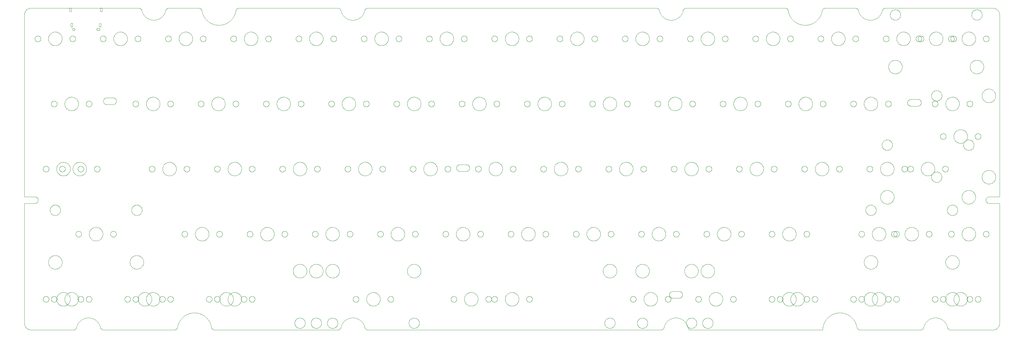
<source format=gbr>
G04 EAGLE Gerber RS-274X export*
G75*
%MOMM*%
%FSLAX34Y34*%
%LPD*%
%IN*%
%IPPOS*%
%AMOC8*
5,1,8,0,0,1.08239X$1,22.5*%
G01*
%ADD10C,0.001000*%
%ADD11C,0.000000*%
%ADD12C,0.000100*%


D10*
X2947498Y1022500D02*
X2947498Y490500D01*
X2927498Y100498D02*
X2805057Y100498D01*
X100500Y120498D02*
X100500Y470500D01*
X100500Y1022500D02*
X100506Y1022983D01*
X100523Y1023466D01*
X100553Y1023949D01*
X100593Y1024430D01*
X100646Y1024911D01*
X100710Y1025390D01*
X100785Y1025867D01*
X100873Y1026343D01*
X100971Y1026816D01*
X101081Y1027286D01*
X101202Y1027754D01*
X101335Y1028219D01*
X101479Y1028680D01*
X101634Y1029138D01*
X101800Y1029592D01*
X101977Y1030042D01*
X102164Y1030487D01*
X102363Y1030928D01*
X102571Y1031364D01*
X102791Y1031794D01*
X103021Y1032220D01*
X103261Y1032639D01*
X103511Y1033053D01*
X103771Y1033460D01*
X104040Y1033861D01*
X104320Y1034256D01*
X104608Y1034643D01*
X104907Y1035024D01*
X105214Y1035397D01*
X105530Y1035762D01*
X105855Y1036120D01*
X106188Y1036470D01*
X106530Y1036812D01*
X106880Y1037145D01*
X107238Y1037470D01*
X107603Y1037786D01*
X107976Y1038093D01*
X108357Y1038392D01*
X108744Y1038680D01*
X109139Y1038960D01*
X109540Y1039229D01*
X109947Y1039489D01*
X110361Y1039739D01*
X110780Y1039979D01*
X111206Y1040209D01*
X111636Y1040429D01*
X112072Y1040637D01*
X112513Y1040836D01*
X112958Y1041023D01*
X113408Y1041200D01*
X113862Y1041366D01*
X114320Y1041521D01*
X114781Y1041665D01*
X115246Y1041798D01*
X115714Y1041919D01*
X116184Y1042029D01*
X116657Y1042127D01*
X117133Y1042215D01*
X117610Y1042290D01*
X118089Y1042354D01*
X118570Y1042407D01*
X119051Y1042447D01*
X119534Y1042477D01*
X120017Y1042494D01*
X120500Y1042500D01*
X100500Y120498D02*
X100506Y120015D01*
X100523Y119532D01*
X100553Y119049D01*
X100593Y118568D01*
X100646Y118087D01*
X100710Y117608D01*
X100785Y117131D01*
X100873Y116655D01*
X100971Y116182D01*
X101081Y115712D01*
X101202Y115244D01*
X101335Y114779D01*
X101479Y114318D01*
X101634Y113860D01*
X101800Y113406D01*
X101977Y112956D01*
X102164Y112511D01*
X102363Y112070D01*
X102571Y111634D01*
X102791Y111204D01*
X103021Y110778D01*
X103261Y110359D01*
X103511Y109945D01*
X103771Y109538D01*
X104040Y109137D01*
X104320Y108742D01*
X104608Y108355D01*
X104907Y107974D01*
X105214Y107601D01*
X105530Y107236D01*
X105855Y106878D01*
X106188Y106528D01*
X106530Y106186D01*
X106880Y105853D01*
X107238Y105528D01*
X107603Y105212D01*
X107976Y104905D01*
X108357Y104606D01*
X108744Y104318D01*
X109139Y104038D01*
X109540Y103769D01*
X109947Y103509D01*
X110361Y103259D01*
X110780Y103019D01*
X111206Y102789D01*
X111636Y102569D01*
X112072Y102361D01*
X112513Y102162D01*
X112958Y101975D01*
X113408Y101798D01*
X113862Y101632D01*
X114320Y101477D01*
X114781Y101333D01*
X115246Y101200D01*
X115714Y101079D01*
X116184Y100969D01*
X116657Y100871D01*
X117133Y100783D01*
X117610Y100708D01*
X118089Y100644D01*
X118570Y100591D01*
X119051Y100551D01*
X119534Y100521D01*
X120017Y100504D01*
X120500Y100498D01*
X2927498Y100498D02*
X2927981Y100504D01*
X2928464Y100521D01*
X2928947Y100551D01*
X2929428Y100591D01*
X2929909Y100644D01*
X2930388Y100708D01*
X2930865Y100783D01*
X2931341Y100871D01*
X2931814Y100969D01*
X2932284Y101079D01*
X2932752Y101200D01*
X2933217Y101333D01*
X2933678Y101477D01*
X2934136Y101632D01*
X2934590Y101798D01*
X2935040Y101975D01*
X2935485Y102162D01*
X2935926Y102361D01*
X2936362Y102569D01*
X2936792Y102789D01*
X2937218Y103019D01*
X2937637Y103259D01*
X2938051Y103509D01*
X2938458Y103769D01*
X2938859Y104038D01*
X2939254Y104318D01*
X2939641Y104606D01*
X2940022Y104905D01*
X2940395Y105212D01*
X2940760Y105528D01*
X2941118Y105853D01*
X2941468Y106186D01*
X2941810Y106528D01*
X2942143Y106878D01*
X2942468Y107236D01*
X2942784Y107601D01*
X2943091Y107974D01*
X2943390Y108355D01*
X2943678Y108742D01*
X2943958Y109137D01*
X2944227Y109538D01*
X2944487Y109945D01*
X2944737Y110359D01*
X2944977Y110778D01*
X2945207Y111204D01*
X2945427Y111634D01*
X2945635Y112070D01*
X2945834Y112511D01*
X2946021Y112956D01*
X2946198Y113406D01*
X2946364Y113860D01*
X2946519Y114318D01*
X2946663Y114779D01*
X2946796Y115244D01*
X2946917Y115712D01*
X2947027Y116182D01*
X2947125Y116655D01*
X2947213Y117131D01*
X2947288Y117608D01*
X2947352Y118087D01*
X2947405Y118568D01*
X2947445Y119049D01*
X2947475Y119532D01*
X2947492Y120015D01*
X2947498Y120498D01*
X2947498Y1022500D02*
X2947492Y1022983D01*
X2947475Y1023466D01*
X2947445Y1023949D01*
X2947405Y1024430D01*
X2947352Y1024911D01*
X2947288Y1025390D01*
X2947213Y1025867D01*
X2947125Y1026343D01*
X2947027Y1026816D01*
X2946917Y1027286D01*
X2946796Y1027754D01*
X2946663Y1028219D01*
X2946519Y1028680D01*
X2946364Y1029138D01*
X2946198Y1029592D01*
X2946021Y1030042D01*
X2945834Y1030487D01*
X2945635Y1030928D01*
X2945427Y1031364D01*
X2945207Y1031794D01*
X2944977Y1032220D01*
X2944737Y1032639D01*
X2944487Y1033053D01*
X2944227Y1033460D01*
X2943958Y1033861D01*
X2943678Y1034256D01*
X2943390Y1034643D01*
X2943091Y1035024D01*
X2942784Y1035397D01*
X2942468Y1035762D01*
X2942143Y1036120D01*
X2941810Y1036470D01*
X2941468Y1036812D01*
X2941118Y1037145D01*
X2940760Y1037470D01*
X2940395Y1037786D01*
X2940022Y1038093D01*
X2939641Y1038392D01*
X2939254Y1038680D01*
X2938859Y1038960D01*
X2938458Y1039229D01*
X2938051Y1039489D01*
X2937637Y1039739D01*
X2937218Y1039979D01*
X2936792Y1040209D01*
X2936362Y1040429D01*
X2935926Y1040637D01*
X2935485Y1040836D01*
X2935040Y1041023D01*
X2934590Y1041200D01*
X2934136Y1041366D01*
X2933678Y1041521D01*
X2933217Y1041665D01*
X2932752Y1041798D01*
X2932284Y1041919D01*
X2931814Y1042029D01*
X2931341Y1042127D01*
X2930865Y1042215D01*
X2930388Y1042290D01*
X2929909Y1042354D01*
X2929428Y1042407D01*
X2928947Y1042447D01*
X2928464Y1042477D01*
X2927981Y1042494D01*
X2927498Y1042500D01*
X100500Y1022500D02*
X100500Y490500D01*
X2947498Y470500D02*
X2947498Y120498D01*
X433561Y1042500D02*
X120500Y1042500D01*
X2708698Y775500D02*
X2708942Y775497D01*
X2709185Y775488D01*
X2709428Y775473D01*
X2709671Y775453D01*
X2709913Y775426D01*
X2710154Y775393D01*
X2710394Y775355D01*
X2710634Y775311D01*
X2710872Y775261D01*
X2711109Y775205D01*
X2711345Y775143D01*
X2711579Y775076D01*
X2711811Y775003D01*
X2712042Y774924D01*
X2712270Y774840D01*
X2712497Y774750D01*
X2712721Y774655D01*
X2712943Y774554D01*
X2713162Y774448D01*
X2713378Y774337D01*
X2713592Y774220D01*
X2713803Y774099D01*
X2714011Y773972D01*
X2714216Y773840D01*
X2714417Y773703D01*
X2714615Y773561D01*
X2714810Y773415D01*
X2715001Y773264D01*
X2715188Y773108D01*
X2715371Y772948D01*
X2715551Y772783D01*
X2715726Y772614D01*
X2715897Y772441D01*
X2716064Y772263D01*
X2716226Y772082D01*
X2716384Y771897D01*
X2716538Y771708D01*
X2716687Y771515D01*
X2716831Y771319D01*
X2716970Y771119D01*
X2717105Y770916D01*
X2717234Y770709D01*
X2717358Y770500D01*
X2717477Y770288D01*
X2717591Y770072D01*
X2717700Y769855D01*
X2717803Y769634D01*
X2717901Y769411D01*
X2717994Y769186D01*
X2718081Y768958D01*
X2718162Y768729D01*
X2718238Y768497D01*
X2718308Y768264D01*
X2718373Y768029D01*
X2718432Y767793D01*
X2718485Y767555D01*
X2718532Y767316D01*
X2718573Y767076D01*
X2718608Y766835D01*
X2718638Y766594D01*
X2718662Y766351D01*
X2718679Y766108D01*
X2718691Y765865D01*
X2718697Y765622D01*
X2718697Y765378D01*
X2718691Y765135D01*
X2718679Y764892D01*
X2718662Y764649D01*
X2718638Y764406D01*
X2718608Y764165D01*
X2718573Y763924D01*
X2718532Y763684D01*
X2718485Y763445D01*
X2718432Y763207D01*
X2718373Y762971D01*
X2718308Y762736D01*
X2718238Y762503D01*
X2718162Y762271D01*
X2718081Y762042D01*
X2717994Y761814D01*
X2717901Y761589D01*
X2717803Y761366D01*
X2717700Y761145D01*
X2717591Y760928D01*
X2717477Y760712D01*
X2717358Y760500D01*
X2717234Y760291D01*
X2717105Y760084D01*
X2716970Y759881D01*
X2716831Y759681D01*
X2716687Y759485D01*
X2716538Y759292D01*
X2716384Y759103D01*
X2716226Y758918D01*
X2716064Y758737D01*
X2715897Y758559D01*
X2715726Y758386D01*
X2715551Y758217D01*
X2715371Y758052D01*
X2715188Y757892D01*
X2715001Y757736D01*
X2714810Y757585D01*
X2714615Y757439D01*
X2714417Y757297D01*
X2714216Y757160D01*
X2714011Y757028D01*
X2713803Y756901D01*
X2713592Y756780D01*
X2713378Y756663D01*
X2713162Y756552D01*
X2712943Y756446D01*
X2712721Y756345D01*
X2712497Y756250D01*
X2712270Y756160D01*
X2712042Y756076D01*
X2711811Y755997D01*
X2711579Y755924D01*
X2711345Y755857D01*
X2711109Y755795D01*
X2710872Y755739D01*
X2710634Y755689D01*
X2710394Y755645D01*
X2710154Y755607D01*
X2709913Y755574D01*
X2709671Y755547D01*
X2709428Y755527D01*
X2709185Y755512D01*
X2708942Y755503D01*
X2708698Y755500D01*
X2688698Y755500D02*
X2688454Y755503D01*
X2688211Y755512D01*
X2687968Y755527D01*
X2687725Y755547D01*
X2687483Y755574D01*
X2687242Y755607D01*
X2687002Y755645D01*
X2686762Y755689D01*
X2686524Y755739D01*
X2686287Y755795D01*
X2686051Y755857D01*
X2685817Y755924D01*
X2685585Y755997D01*
X2685354Y756076D01*
X2685126Y756160D01*
X2684899Y756250D01*
X2684675Y756345D01*
X2684453Y756446D01*
X2684234Y756552D01*
X2684018Y756663D01*
X2683804Y756780D01*
X2683593Y756901D01*
X2683385Y757028D01*
X2683180Y757160D01*
X2682979Y757297D01*
X2682781Y757439D01*
X2682586Y757585D01*
X2682395Y757736D01*
X2682208Y757892D01*
X2682025Y758052D01*
X2681845Y758217D01*
X2681670Y758386D01*
X2681499Y758559D01*
X2681332Y758737D01*
X2681170Y758918D01*
X2681012Y759103D01*
X2680858Y759292D01*
X2680709Y759485D01*
X2680565Y759681D01*
X2680426Y759881D01*
X2680291Y760084D01*
X2680162Y760291D01*
X2680038Y760500D01*
X2679919Y760712D01*
X2679805Y760928D01*
X2679696Y761145D01*
X2679593Y761366D01*
X2679495Y761589D01*
X2679402Y761814D01*
X2679315Y762042D01*
X2679234Y762271D01*
X2679158Y762503D01*
X2679088Y762736D01*
X2679023Y762971D01*
X2678964Y763207D01*
X2678911Y763445D01*
X2678864Y763684D01*
X2678823Y763924D01*
X2678788Y764165D01*
X2678758Y764406D01*
X2678734Y764649D01*
X2678717Y764892D01*
X2678705Y765135D01*
X2678699Y765378D01*
X2678699Y765622D01*
X2678705Y765865D01*
X2678717Y766108D01*
X2678734Y766351D01*
X2678758Y766594D01*
X2678788Y766835D01*
X2678823Y767076D01*
X2678864Y767316D01*
X2678911Y767555D01*
X2678964Y767793D01*
X2679023Y768029D01*
X2679088Y768264D01*
X2679158Y768497D01*
X2679234Y768729D01*
X2679315Y768958D01*
X2679402Y769186D01*
X2679495Y769411D01*
X2679593Y769634D01*
X2679696Y769855D01*
X2679805Y770072D01*
X2679919Y770288D01*
X2680038Y770500D01*
X2680162Y770709D01*
X2680291Y770916D01*
X2680426Y771119D01*
X2680565Y771319D01*
X2680709Y771515D01*
X2680858Y771708D01*
X2681012Y771897D01*
X2681170Y772082D01*
X2681332Y772263D01*
X2681499Y772441D01*
X2681670Y772614D01*
X2681845Y772783D01*
X2682025Y772948D01*
X2682208Y773108D01*
X2682395Y773264D01*
X2682586Y773415D01*
X2682781Y773561D01*
X2682979Y773703D01*
X2683180Y773840D01*
X2683385Y773972D01*
X2683593Y774099D01*
X2683804Y774220D01*
X2684018Y774337D01*
X2684234Y774448D01*
X2684453Y774554D01*
X2684675Y774655D01*
X2684899Y774750D01*
X2685126Y774840D01*
X2685354Y774924D01*
X2685585Y775003D01*
X2685817Y775076D01*
X2686051Y775143D01*
X2686287Y775205D01*
X2686524Y775261D01*
X2686762Y775311D01*
X2687002Y775355D01*
X2687242Y775393D01*
X2687483Y775426D01*
X2687725Y775453D01*
X2687968Y775473D01*
X2688211Y775488D01*
X2688454Y775497D01*
X2688698Y775500D01*
X2708698Y775500D01*
X2708698Y755500D02*
X2688698Y755500D01*
X130500Y490500D02*
X100500Y490500D01*
X100500Y470500D02*
X130500Y470500D01*
X2917498Y490500D02*
X2947498Y490500D01*
X2947498Y470500D02*
X2917498Y470500D01*
X359000Y760000D02*
X359244Y760003D01*
X359487Y760012D01*
X359730Y760027D01*
X359973Y760047D01*
X360215Y760074D01*
X360456Y760107D01*
X360696Y760145D01*
X360936Y760189D01*
X361174Y760239D01*
X361411Y760295D01*
X361647Y760357D01*
X361881Y760424D01*
X362113Y760497D01*
X362344Y760576D01*
X362572Y760660D01*
X362799Y760750D01*
X363023Y760845D01*
X363245Y760946D01*
X363464Y761052D01*
X363680Y761163D01*
X363894Y761280D01*
X364105Y761401D01*
X364313Y761528D01*
X364518Y761660D01*
X364719Y761797D01*
X364917Y761939D01*
X365112Y762085D01*
X365303Y762236D01*
X365490Y762392D01*
X365673Y762552D01*
X365853Y762717D01*
X366028Y762886D01*
X366199Y763059D01*
X366366Y763237D01*
X366528Y763418D01*
X366686Y763603D01*
X366840Y763792D01*
X366989Y763985D01*
X367133Y764181D01*
X367272Y764381D01*
X367407Y764584D01*
X367536Y764791D01*
X367660Y765000D01*
X367779Y765212D01*
X367893Y765428D01*
X368002Y765645D01*
X368105Y765866D01*
X368203Y766089D01*
X368296Y766314D01*
X368383Y766542D01*
X368464Y766771D01*
X368540Y767003D01*
X368610Y767236D01*
X368675Y767471D01*
X368734Y767707D01*
X368787Y767945D01*
X368834Y768184D01*
X368875Y768424D01*
X368910Y768665D01*
X368940Y768906D01*
X368964Y769149D01*
X368981Y769392D01*
X368993Y769635D01*
X368999Y769878D01*
X368999Y770122D01*
X368993Y770365D01*
X368981Y770608D01*
X368964Y770851D01*
X368940Y771094D01*
X368910Y771335D01*
X368875Y771576D01*
X368834Y771816D01*
X368787Y772055D01*
X368734Y772293D01*
X368675Y772529D01*
X368610Y772764D01*
X368540Y772997D01*
X368464Y773229D01*
X368383Y773458D01*
X368296Y773686D01*
X368203Y773911D01*
X368105Y774134D01*
X368002Y774355D01*
X367893Y774572D01*
X367779Y774788D01*
X367660Y775000D01*
X367536Y775209D01*
X367407Y775416D01*
X367272Y775619D01*
X367133Y775819D01*
X366989Y776015D01*
X366840Y776208D01*
X366686Y776397D01*
X366528Y776582D01*
X366366Y776763D01*
X366199Y776941D01*
X366028Y777114D01*
X365853Y777283D01*
X365673Y777448D01*
X365490Y777608D01*
X365303Y777764D01*
X365112Y777915D01*
X364917Y778061D01*
X364719Y778203D01*
X364518Y778340D01*
X364313Y778472D01*
X364105Y778599D01*
X363894Y778720D01*
X363680Y778837D01*
X363464Y778948D01*
X363245Y779054D01*
X363023Y779155D01*
X362799Y779250D01*
X362572Y779340D01*
X362344Y779424D01*
X362113Y779503D01*
X361881Y779576D01*
X361647Y779643D01*
X361411Y779705D01*
X361174Y779761D01*
X360936Y779811D01*
X360696Y779855D01*
X360456Y779893D01*
X360215Y779926D01*
X359973Y779953D01*
X359730Y779973D01*
X359487Y779988D01*
X359244Y779997D01*
X359000Y780000D01*
X341000Y780000D02*
X340756Y779997D01*
X340513Y779988D01*
X340270Y779973D01*
X340027Y779953D01*
X339785Y779926D01*
X339544Y779893D01*
X339304Y779855D01*
X339064Y779811D01*
X338826Y779761D01*
X338589Y779705D01*
X338353Y779643D01*
X338119Y779576D01*
X337887Y779503D01*
X337656Y779424D01*
X337428Y779340D01*
X337201Y779250D01*
X336977Y779155D01*
X336755Y779054D01*
X336536Y778948D01*
X336320Y778837D01*
X336106Y778720D01*
X335895Y778599D01*
X335687Y778472D01*
X335482Y778340D01*
X335281Y778203D01*
X335083Y778061D01*
X334888Y777915D01*
X334697Y777764D01*
X334510Y777608D01*
X334327Y777448D01*
X334147Y777283D01*
X333972Y777114D01*
X333801Y776941D01*
X333634Y776763D01*
X333472Y776582D01*
X333314Y776397D01*
X333160Y776208D01*
X333011Y776015D01*
X332867Y775819D01*
X332728Y775619D01*
X332593Y775416D01*
X332464Y775209D01*
X332340Y775000D01*
X332221Y774788D01*
X332107Y774572D01*
X331998Y774355D01*
X331895Y774134D01*
X331797Y773911D01*
X331704Y773686D01*
X331617Y773458D01*
X331536Y773229D01*
X331460Y772997D01*
X331390Y772764D01*
X331325Y772529D01*
X331266Y772293D01*
X331213Y772055D01*
X331166Y771816D01*
X331125Y771576D01*
X331090Y771335D01*
X331060Y771094D01*
X331036Y770851D01*
X331019Y770608D01*
X331007Y770365D01*
X331001Y770122D01*
X331001Y769878D01*
X331007Y769635D01*
X331019Y769392D01*
X331036Y769149D01*
X331060Y768906D01*
X331090Y768665D01*
X331125Y768424D01*
X331166Y768184D01*
X331213Y767945D01*
X331266Y767707D01*
X331325Y767471D01*
X331390Y767236D01*
X331460Y767003D01*
X331536Y766771D01*
X331617Y766542D01*
X331704Y766314D01*
X331797Y766089D01*
X331895Y765866D01*
X331998Y765645D01*
X332107Y765428D01*
X332221Y765212D01*
X332340Y765000D01*
X332464Y764791D01*
X332593Y764584D01*
X332728Y764381D01*
X332867Y764181D01*
X333011Y763985D01*
X333160Y763792D01*
X333314Y763603D01*
X333472Y763418D01*
X333634Y763237D01*
X333801Y763059D01*
X333972Y762886D01*
X334147Y762717D01*
X334327Y762552D01*
X334510Y762392D01*
X334697Y762236D01*
X334888Y762085D01*
X335083Y761939D01*
X335281Y761797D01*
X335482Y761660D01*
X335687Y761528D01*
X335895Y761401D01*
X336106Y761280D01*
X336320Y761163D01*
X336536Y761052D01*
X336755Y760946D01*
X336977Y760845D01*
X337201Y760750D01*
X337428Y760660D01*
X337656Y760576D01*
X337887Y760497D01*
X338119Y760424D01*
X338353Y760357D01*
X338589Y760295D01*
X338826Y760239D01*
X339064Y760189D01*
X339304Y760145D01*
X339544Y760107D01*
X339785Y760074D01*
X340027Y760047D01*
X340270Y760027D01*
X340513Y760012D01*
X340756Y760003D01*
X341000Y760000D01*
X341000Y780000D02*
X359000Y780000D01*
X359000Y760000D02*
X341000Y760000D01*
X1390000Y584500D02*
X1390244Y584497D01*
X1390487Y584488D01*
X1390730Y584473D01*
X1390973Y584453D01*
X1391215Y584426D01*
X1391456Y584393D01*
X1391696Y584355D01*
X1391936Y584311D01*
X1392174Y584261D01*
X1392411Y584205D01*
X1392647Y584143D01*
X1392881Y584076D01*
X1393113Y584003D01*
X1393344Y583924D01*
X1393572Y583840D01*
X1393799Y583750D01*
X1394023Y583655D01*
X1394245Y583554D01*
X1394464Y583448D01*
X1394680Y583337D01*
X1394894Y583220D01*
X1395105Y583099D01*
X1395313Y582972D01*
X1395518Y582840D01*
X1395719Y582703D01*
X1395917Y582561D01*
X1396112Y582415D01*
X1396303Y582264D01*
X1396490Y582108D01*
X1396673Y581948D01*
X1396853Y581783D01*
X1397028Y581614D01*
X1397199Y581441D01*
X1397366Y581263D01*
X1397528Y581082D01*
X1397686Y580897D01*
X1397840Y580708D01*
X1397989Y580515D01*
X1398133Y580319D01*
X1398272Y580119D01*
X1398407Y579916D01*
X1398536Y579709D01*
X1398660Y579500D01*
X1398779Y579288D01*
X1398893Y579072D01*
X1399002Y578855D01*
X1399105Y578634D01*
X1399203Y578411D01*
X1399296Y578186D01*
X1399383Y577958D01*
X1399464Y577729D01*
X1399540Y577497D01*
X1399610Y577264D01*
X1399675Y577029D01*
X1399734Y576793D01*
X1399787Y576555D01*
X1399834Y576316D01*
X1399875Y576076D01*
X1399910Y575835D01*
X1399940Y575594D01*
X1399964Y575351D01*
X1399981Y575108D01*
X1399993Y574865D01*
X1399999Y574622D01*
X1399999Y574378D01*
X1399993Y574135D01*
X1399981Y573892D01*
X1399964Y573649D01*
X1399940Y573406D01*
X1399910Y573165D01*
X1399875Y572924D01*
X1399834Y572684D01*
X1399787Y572445D01*
X1399734Y572207D01*
X1399675Y571971D01*
X1399610Y571736D01*
X1399540Y571503D01*
X1399464Y571271D01*
X1399383Y571042D01*
X1399296Y570814D01*
X1399203Y570589D01*
X1399105Y570366D01*
X1399002Y570145D01*
X1398893Y569928D01*
X1398779Y569712D01*
X1398660Y569500D01*
X1398536Y569291D01*
X1398407Y569084D01*
X1398272Y568881D01*
X1398133Y568681D01*
X1397989Y568485D01*
X1397840Y568292D01*
X1397686Y568103D01*
X1397528Y567918D01*
X1397366Y567737D01*
X1397199Y567559D01*
X1397028Y567386D01*
X1396853Y567217D01*
X1396673Y567052D01*
X1396490Y566892D01*
X1396303Y566736D01*
X1396112Y566585D01*
X1395917Y566439D01*
X1395719Y566297D01*
X1395518Y566160D01*
X1395313Y566028D01*
X1395105Y565901D01*
X1394894Y565780D01*
X1394680Y565663D01*
X1394464Y565552D01*
X1394245Y565446D01*
X1394023Y565345D01*
X1393799Y565250D01*
X1393572Y565160D01*
X1393344Y565076D01*
X1393113Y564997D01*
X1392881Y564924D01*
X1392647Y564857D01*
X1392411Y564795D01*
X1392174Y564739D01*
X1391936Y564689D01*
X1391696Y564645D01*
X1391456Y564607D01*
X1391215Y564574D01*
X1390973Y564547D01*
X1390730Y564527D01*
X1390487Y564512D01*
X1390244Y564503D01*
X1390000Y564500D01*
X1372000Y564500D02*
X1371756Y564503D01*
X1371513Y564512D01*
X1371270Y564527D01*
X1371027Y564547D01*
X1370785Y564574D01*
X1370544Y564607D01*
X1370304Y564645D01*
X1370064Y564689D01*
X1369826Y564739D01*
X1369589Y564795D01*
X1369353Y564857D01*
X1369119Y564924D01*
X1368887Y564997D01*
X1368656Y565076D01*
X1368428Y565160D01*
X1368201Y565250D01*
X1367977Y565345D01*
X1367755Y565446D01*
X1367536Y565552D01*
X1367320Y565663D01*
X1367106Y565780D01*
X1366895Y565901D01*
X1366687Y566028D01*
X1366482Y566160D01*
X1366281Y566297D01*
X1366083Y566439D01*
X1365888Y566585D01*
X1365697Y566736D01*
X1365510Y566892D01*
X1365327Y567052D01*
X1365147Y567217D01*
X1364972Y567386D01*
X1364801Y567559D01*
X1364634Y567737D01*
X1364472Y567918D01*
X1364314Y568103D01*
X1364160Y568292D01*
X1364011Y568485D01*
X1363867Y568681D01*
X1363728Y568881D01*
X1363593Y569084D01*
X1363464Y569291D01*
X1363340Y569500D01*
X1363221Y569712D01*
X1363107Y569928D01*
X1362998Y570145D01*
X1362895Y570366D01*
X1362797Y570589D01*
X1362704Y570814D01*
X1362617Y571042D01*
X1362536Y571271D01*
X1362460Y571503D01*
X1362390Y571736D01*
X1362325Y571971D01*
X1362266Y572207D01*
X1362213Y572445D01*
X1362166Y572684D01*
X1362125Y572924D01*
X1362090Y573165D01*
X1362060Y573406D01*
X1362036Y573649D01*
X1362019Y573892D01*
X1362007Y574135D01*
X1362001Y574378D01*
X1362001Y574622D01*
X1362007Y574865D01*
X1362019Y575108D01*
X1362036Y575351D01*
X1362060Y575594D01*
X1362090Y575835D01*
X1362125Y576076D01*
X1362166Y576316D01*
X1362213Y576555D01*
X1362266Y576793D01*
X1362325Y577029D01*
X1362390Y577264D01*
X1362460Y577497D01*
X1362536Y577729D01*
X1362617Y577958D01*
X1362704Y578186D01*
X1362797Y578411D01*
X1362895Y578634D01*
X1362998Y578855D01*
X1363107Y579072D01*
X1363221Y579288D01*
X1363340Y579500D01*
X1363464Y579709D01*
X1363593Y579916D01*
X1363728Y580119D01*
X1363867Y580319D01*
X1364011Y580515D01*
X1364160Y580708D01*
X1364314Y580897D01*
X1364472Y581082D01*
X1364634Y581263D01*
X1364801Y581441D01*
X1364972Y581614D01*
X1365147Y581783D01*
X1365327Y581948D01*
X1365510Y582108D01*
X1365697Y582264D01*
X1365888Y582415D01*
X1366083Y582561D01*
X1366281Y582703D01*
X1366482Y582840D01*
X1366687Y582972D01*
X1366895Y583099D01*
X1367106Y583220D01*
X1367320Y583337D01*
X1367536Y583448D01*
X1367755Y583554D01*
X1367977Y583655D01*
X1368201Y583750D01*
X1368428Y583840D01*
X1368656Y583924D01*
X1368887Y584003D01*
X1369119Y584076D01*
X1369353Y584143D01*
X1369589Y584205D01*
X1369826Y584261D01*
X1370064Y584311D01*
X1370304Y584355D01*
X1370544Y584393D01*
X1370785Y584426D01*
X1371027Y584453D01*
X1371270Y584473D01*
X1371513Y584488D01*
X1371756Y584497D01*
X1372000Y584500D01*
X1390000Y584500D01*
X1390000Y564500D02*
X1372000Y564500D01*
X130500Y490500D02*
X130744Y490497D01*
X130987Y490488D01*
X131230Y490473D01*
X131473Y490453D01*
X131715Y490426D01*
X131956Y490393D01*
X132196Y490355D01*
X132436Y490311D01*
X132674Y490261D01*
X132911Y490205D01*
X133147Y490143D01*
X133381Y490076D01*
X133613Y490003D01*
X133844Y489924D01*
X134072Y489840D01*
X134299Y489750D01*
X134523Y489655D01*
X134745Y489554D01*
X134964Y489448D01*
X135180Y489337D01*
X135394Y489220D01*
X135605Y489099D01*
X135813Y488972D01*
X136018Y488840D01*
X136219Y488703D01*
X136417Y488561D01*
X136612Y488415D01*
X136803Y488264D01*
X136990Y488108D01*
X137173Y487948D01*
X137353Y487783D01*
X137528Y487614D01*
X137699Y487441D01*
X137866Y487263D01*
X138028Y487082D01*
X138186Y486897D01*
X138340Y486708D01*
X138489Y486515D01*
X138633Y486319D01*
X138772Y486119D01*
X138907Y485916D01*
X139036Y485709D01*
X139160Y485500D01*
X139279Y485288D01*
X139393Y485072D01*
X139502Y484855D01*
X139605Y484634D01*
X139703Y484411D01*
X139796Y484186D01*
X139883Y483958D01*
X139964Y483729D01*
X140040Y483497D01*
X140110Y483264D01*
X140175Y483029D01*
X140234Y482793D01*
X140287Y482555D01*
X140334Y482316D01*
X140375Y482076D01*
X140410Y481835D01*
X140440Y481594D01*
X140464Y481351D01*
X140481Y481108D01*
X140493Y480865D01*
X140499Y480622D01*
X140499Y480378D01*
X140493Y480135D01*
X140481Y479892D01*
X140464Y479649D01*
X140440Y479406D01*
X140410Y479165D01*
X140375Y478924D01*
X140334Y478684D01*
X140287Y478445D01*
X140234Y478207D01*
X140175Y477971D01*
X140110Y477736D01*
X140040Y477503D01*
X139964Y477271D01*
X139883Y477042D01*
X139796Y476814D01*
X139703Y476589D01*
X139605Y476366D01*
X139502Y476145D01*
X139393Y475928D01*
X139279Y475712D01*
X139160Y475500D01*
X139036Y475291D01*
X138907Y475084D01*
X138772Y474881D01*
X138633Y474681D01*
X138489Y474485D01*
X138340Y474292D01*
X138186Y474103D01*
X138028Y473918D01*
X137866Y473737D01*
X137699Y473559D01*
X137528Y473386D01*
X137353Y473217D01*
X137173Y473052D01*
X136990Y472892D01*
X136803Y472736D01*
X136612Y472585D01*
X136417Y472439D01*
X136219Y472297D01*
X136018Y472160D01*
X135813Y472028D01*
X135605Y471901D01*
X135394Y471780D01*
X135180Y471663D01*
X134964Y471552D01*
X134745Y471446D01*
X134523Y471345D01*
X134299Y471250D01*
X134072Y471160D01*
X133844Y471076D01*
X133613Y470997D01*
X133381Y470924D01*
X133147Y470857D01*
X132911Y470795D01*
X132674Y470739D01*
X132436Y470689D01*
X132196Y470645D01*
X131956Y470607D01*
X131715Y470574D01*
X131473Y470547D01*
X131230Y470527D01*
X130987Y470512D01*
X130744Y470503D01*
X130500Y470500D01*
X2917498Y470500D02*
X2917254Y470503D01*
X2917011Y470512D01*
X2916768Y470527D01*
X2916525Y470547D01*
X2916283Y470574D01*
X2916042Y470607D01*
X2915802Y470645D01*
X2915562Y470689D01*
X2915324Y470739D01*
X2915087Y470795D01*
X2914851Y470857D01*
X2914617Y470924D01*
X2914385Y470997D01*
X2914154Y471076D01*
X2913926Y471160D01*
X2913699Y471250D01*
X2913475Y471345D01*
X2913253Y471446D01*
X2913034Y471552D01*
X2912818Y471663D01*
X2912604Y471780D01*
X2912393Y471901D01*
X2912185Y472028D01*
X2911980Y472160D01*
X2911779Y472297D01*
X2911581Y472439D01*
X2911386Y472585D01*
X2911195Y472736D01*
X2911008Y472892D01*
X2910825Y473052D01*
X2910645Y473217D01*
X2910470Y473386D01*
X2910299Y473559D01*
X2910132Y473737D01*
X2909970Y473918D01*
X2909812Y474103D01*
X2909658Y474292D01*
X2909509Y474485D01*
X2909365Y474681D01*
X2909226Y474881D01*
X2909091Y475084D01*
X2908962Y475291D01*
X2908838Y475500D01*
X2908719Y475712D01*
X2908605Y475928D01*
X2908496Y476145D01*
X2908393Y476366D01*
X2908295Y476589D01*
X2908202Y476814D01*
X2908115Y477042D01*
X2908034Y477271D01*
X2907958Y477503D01*
X2907888Y477736D01*
X2907823Y477971D01*
X2907764Y478207D01*
X2907711Y478445D01*
X2907664Y478684D01*
X2907623Y478924D01*
X2907588Y479165D01*
X2907558Y479406D01*
X2907534Y479649D01*
X2907517Y479892D01*
X2907505Y480135D01*
X2907499Y480378D01*
X2907499Y480622D01*
X2907505Y480865D01*
X2907517Y481108D01*
X2907534Y481351D01*
X2907558Y481594D01*
X2907588Y481835D01*
X2907623Y482076D01*
X2907664Y482316D01*
X2907711Y482555D01*
X2907764Y482793D01*
X2907823Y483029D01*
X2907888Y483264D01*
X2907958Y483497D01*
X2908034Y483729D01*
X2908115Y483958D01*
X2908202Y484186D01*
X2908295Y484411D01*
X2908393Y484634D01*
X2908496Y484855D01*
X2908605Y485072D01*
X2908719Y485288D01*
X2908838Y485500D01*
X2908962Y485709D01*
X2909091Y485916D01*
X2909226Y486119D01*
X2909365Y486319D01*
X2909509Y486515D01*
X2909658Y486708D01*
X2909812Y486897D01*
X2909970Y487082D01*
X2910132Y487263D01*
X2910299Y487441D01*
X2910470Y487614D01*
X2910645Y487783D01*
X2910825Y487948D01*
X2911008Y488108D01*
X2911195Y488264D01*
X2911386Y488415D01*
X2911581Y488561D01*
X2911779Y488703D01*
X2911980Y488840D01*
X2912185Y488972D01*
X2912393Y489099D01*
X2912604Y489220D01*
X2912818Y489337D01*
X2913034Y489448D01*
X2913253Y489554D01*
X2913475Y489655D01*
X2913699Y489750D01*
X2913926Y489840D01*
X2914154Y489924D01*
X2914385Y490003D01*
X2914617Y490076D01*
X2914851Y490143D01*
X2915087Y490205D01*
X2915324Y490261D01*
X2915562Y490311D01*
X2915802Y490355D01*
X2916042Y490393D01*
X2916283Y490426D01*
X2916525Y490453D01*
X2916768Y490473D01*
X2917011Y490488D01*
X2917254Y490497D01*
X2917498Y490500D01*
X2011618Y213648D02*
X2011862Y213645D01*
X2012105Y213636D01*
X2012348Y213621D01*
X2012591Y213601D01*
X2012833Y213574D01*
X2013074Y213541D01*
X2013314Y213503D01*
X2013554Y213459D01*
X2013792Y213409D01*
X2014029Y213353D01*
X2014265Y213291D01*
X2014499Y213224D01*
X2014731Y213151D01*
X2014962Y213072D01*
X2015190Y212988D01*
X2015417Y212898D01*
X2015641Y212803D01*
X2015863Y212702D01*
X2016082Y212596D01*
X2016298Y212485D01*
X2016512Y212368D01*
X2016723Y212247D01*
X2016931Y212120D01*
X2017136Y211988D01*
X2017337Y211851D01*
X2017535Y211709D01*
X2017730Y211563D01*
X2017921Y211412D01*
X2018108Y211256D01*
X2018291Y211096D01*
X2018471Y210931D01*
X2018646Y210762D01*
X2018817Y210589D01*
X2018984Y210411D01*
X2019146Y210230D01*
X2019304Y210045D01*
X2019458Y209856D01*
X2019607Y209663D01*
X2019751Y209467D01*
X2019890Y209267D01*
X2020025Y209064D01*
X2020154Y208857D01*
X2020278Y208648D01*
X2020397Y208436D01*
X2020511Y208220D01*
X2020620Y208003D01*
X2020723Y207782D01*
X2020821Y207559D01*
X2020914Y207334D01*
X2021001Y207106D01*
X2021082Y206877D01*
X2021158Y206645D01*
X2021228Y206412D01*
X2021293Y206177D01*
X2021352Y205941D01*
X2021405Y205703D01*
X2021452Y205464D01*
X2021493Y205224D01*
X2021528Y204983D01*
X2021558Y204742D01*
X2021582Y204499D01*
X2021599Y204256D01*
X2021611Y204013D01*
X2021617Y203770D01*
X2021617Y203526D01*
X2021611Y203283D01*
X2021599Y203040D01*
X2021582Y202797D01*
X2021558Y202554D01*
X2021528Y202313D01*
X2021493Y202072D01*
X2021452Y201832D01*
X2021405Y201593D01*
X2021352Y201355D01*
X2021293Y201119D01*
X2021228Y200884D01*
X2021158Y200651D01*
X2021082Y200419D01*
X2021001Y200190D01*
X2020914Y199962D01*
X2020821Y199737D01*
X2020723Y199514D01*
X2020620Y199293D01*
X2020511Y199076D01*
X2020397Y198860D01*
X2020278Y198648D01*
X2020154Y198439D01*
X2020025Y198232D01*
X2019890Y198029D01*
X2019751Y197829D01*
X2019607Y197633D01*
X2019458Y197440D01*
X2019304Y197251D01*
X2019146Y197066D01*
X2018984Y196885D01*
X2018817Y196707D01*
X2018646Y196534D01*
X2018471Y196365D01*
X2018291Y196200D01*
X2018108Y196040D01*
X2017921Y195884D01*
X2017730Y195733D01*
X2017535Y195587D01*
X2017337Y195445D01*
X2017136Y195308D01*
X2016931Y195176D01*
X2016723Y195049D01*
X2016512Y194928D01*
X2016298Y194811D01*
X2016082Y194700D01*
X2015863Y194594D01*
X2015641Y194493D01*
X2015417Y194398D01*
X2015190Y194308D01*
X2014962Y194224D01*
X2014731Y194145D01*
X2014499Y194072D01*
X2014265Y194005D01*
X2014029Y193943D01*
X2013792Y193887D01*
X2013554Y193837D01*
X2013314Y193793D01*
X2013074Y193755D01*
X2012833Y193722D01*
X2012591Y193695D01*
X2012348Y193675D01*
X2012105Y193660D01*
X2011862Y193651D01*
X2011618Y193648D01*
X2011618Y213648D02*
X1993618Y213648D01*
X1993618Y193648D02*
X2011618Y193648D01*
X1993618Y193648D02*
X1993374Y193651D01*
X1993131Y193660D01*
X1992888Y193675D01*
X1992645Y193695D01*
X1992403Y193722D01*
X1992162Y193755D01*
X1991922Y193793D01*
X1991682Y193837D01*
X1991444Y193887D01*
X1991207Y193943D01*
X1990971Y194005D01*
X1990737Y194072D01*
X1990505Y194145D01*
X1990274Y194224D01*
X1990046Y194308D01*
X1989819Y194398D01*
X1989595Y194493D01*
X1989373Y194594D01*
X1989154Y194700D01*
X1988938Y194811D01*
X1988724Y194928D01*
X1988513Y195049D01*
X1988305Y195176D01*
X1988100Y195308D01*
X1987899Y195445D01*
X1987701Y195587D01*
X1987506Y195733D01*
X1987315Y195884D01*
X1987128Y196040D01*
X1986945Y196200D01*
X1986765Y196365D01*
X1986590Y196534D01*
X1986419Y196707D01*
X1986252Y196885D01*
X1986090Y197066D01*
X1985932Y197251D01*
X1985778Y197440D01*
X1985629Y197633D01*
X1985485Y197829D01*
X1985346Y198029D01*
X1985211Y198232D01*
X1985082Y198439D01*
X1984958Y198648D01*
X1984839Y198860D01*
X1984725Y199076D01*
X1984616Y199293D01*
X1984513Y199514D01*
X1984415Y199737D01*
X1984322Y199962D01*
X1984235Y200190D01*
X1984154Y200419D01*
X1984078Y200651D01*
X1984008Y200884D01*
X1983943Y201119D01*
X1983884Y201355D01*
X1983831Y201593D01*
X1983784Y201832D01*
X1983743Y202072D01*
X1983708Y202313D01*
X1983678Y202554D01*
X1983654Y202797D01*
X1983637Y203040D01*
X1983625Y203283D01*
X1983619Y203526D01*
X1983619Y203770D01*
X1983625Y204013D01*
X1983637Y204256D01*
X1983654Y204499D01*
X1983678Y204742D01*
X1983708Y204983D01*
X1983743Y205224D01*
X1983784Y205464D01*
X1983831Y205703D01*
X1983884Y205941D01*
X1983943Y206177D01*
X1984008Y206412D01*
X1984078Y206645D01*
X1984154Y206877D01*
X1984235Y207106D01*
X1984322Y207334D01*
X1984415Y207559D01*
X1984513Y207782D01*
X1984616Y208003D01*
X1984725Y208220D01*
X1984839Y208436D01*
X1984958Y208648D01*
X1985082Y208857D01*
X1985211Y209064D01*
X1985346Y209267D01*
X1985485Y209467D01*
X1985629Y209663D01*
X1985778Y209856D01*
X1985932Y210045D01*
X1986090Y210230D01*
X1986252Y210411D01*
X1986419Y210589D01*
X1986590Y210762D01*
X1986765Y210931D01*
X1986945Y211096D01*
X1987128Y211256D01*
X1987315Y211412D01*
X1987506Y211563D01*
X1987701Y211709D01*
X1987899Y211851D01*
X1988100Y211988D01*
X1988305Y212120D01*
X1988513Y212247D01*
X1988724Y212368D01*
X1988938Y212485D01*
X1989154Y212596D01*
X1989373Y212702D01*
X1989595Y212803D01*
X1989819Y212898D01*
X1990046Y212988D01*
X1990274Y213072D01*
X1990505Y213151D01*
X1990737Y213224D01*
X1990971Y213291D01*
X1991207Y213353D01*
X1991444Y213409D01*
X1991682Y213459D01*
X1991922Y213503D01*
X1992162Y213541D01*
X1992403Y213574D01*
X1992645Y213601D01*
X1992888Y213621D01*
X1993131Y213636D01*
X1993374Y213645D01*
X1993618Y213648D01*
X512703Y1034695D02*
X512501Y1033846D01*
X512278Y1033003D01*
X512035Y1032165D01*
X511771Y1031333D01*
X511487Y1030508D01*
X511183Y1029690D01*
X510858Y1028880D01*
X510514Y1028079D01*
X510151Y1027285D01*
X509768Y1026501D01*
X509366Y1025727D01*
X508945Y1024963D01*
X508505Y1024209D01*
X508047Y1023467D01*
X507571Y1022735D01*
X507078Y1022016D01*
X506566Y1021309D01*
X506038Y1020615D01*
X505492Y1019934D01*
X504930Y1019266D01*
X504352Y1018613D01*
X503758Y1017974D01*
X503149Y1017349D01*
X502524Y1016740D01*
X501885Y1016147D01*
X501231Y1015569D01*
X500563Y1015007D01*
X499882Y1014462D01*
X499188Y1013934D01*
X498480Y1013423D01*
X497761Y1012930D01*
X497030Y1012454D01*
X496287Y1011996D01*
X495533Y1011557D01*
X494768Y1011136D01*
X493994Y1010735D01*
X493210Y1010352D01*
X492416Y1009989D01*
X491614Y1009645D01*
X490804Y1009321D01*
X489986Y1009017D01*
X489161Y1008734D01*
X488330Y1008470D01*
X487492Y1008227D01*
X486648Y1008005D01*
X485799Y1007804D01*
X484945Y1007623D01*
X484088Y1007463D01*
X483226Y1007325D01*
X482362Y1007207D01*
X481494Y1007111D01*
X480625Y1007036D01*
X479754Y1006983D01*
X478882Y1006951D01*
X478010Y1006940D01*
X477138Y1006951D01*
X476266Y1006983D01*
X475395Y1007036D01*
X474526Y1007111D01*
X473658Y1007207D01*
X472794Y1007325D01*
X471932Y1007463D01*
X471075Y1007623D01*
X470221Y1007804D01*
X469372Y1008005D01*
X468528Y1008227D01*
X467690Y1008470D01*
X466859Y1008734D01*
X466034Y1009017D01*
X465216Y1009321D01*
X464406Y1009645D01*
X463604Y1009989D01*
X462810Y1010352D01*
X462026Y1010735D01*
X461252Y1011136D01*
X460487Y1011557D01*
X459733Y1011996D01*
X458990Y1012454D01*
X458259Y1012930D01*
X457540Y1013423D01*
X456832Y1013934D01*
X456138Y1014462D01*
X455457Y1015007D01*
X454789Y1015569D01*
X454135Y1016147D01*
X453496Y1016740D01*
X452871Y1017349D01*
X452262Y1017974D01*
X451668Y1018613D01*
X451090Y1019266D01*
X450528Y1019934D01*
X449982Y1020615D01*
X449454Y1021309D01*
X448942Y1022016D01*
X448449Y1022735D01*
X447973Y1023467D01*
X447515Y1024209D01*
X447075Y1024963D01*
X446654Y1025727D01*
X446252Y1026501D01*
X445869Y1027285D01*
X445506Y1028079D01*
X445162Y1028880D01*
X444837Y1029690D01*
X444533Y1030508D01*
X444249Y1031333D01*
X443985Y1032165D01*
X443742Y1033003D01*
X443519Y1033846D01*
X443317Y1034695D01*
X618758Y1034161D02*
X618976Y1032956D01*
X619224Y1031756D01*
X619500Y1030562D01*
X619806Y1029375D01*
X620141Y1028197D01*
X620505Y1027026D01*
X620897Y1025865D01*
X621317Y1024714D01*
X621765Y1023574D01*
X622241Y1022445D01*
X622744Y1021327D01*
X623275Y1020223D01*
X623832Y1019131D01*
X624416Y1018054D01*
X625026Y1016991D01*
X625661Y1015944D01*
X626322Y1014912D01*
X627008Y1013896D01*
X627719Y1012898D01*
X628454Y1011917D01*
X629212Y1010955D01*
X629994Y1010011D01*
X630798Y1009087D01*
X631625Y1008183D01*
X632474Y1007299D01*
X633344Y1006436D01*
X634235Y1005595D01*
X635146Y1004775D01*
X636077Y1003978D01*
X637027Y1003204D01*
X637995Y1002454D01*
X638982Y1001727D01*
X639986Y1001025D01*
X641007Y1000347D01*
X642044Y999695D01*
X643097Y999068D01*
X644165Y998467D01*
X645247Y997892D01*
X646343Y997343D01*
X647452Y996822D01*
X648573Y996328D01*
X649706Y995861D01*
X650850Y995422D01*
X652005Y995012D01*
X653169Y994629D01*
X654342Y994275D01*
X655524Y993950D01*
X656713Y993654D01*
X657909Y993387D01*
X659111Y993149D01*
X660318Y992941D01*
X661531Y992762D01*
X662747Y992613D01*
X663966Y992493D01*
X665188Y992403D01*
X666412Y992344D01*
X667637Y992314D01*
X668863Y992314D01*
X670088Y992344D01*
X671312Y992403D01*
X672534Y992493D01*
X673753Y992613D01*
X674969Y992762D01*
X676182Y992941D01*
X677389Y993149D01*
X678591Y993387D01*
X679787Y993654D01*
X680976Y993950D01*
X682158Y994275D01*
X683331Y994629D01*
X684495Y995012D01*
X685650Y995422D01*
X686794Y995861D01*
X687927Y996328D01*
X689048Y996822D01*
X690157Y997343D01*
X691253Y997892D01*
X692335Y998467D01*
X693403Y999068D01*
X694456Y999695D01*
X695493Y1000347D01*
X696514Y1001025D01*
X697518Y1001727D01*
X698505Y1002454D01*
X699473Y1003204D01*
X700423Y1003978D01*
X701354Y1004775D01*
X702265Y1005595D01*
X703156Y1006436D01*
X704026Y1007299D01*
X704875Y1008183D01*
X705702Y1009087D01*
X706506Y1010011D01*
X707288Y1010955D01*
X708046Y1011917D01*
X708781Y1012898D01*
X709492Y1013896D01*
X710178Y1014912D01*
X710839Y1015944D01*
X711474Y1016991D01*
X712084Y1018054D01*
X712668Y1019131D01*
X713225Y1020223D01*
X713756Y1021327D01*
X714259Y1022445D01*
X714735Y1023574D01*
X715183Y1024714D01*
X715603Y1025865D01*
X715995Y1027026D01*
X716359Y1028197D01*
X716694Y1029375D01*
X717000Y1030562D01*
X717276Y1031756D01*
X717524Y1032956D01*
X717742Y1034161D01*
X1024557Y1034695D02*
X1024759Y1033846D01*
X1024982Y1033003D01*
X1025225Y1032165D01*
X1025489Y1031333D01*
X1025773Y1030508D01*
X1026077Y1029690D01*
X1026402Y1028880D01*
X1026746Y1028079D01*
X1027109Y1027285D01*
X1027492Y1026501D01*
X1027894Y1025727D01*
X1028315Y1024963D01*
X1028755Y1024209D01*
X1029213Y1023467D01*
X1029689Y1022735D01*
X1030182Y1022016D01*
X1030694Y1021309D01*
X1031222Y1020615D01*
X1031768Y1019934D01*
X1032330Y1019266D01*
X1032908Y1018613D01*
X1033502Y1017974D01*
X1034111Y1017349D01*
X1034736Y1016740D01*
X1035375Y1016147D01*
X1036029Y1015569D01*
X1036697Y1015007D01*
X1037378Y1014462D01*
X1038072Y1013934D01*
X1038780Y1013423D01*
X1039499Y1012930D01*
X1040230Y1012454D01*
X1040973Y1011996D01*
X1041727Y1011557D01*
X1042492Y1011136D01*
X1043266Y1010735D01*
X1044050Y1010352D01*
X1044844Y1009989D01*
X1045646Y1009645D01*
X1046456Y1009321D01*
X1047274Y1009017D01*
X1048099Y1008734D01*
X1048930Y1008470D01*
X1049768Y1008227D01*
X1050612Y1008005D01*
X1051461Y1007804D01*
X1052315Y1007623D01*
X1053172Y1007463D01*
X1054034Y1007325D01*
X1054898Y1007207D01*
X1055766Y1007111D01*
X1056635Y1007036D01*
X1057506Y1006983D01*
X1058378Y1006951D01*
X1059250Y1006940D01*
X1060122Y1006951D01*
X1060994Y1006983D01*
X1061865Y1007036D01*
X1062734Y1007111D01*
X1063602Y1007207D01*
X1064466Y1007325D01*
X1065328Y1007463D01*
X1066185Y1007623D01*
X1067039Y1007804D01*
X1067888Y1008005D01*
X1068732Y1008227D01*
X1069570Y1008470D01*
X1070401Y1008734D01*
X1071226Y1009017D01*
X1072044Y1009321D01*
X1072854Y1009645D01*
X1073656Y1009989D01*
X1074450Y1010352D01*
X1075234Y1010735D01*
X1076008Y1011136D01*
X1076773Y1011557D01*
X1077527Y1011996D01*
X1078270Y1012454D01*
X1079001Y1012930D01*
X1079720Y1013423D01*
X1080428Y1013934D01*
X1081122Y1014462D01*
X1081803Y1015007D01*
X1082471Y1015569D01*
X1083125Y1016147D01*
X1083764Y1016740D01*
X1084389Y1017349D01*
X1084998Y1017974D01*
X1085592Y1018613D01*
X1086170Y1019266D01*
X1086732Y1019934D01*
X1087278Y1020615D01*
X1087806Y1021309D01*
X1088318Y1022016D01*
X1088811Y1022735D01*
X1089287Y1023467D01*
X1089745Y1024209D01*
X1090185Y1024963D01*
X1090606Y1025727D01*
X1091008Y1026501D01*
X1091391Y1027285D01*
X1091754Y1028079D01*
X1092098Y1028880D01*
X1092423Y1029690D01*
X1092727Y1030508D01*
X1093011Y1031333D01*
X1093275Y1032165D01*
X1093518Y1033003D01*
X1093741Y1033846D01*
X1093943Y1034695D01*
X608897Y1042500D02*
X522459Y1042500D01*
X727604Y1042500D02*
X1014801Y1042500D01*
X1103699Y1042500D02*
X1944419Y1042500D01*
X2535415Y1034695D02*
X2535617Y1033846D01*
X2535840Y1033003D01*
X2536083Y1032165D01*
X2536347Y1031333D01*
X2536631Y1030508D01*
X2536935Y1029690D01*
X2537260Y1028880D01*
X2537604Y1028079D01*
X2537967Y1027285D01*
X2538350Y1026501D01*
X2538752Y1025727D01*
X2539173Y1024963D01*
X2539613Y1024209D01*
X2540071Y1023467D01*
X2540547Y1022735D01*
X2541040Y1022016D01*
X2541552Y1021309D01*
X2542080Y1020615D01*
X2542626Y1019934D01*
X2543188Y1019266D01*
X2543766Y1018613D01*
X2544360Y1017974D01*
X2544969Y1017349D01*
X2545594Y1016740D01*
X2546233Y1016147D01*
X2546887Y1015569D01*
X2547555Y1015007D01*
X2548236Y1014462D01*
X2548930Y1013934D01*
X2549638Y1013423D01*
X2550357Y1012930D01*
X2551088Y1012454D01*
X2551831Y1011996D01*
X2552585Y1011557D01*
X2553350Y1011136D01*
X2554124Y1010735D01*
X2554908Y1010352D01*
X2555702Y1009989D01*
X2556504Y1009645D01*
X2557314Y1009321D01*
X2558132Y1009017D01*
X2558957Y1008734D01*
X2559788Y1008470D01*
X2560626Y1008227D01*
X2561470Y1008005D01*
X2562319Y1007804D01*
X2563173Y1007623D01*
X2564030Y1007463D01*
X2564892Y1007325D01*
X2565756Y1007207D01*
X2566624Y1007111D01*
X2567493Y1007036D01*
X2568364Y1006983D01*
X2569236Y1006951D01*
X2570108Y1006940D01*
X2570980Y1006951D01*
X2571852Y1006983D01*
X2572723Y1007036D01*
X2573592Y1007111D01*
X2574460Y1007207D01*
X2575324Y1007325D01*
X2576186Y1007463D01*
X2577043Y1007623D01*
X2577897Y1007804D01*
X2578746Y1008005D01*
X2579590Y1008227D01*
X2580428Y1008470D01*
X2581259Y1008734D01*
X2582084Y1009017D01*
X2582902Y1009321D01*
X2583712Y1009645D01*
X2584514Y1009989D01*
X2585308Y1010352D01*
X2586092Y1010735D01*
X2586866Y1011136D01*
X2587631Y1011557D01*
X2588385Y1011996D01*
X2589128Y1012454D01*
X2589859Y1012930D01*
X2590578Y1013423D01*
X2591286Y1013934D01*
X2591980Y1014462D01*
X2592661Y1015007D01*
X2593329Y1015569D01*
X2593983Y1016147D01*
X2594622Y1016740D01*
X2595247Y1017349D01*
X2595856Y1017974D01*
X2596450Y1018613D01*
X2597028Y1019266D01*
X2597590Y1019934D01*
X2598136Y1020615D01*
X2598664Y1021309D01*
X2599176Y1022016D01*
X2599669Y1022735D01*
X2600145Y1023467D01*
X2600603Y1024209D01*
X2601043Y1024963D01*
X2601464Y1025727D01*
X2601866Y1026501D01*
X2602249Y1027285D01*
X2602612Y1028079D01*
X2602956Y1028880D01*
X2603281Y1029690D01*
X2603585Y1030508D01*
X2603869Y1031333D01*
X2604133Y1032165D01*
X2604376Y1033003D01*
X2604599Y1033846D01*
X2604801Y1034695D01*
X2429350Y1034162D02*
X2429132Y1032956D01*
X2428884Y1031756D01*
X2428608Y1030563D01*
X2428302Y1029377D01*
X2427967Y1028198D01*
X2427603Y1027028D01*
X2427211Y1025868D01*
X2426791Y1024717D01*
X2426343Y1023577D01*
X2425867Y1022448D01*
X2425364Y1021331D01*
X2424834Y1020226D01*
X2424277Y1019135D01*
X2423693Y1018058D01*
X2423083Y1016995D01*
X2422448Y1015948D01*
X2421787Y1014916D01*
X2421101Y1013901D01*
X2420390Y1012903D01*
X2419656Y1011923D01*
X2418898Y1010961D01*
X2418116Y1010017D01*
X2417312Y1009093D01*
X2416485Y1008189D01*
X2415636Y1007305D01*
X2414766Y1006443D01*
X2413876Y1005601D01*
X2412965Y1004782D01*
X2412034Y1003986D01*
X2411084Y1003212D01*
X2410116Y1002461D01*
X2409130Y1001735D01*
X2408126Y1001033D01*
X2407105Y1000355D01*
X2406068Y999703D01*
X2405015Y999076D01*
X2403948Y998475D01*
X2402866Y997900D01*
X2401770Y997352D01*
X2400662Y996831D01*
X2399540Y996337D01*
X2398408Y995870D01*
X2397264Y995432D01*
X2396110Y995021D01*
X2394946Y994639D01*
X2393773Y994285D01*
X2392592Y993960D01*
X2391403Y993664D01*
X2390207Y993397D01*
X2389005Y993159D01*
X2387798Y992951D01*
X2386586Y992772D01*
X2385370Y992623D01*
X2384151Y992503D01*
X2382929Y992413D01*
X2381705Y992354D01*
X2380481Y992324D01*
X2379255Y992324D01*
X2378031Y992354D01*
X2376807Y992413D01*
X2375585Y992503D01*
X2374366Y992623D01*
X2373150Y992772D01*
X2371938Y992951D01*
X2370731Y993159D01*
X2369529Y993397D01*
X2368333Y993664D01*
X2367144Y993960D01*
X2365963Y994285D01*
X2364790Y994639D01*
X2363626Y995021D01*
X2362472Y995432D01*
X2361328Y995870D01*
X2360196Y996337D01*
X2359074Y996831D01*
X2357966Y997352D01*
X2356870Y997900D01*
X2355788Y998475D01*
X2354721Y999076D01*
X2353668Y999703D01*
X2352631Y1000355D01*
X2351610Y1001033D01*
X2350606Y1001735D01*
X2349620Y1002461D01*
X2348652Y1003212D01*
X2347702Y1003986D01*
X2346771Y1004782D01*
X2345860Y1005601D01*
X2344970Y1006443D01*
X2344100Y1007305D01*
X2343251Y1008189D01*
X2342424Y1009093D01*
X2341620Y1010017D01*
X2340838Y1010961D01*
X2340080Y1011923D01*
X2339346Y1012903D01*
X2338635Y1013901D01*
X2337949Y1014916D01*
X2337288Y1015948D01*
X2336653Y1016995D01*
X2336043Y1018058D01*
X2335459Y1019135D01*
X2334902Y1020226D01*
X2334372Y1021331D01*
X2333869Y1022448D01*
X2333393Y1023577D01*
X2332945Y1024717D01*
X2332525Y1025868D01*
X2332133Y1027028D01*
X2331769Y1028198D01*
X2331434Y1029377D01*
X2331128Y1030563D01*
X2330852Y1031756D01*
X2330604Y1032956D01*
X2330386Y1034162D01*
X2023561Y1034695D02*
X2023359Y1033846D01*
X2023136Y1033003D01*
X2022893Y1032165D01*
X2022629Y1031333D01*
X2022345Y1030508D01*
X2022041Y1029690D01*
X2021716Y1028880D01*
X2021372Y1028079D01*
X2021009Y1027285D01*
X2020626Y1026501D01*
X2020224Y1025727D01*
X2019803Y1024963D01*
X2019363Y1024209D01*
X2018905Y1023467D01*
X2018429Y1022735D01*
X2017936Y1022016D01*
X2017424Y1021309D01*
X2016896Y1020615D01*
X2016350Y1019934D01*
X2015788Y1019266D01*
X2015210Y1018613D01*
X2014616Y1017974D01*
X2014007Y1017349D01*
X2013382Y1016740D01*
X2012743Y1016147D01*
X2012089Y1015569D01*
X2011421Y1015007D01*
X2010740Y1014462D01*
X2010046Y1013934D01*
X2009338Y1013423D01*
X2008619Y1012930D01*
X2007888Y1012454D01*
X2007145Y1011996D01*
X2006391Y1011557D01*
X2005626Y1011136D01*
X2004852Y1010735D01*
X2004068Y1010352D01*
X2003274Y1009989D01*
X2002472Y1009645D01*
X2001662Y1009321D01*
X2000844Y1009017D01*
X2000019Y1008734D01*
X1999188Y1008470D01*
X1998350Y1008227D01*
X1997506Y1008005D01*
X1996657Y1007804D01*
X1995803Y1007623D01*
X1994946Y1007463D01*
X1994084Y1007325D01*
X1993220Y1007207D01*
X1992352Y1007111D01*
X1991483Y1007036D01*
X1990612Y1006983D01*
X1989740Y1006951D01*
X1988868Y1006940D01*
X1987996Y1006951D01*
X1987124Y1006983D01*
X1986253Y1007036D01*
X1985384Y1007111D01*
X1984516Y1007207D01*
X1983652Y1007325D01*
X1982790Y1007463D01*
X1981933Y1007623D01*
X1981079Y1007804D01*
X1980230Y1008005D01*
X1979386Y1008227D01*
X1978548Y1008470D01*
X1977717Y1008734D01*
X1976892Y1009017D01*
X1976074Y1009321D01*
X1975264Y1009645D01*
X1974462Y1009989D01*
X1973668Y1010352D01*
X1972884Y1010735D01*
X1972110Y1011136D01*
X1971345Y1011557D01*
X1970591Y1011996D01*
X1969848Y1012454D01*
X1969117Y1012930D01*
X1968398Y1013423D01*
X1967690Y1013934D01*
X1966996Y1014462D01*
X1966315Y1015007D01*
X1965647Y1015569D01*
X1964993Y1016147D01*
X1964354Y1016740D01*
X1963729Y1017349D01*
X1963120Y1017974D01*
X1962526Y1018613D01*
X1961948Y1019266D01*
X1961386Y1019934D01*
X1960840Y1020615D01*
X1960312Y1021309D01*
X1959800Y1022016D01*
X1959307Y1022735D01*
X1958831Y1023467D01*
X1958373Y1024209D01*
X1957933Y1024963D01*
X1957512Y1025727D01*
X1957110Y1026501D01*
X1956727Y1027285D01*
X1956364Y1028079D01*
X1956020Y1028880D01*
X1955695Y1029690D01*
X1955391Y1030508D01*
X1955107Y1031333D01*
X1954843Y1032165D01*
X1954600Y1033003D01*
X1954377Y1033846D01*
X1954175Y1034695D01*
X2614557Y1042500D02*
X2927498Y1042500D01*
X2320525Y1042500D02*
X2033317Y1042500D01*
X2439211Y1042500D02*
X2525659Y1042500D01*
X2725915Y108303D02*
X2726117Y109152D01*
X2726340Y109995D01*
X2726583Y110833D01*
X2726847Y111665D01*
X2727131Y112490D01*
X2727435Y113308D01*
X2727760Y114118D01*
X2728104Y114919D01*
X2728467Y115713D01*
X2728850Y116497D01*
X2729252Y117271D01*
X2729673Y118035D01*
X2730113Y118789D01*
X2730571Y119531D01*
X2731047Y120263D01*
X2731540Y120982D01*
X2732052Y121689D01*
X2732580Y122383D01*
X2733126Y123064D01*
X2733688Y123732D01*
X2734266Y124385D01*
X2734860Y125024D01*
X2735469Y125649D01*
X2736094Y126258D01*
X2736733Y126851D01*
X2737387Y127429D01*
X2738055Y127991D01*
X2738736Y128536D01*
X2739430Y129064D01*
X2740138Y129575D01*
X2740857Y130068D01*
X2741588Y130544D01*
X2742331Y131002D01*
X2743085Y131441D01*
X2743850Y131862D01*
X2744624Y132263D01*
X2745408Y132646D01*
X2746202Y133009D01*
X2747004Y133353D01*
X2747814Y133677D01*
X2748632Y133981D01*
X2749457Y134264D01*
X2750288Y134528D01*
X2751126Y134771D01*
X2751970Y134993D01*
X2752819Y135194D01*
X2753673Y135375D01*
X2754530Y135535D01*
X2755392Y135673D01*
X2756256Y135791D01*
X2757124Y135887D01*
X2757993Y135962D01*
X2758864Y136015D01*
X2759736Y136047D01*
X2760608Y136058D01*
X2761480Y136047D01*
X2762352Y136015D01*
X2763223Y135962D01*
X2764092Y135887D01*
X2764960Y135791D01*
X2765824Y135673D01*
X2766686Y135535D01*
X2767543Y135375D01*
X2768397Y135194D01*
X2769246Y134993D01*
X2770090Y134771D01*
X2770928Y134528D01*
X2771759Y134264D01*
X2772584Y133981D01*
X2773402Y133677D01*
X2774212Y133353D01*
X2775014Y133009D01*
X2775808Y132646D01*
X2776592Y132263D01*
X2777366Y131862D01*
X2778131Y131441D01*
X2778885Y131002D01*
X2779628Y130544D01*
X2780359Y130068D01*
X2781078Y129575D01*
X2781786Y129064D01*
X2782480Y128536D01*
X2783161Y127991D01*
X2783829Y127429D01*
X2784483Y126851D01*
X2785122Y126258D01*
X2785747Y125649D01*
X2786356Y125024D01*
X2786950Y124385D01*
X2787528Y123732D01*
X2788090Y123064D01*
X2788636Y122383D01*
X2789164Y121689D01*
X2789676Y120982D01*
X2790169Y120263D01*
X2790645Y119531D01*
X2791103Y118789D01*
X2791543Y118035D01*
X2791964Y117271D01*
X2792366Y116497D01*
X2792749Y115713D01*
X2793112Y114919D01*
X2793456Y114118D01*
X2793781Y113308D01*
X2794085Y112490D01*
X2794369Y111665D01*
X2794633Y110833D01*
X2794876Y109995D01*
X2795099Y109152D01*
X2795301Y108303D01*
X2530800Y108837D02*
X2530582Y110041D01*
X2530335Y111239D01*
X2530059Y112431D01*
X2529753Y113616D01*
X2529419Y114794D01*
X2529056Y115962D01*
X2528665Y117122D01*
X2528246Y118271D01*
X2527798Y119410D01*
X2527323Y120538D01*
X2526821Y121654D01*
X2526292Y122758D01*
X2525736Y123848D01*
X2525153Y124924D01*
X2524545Y125986D01*
X2523911Y127032D01*
X2523251Y128063D01*
X2522566Y129077D01*
X2521857Y130075D01*
X2521124Y131054D01*
X2520368Y132016D01*
X2519587Y132959D01*
X2518785Y133883D01*
X2517960Y134786D01*
X2517113Y135670D01*
X2516245Y136532D01*
X2515356Y137373D01*
X2514447Y138192D01*
X2513518Y138989D01*
X2512570Y139763D01*
X2511603Y140513D01*
X2510619Y141240D01*
X2509617Y141943D01*
X2508598Y142621D01*
X2507563Y143273D01*
X2506512Y143901D01*
X2505446Y144502D01*
X2504366Y145078D01*
X2503273Y145627D01*
X2502166Y146149D01*
X2501047Y146644D01*
X2499916Y147111D01*
X2498774Y147551D01*
X2497621Y147963D01*
X2496459Y148346D01*
X2495288Y148702D01*
X2494109Y149028D01*
X2492922Y149326D01*
X2491728Y149594D01*
X2490528Y149834D01*
X2489322Y150044D01*
X2488112Y150225D01*
X2486898Y150376D01*
X2485680Y150497D01*
X2484460Y150589D01*
X2483238Y150651D01*
X2482014Y150683D01*
X2480791Y150685D01*
X2479567Y150658D01*
X2478345Y150600D01*
X2477124Y150513D01*
X2475906Y150396D01*
X2474691Y150250D01*
X2473480Y150074D01*
X2472274Y149868D01*
X2471073Y149633D01*
X2469878Y149369D01*
X2468690Y149076D01*
X2467509Y148754D01*
X2466337Y148403D01*
X2465173Y148024D01*
X2464019Y147616D01*
X2462876Y147181D01*
X2461743Y146718D01*
X2460622Y146227D01*
X2459513Y145709D01*
X2458418Y145164D01*
X2457335Y144593D01*
X2456268Y143995D01*
X2455215Y143372D01*
X2454177Y142723D01*
X2453156Y142049D01*
X2452151Y141350D01*
X2451164Y140627D01*
X2450194Y139880D01*
X2449243Y139110D01*
X2448312Y138317D01*
X2447399Y137501D01*
X2446507Y136663D01*
X2445636Y135804D01*
X2444786Y134924D01*
X2443957Y134023D01*
X2443151Y133103D01*
X2442367Y132163D01*
X2441607Y131204D01*
X2440870Y130227D01*
X2440157Y129232D01*
X2439469Y128221D01*
X2438806Y127192D01*
X2438167Y126148D01*
X2437555Y125089D01*
X2436968Y124015D01*
X2436408Y122927D01*
X2435875Y121825D01*
X2435368Y120711D01*
X2434889Y119585D01*
X2434438Y118448D01*
X2434014Y117300D01*
X2433618Y116142D01*
X2433251Y114975D01*
X2432912Y113799D01*
X2432603Y112615D01*
X2432322Y111424D01*
X2432070Y110226D01*
X2431847Y109023D01*
X2431654Y107814D01*
X2431491Y106602D01*
X2431357Y105385D01*
X2431252Y104166D01*
X2431178Y102945D01*
X2431133Y101722D01*
X2431118Y100498D01*
X2037311Y108303D02*
X2037109Y109152D01*
X2036886Y109995D01*
X2036643Y110833D01*
X2036379Y111665D01*
X2036095Y112490D01*
X2035791Y113308D01*
X2035466Y114118D01*
X2035122Y114919D01*
X2034759Y115713D01*
X2034376Y116497D01*
X2033974Y117271D01*
X2033553Y118035D01*
X2033113Y118789D01*
X2032655Y119531D01*
X2032179Y120263D01*
X2031686Y120982D01*
X2031174Y121689D01*
X2030646Y122383D01*
X2030100Y123064D01*
X2029538Y123732D01*
X2028960Y124385D01*
X2028366Y125024D01*
X2027757Y125649D01*
X2027132Y126258D01*
X2026493Y126851D01*
X2025839Y127429D01*
X2025171Y127991D01*
X2024490Y128536D01*
X2023796Y129064D01*
X2023088Y129575D01*
X2022369Y130068D01*
X2021638Y130544D01*
X2020895Y131002D01*
X2020141Y131441D01*
X2019376Y131862D01*
X2018602Y132263D01*
X2017818Y132646D01*
X2017024Y133009D01*
X2016222Y133353D01*
X2015412Y133677D01*
X2014594Y133981D01*
X2013769Y134264D01*
X2012938Y134528D01*
X2012100Y134771D01*
X2011256Y134993D01*
X2010407Y135194D01*
X2009553Y135375D01*
X2008696Y135535D01*
X2007834Y135673D01*
X2006970Y135791D01*
X2006102Y135887D01*
X2005233Y135962D01*
X2004362Y136015D01*
X2003490Y136047D01*
X2002618Y136058D01*
X2001746Y136047D01*
X2000874Y136015D01*
X2000003Y135962D01*
X1999134Y135887D01*
X1998266Y135791D01*
X1997402Y135673D01*
X1996540Y135535D01*
X1995683Y135375D01*
X1994829Y135194D01*
X1993980Y134993D01*
X1993136Y134771D01*
X1992298Y134528D01*
X1991467Y134264D01*
X1990642Y133981D01*
X1989824Y133677D01*
X1989014Y133353D01*
X1988212Y133009D01*
X1987418Y132646D01*
X1986634Y132263D01*
X1985860Y131862D01*
X1985095Y131441D01*
X1984341Y131002D01*
X1983598Y130544D01*
X1982867Y130068D01*
X1982148Y129575D01*
X1981440Y129064D01*
X1980746Y128536D01*
X1980065Y127991D01*
X1979397Y127429D01*
X1978743Y126851D01*
X1978104Y126258D01*
X1977479Y125649D01*
X1976870Y125024D01*
X1976276Y124385D01*
X1975698Y123732D01*
X1975136Y123064D01*
X1974590Y122383D01*
X1974062Y121689D01*
X1973550Y120982D01*
X1973057Y120263D01*
X1972581Y119531D01*
X1972123Y118789D01*
X1971683Y118035D01*
X1971262Y117271D01*
X1970860Y116497D01*
X1970477Y115713D01*
X1970114Y114919D01*
X1969770Y114118D01*
X1969445Y113308D01*
X1969141Y112490D01*
X1968857Y111665D01*
X1968593Y110833D01*
X1968350Y109995D01*
X1968127Y109152D01*
X1967925Y108303D01*
X322203Y108303D02*
X322001Y109152D01*
X321778Y109995D01*
X321535Y110833D01*
X321271Y111665D01*
X320987Y112490D01*
X320683Y113308D01*
X320358Y114118D01*
X320014Y114919D01*
X319651Y115713D01*
X319268Y116497D01*
X318866Y117271D01*
X318445Y118035D01*
X318005Y118789D01*
X317547Y119531D01*
X317071Y120263D01*
X316578Y120982D01*
X316066Y121689D01*
X315538Y122383D01*
X314992Y123064D01*
X314430Y123732D01*
X313852Y124385D01*
X313258Y125024D01*
X312649Y125649D01*
X312024Y126258D01*
X311385Y126851D01*
X310731Y127429D01*
X310063Y127991D01*
X309382Y128536D01*
X308688Y129064D01*
X307980Y129575D01*
X307261Y130068D01*
X306530Y130544D01*
X305787Y131002D01*
X305033Y131441D01*
X304268Y131862D01*
X303494Y132263D01*
X302710Y132646D01*
X301916Y133009D01*
X301114Y133353D01*
X300304Y133677D01*
X299486Y133981D01*
X298661Y134264D01*
X297830Y134528D01*
X296992Y134771D01*
X296148Y134993D01*
X295299Y135194D01*
X294445Y135375D01*
X293588Y135535D01*
X292726Y135673D01*
X291862Y135791D01*
X290994Y135887D01*
X290125Y135962D01*
X289254Y136015D01*
X288382Y136047D01*
X287510Y136058D01*
X286638Y136047D01*
X285766Y136015D01*
X284895Y135962D01*
X284026Y135887D01*
X283158Y135791D01*
X282294Y135673D01*
X281432Y135535D01*
X280575Y135375D01*
X279721Y135194D01*
X278872Y134993D01*
X278028Y134771D01*
X277190Y134528D01*
X276359Y134264D01*
X275534Y133981D01*
X274716Y133677D01*
X273906Y133353D01*
X273104Y133009D01*
X272310Y132646D01*
X271526Y132263D01*
X270752Y131862D01*
X269987Y131441D01*
X269233Y131002D01*
X268490Y130544D01*
X267759Y130068D01*
X267040Y129575D01*
X266332Y129064D01*
X265638Y128536D01*
X264957Y127991D01*
X264289Y127429D01*
X263635Y126851D01*
X262996Y126258D01*
X262371Y125649D01*
X261762Y125024D01*
X261168Y124385D01*
X260590Y123732D01*
X260028Y123064D01*
X259482Y122383D01*
X258954Y121689D01*
X258442Y120982D01*
X257949Y120263D01*
X257473Y119531D01*
X257015Y118789D01*
X256575Y118035D01*
X256154Y117271D01*
X255752Y116497D01*
X255369Y115713D01*
X255006Y114919D01*
X254662Y114118D01*
X254337Y113308D01*
X254033Y112490D01*
X253749Y111665D01*
X253485Y110833D01*
X253242Y109995D01*
X253019Y109152D01*
X252817Y108303D01*
X547318Y108837D02*
X547536Y110042D01*
X547784Y111242D01*
X548060Y112436D01*
X548366Y113623D01*
X548701Y114801D01*
X549065Y115972D01*
X549457Y117133D01*
X549877Y118284D01*
X550325Y119424D01*
X550801Y120553D01*
X551304Y121671D01*
X551835Y122775D01*
X552392Y123867D01*
X552976Y124944D01*
X553586Y126007D01*
X554221Y127054D01*
X554882Y128086D01*
X555568Y129102D01*
X556279Y130100D01*
X557014Y131081D01*
X557772Y132043D01*
X558554Y132987D01*
X559358Y133911D01*
X560185Y134815D01*
X561034Y135699D01*
X561904Y136562D01*
X562795Y137403D01*
X563706Y138223D01*
X564637Y139020D01*
X565587Y139794D01*
X566555Y140544D01*
X567542Y141271D01*
X568546Y141973D01*
X569567Y142651D01*
X570604Y143303D01*
X571657Y143930D01*
X572725Y144531D01*
X573807Y145106D01*
X574903Y145655D01*
X576012Y146176D01*
X577133Y146670D01*
X578266Y147137D01*
X579410Y147576D01*
X580565Y147986D01*
X581729Y148369D01*
X582902Y148723D01*
X584084Y149048D01*
X585273Y149344D01*
X586469Y149611D01*
X587671Y149849D01*
X588878Y150057D01*
X590091Y150236D01*
X591307Y150385D01*
X592526Y150505D01*
X593748Y150595D01*
X594972Y150654D01*
X596197Y150684D01*
X597423Y150684D01*
X598648Y150654D01*
X599872Y150595D01*
X601094Y150505D01*
X602313Y150385D01*
X603529Y150236D01*
X604742Y150057D01*
X605949Y149849D01*
X607151Y149611D01*
X608347Y149344D01*
X609536Y149048D01*
X610718Y148723D01*
X611891Y148369D01*
X613055Y147986D01*
X614210Y147576D01*
X615354Y147137D01*
X616487Y146670D01*
X617608Y146176D01*
X618717Y145655D01*
X619813Y145106D01*
X620895Y144531D01*
X621963Y143930D01*
X623016Y143303D01*
X624053Y142651D01*
X625074Y141973D01*
X626078Y141271D01*
X627065Y140544D01*
X628033Y139794D01*
X628983Y139020D01*
X629914Y138223D01*
X630825Y137403D01*
X631716Y136562D01*
X632586Y135699D01*
X633435Y134815D01*
X634262Y133911D01*
X635066Y132987D01*
X635848Y132043D01*
X636606Y131081D01*
X637341Y130100D01*
X638052Y129102D01*
X638738Y128086D01*
X639399Y127054D01*
X640034Y126007D01*
X640644Y124944D01*
X641228Y123867D01*
X641785Y122775D01*
X642316Y121671D01*
X642819Y120553D01*
X643295Y119424D01*
X643743Y118284D01*
X644163Y117133D01*
X644555Y115972D01*
X644919Y114801D01*
X645254Y113623D01*
X645560Y112436D01*
X645836Y111242D01*
X646084Y110042D01*
X646302Y108837D01*
X1024557Y108303D02*
X1024759Y109152D01*
X1024982Y109995D01*
X1025225Y110833D01*
X1025489Y111665D01*
X1025773Y112490D01*
X1026077Y113308D01*
X1026402Y114118D01*
X1026746Y114919D01*
X1027109Y115713D01*
X1027492Y116497D01*
X1027894Y117271D01*
X1028315Y118035D01*
X1028755Y118789D01*
X1029213Y119531D01*
X1029689Y120263D01*
X1030182Y120982D01*
X1030694Y121689D01*
X1031222Y122383D01*
X1031768Y123064D01*
X1032330Y123732D01*
X1032908Y124385D01*
X1033502Y125024D01*
X1034111Y125649D01*
X1034736Y126258D01*
X1035375Y126851D01*
X1036029Y127429D01*
X1036697Y127991D01*
X1037378Y128536D01*
X1038072Y129064D01*
X1038780Y129575D01*
X1039499Y130068D01*
X1040230Y130544D01*
X1040973Y131002D01*
X1041727Y131441D01*
X1042492Y131862D01*
X1043266Y132263D01*
X1044050Y132646D01*
X1044844Y133009D01*
X1045646Y133353D01*
X1046456Y133677D01*
X1047274Y133981D01*
X1048099Y134264D01*
X1048930Y134528D01*
X1049768Y134771D01*
X1050612Y134993D01*
X1051461Y135194D01*
X1052315Y135375D01*
X1053172Y135535D01*
X1054034Y135673D01*
X1054898Y135791D01*
X1055766Y135887D01*
X1056635Y135962D01*
X1057506Y136015D01*
X1058378Y136047D01*
X1059250Y136058D01*
X1060122Y136047D01*
X1060994Y136015D01*
X1061865Y135962D01*
X1062734Y135887D01*
X1063602Y135791D01*
X1064466Y135673D01*
X1065328Y135535D01*
X1066185Y135375D01*
X1067039Y135194D01*
X1067888Y134993D01*
X1068732Y134771D01*
X1069570Y134528D01*
X1070401Y134264D01*
X1071226Y133981D01*
X1072044Y133677D01*
X1072854Y133353D01*
X1073656Y133009D01*
X1074450Y132646D01*
X1075234Y132263D01*
X1076008Y131862D01*
X1076773Y131441D01*
X1077527Y131002D01*
X1078270Y130544D01*
X1079001Y130068D01*
X1079720Y129575D01*
X1080428Y129064D01*
X1081122Y128536D01*
X1081803Y127991D01*
X1082471Y127429D01*
X1083125Y126851D01*
X1083764Y126258D01*
X1084389Y125649D01*
X1084998Y125024D01*
X1085592Y124385D01*
X1086170Y123732D01*
X1086732Y123064D01*
X1087278Y122383D01*
X1087806Y121689D01*
X1088318Y120982D01*
X1088811Y120263D01*
X1089287Y119531D01*
X1089745Y118789D01*
X1090185Y118035D01*
X1090606Y117271D01*
X1091008Y116497D01*
X1091391Y115713D01*
X1091754Y114919D01*
X1092098Y114118D01*
X1092423Y113308D01*
X1092727Y112490D01*
X1093011Y111665D01*
X1093275Y110833D01*
X1093518Y109995D01*
X1093741Y109152D01*
X1093943Y108303D01*
X243061Y100498D02*
X120500Y100498D01*
X331959Y100498D02*
X537457Y100498D01*
X656164Y100498D02*
X1014801Y100498D01*
X1103699Y100498D02*
X1958169Y100498D01*
X2047067Y100498D02*
X2431118Y100498D01*
X2540662Y100498D02*
X2716159Y100498D01*
X443317Y1034695D02*
X443260Y1034934D01*
X443198Y1035171D01*
X443129Y1035406D01*
X443055Y1035640D01*
X442975Y1035872D01*
X442890Y1036102D01*
X442798Y1036330D01*
X442702Y1036556D01*
X442599Y1036779D01*
X442492Y1036999D01*
X442379Y1037217D01*
X442260Y1037432D01*
X442137Y1037644D01*
X442008Y1037853D01*
X441874Y1038058D01*
X441735Y1038260D01*
X441591Y1038459D01*
X441443Y1038654D01*
X441289Y1038846D01*
X441131Y1039034D01*
X440969Y1039217D01*
X440802Y1039397D01*
X440630Y1039573D01*
X440455Y1039744D01*
X440275Y1039911D01*
X440091Y1040073D01*
X439903Y1040231D01*
X439712Y1040385D01*
X439516Y1040533D01*
X439318Y1040677D01*
X439115Y1040816D01*
X438910Y1040949D01*
X438701Y1041078D01*
X438489Y1041202D01*
X438274Y1041320D01*
X438056Y1041433D01*
X437835Y1041540D01*
X437612Y1041643D01*
X437387Y1041739D01*
X437159Y1041830D01*
X436929Y1041916D01*
X436697Y1041996D01*
X436463Y1042070D01*
X436227Y1042138D01*
X435990Y1042200D01*
X435751Y1042257D01*
X435511Y1042308D01*
X435270Y1042353D01*
X435028Y1042392D01*
X434785Y1042425D01*
X434541Y1042452D01*
X434296Y1042473D01*
X434052Y1042488D01*
X433806Y1042497D01*
X433561Y1042500D01*
X512703Y1034695D02*
X512760Y1034934D01*
X512822Y1035171D01*
X512891Y1035406D01*
X512965Y1035640D01*
X513045Y1035872D01*
X513130Y1036102D01*
X513222Y1036330D01*
X513318Y1036556D01*
X513421Y1036779D01*
X513528Y1036999D01*
X513641Y1037217D01*
X513760Y1037432D01*
X513883Y1037644D01*
X514012Y1037852D01*
X514146Y1038058D01*
X514285Y1038260D01*
X514429Y1038459D01*
X514577Y1038654D01*
X514731Y1038846D01*
X514889Y1039034D01*
X515051Y1039217D01*
X515218Y1039397D01*
X515390Y1039573D01*
X515565Y1039744D01*
X515745Y1039911D01*
X515929Y1040073D01*
X516117Y1040231D01*
X516308Y1040385D01*
X516504Y1040533D01*
X516702Y1040677D01*
X516905Y1040816D01*
X517110Y1040949D01*
X517319Y1041078D01*
X517531Y1041202D01*
X517746Y1041320D01*
X517964Y1041433D01*
X518185Y1041540D01*
X518408Y1041643D01*
X518633Y1041739D01*
X518861Y1041830D01*
X519091Y1041916D01*
X519323Y1041996D01*
X519557Y1042070D01*
X519793Y1042138D01*
X520030Y1042200D01*
X520269Y1042257D01*
X520509Y1042308D01*
X520750Y1042353D01*
X520992Y1042392D01*
X521235Y1042425D01*
X521479Y1042452D01*
X521724Y1042473D01*
X521968Y1042488D01*
X522214Y1042497D01*
X522459Y1042500D01*
X608897Y1042500D02*
X609139Y1042497D01*
X609381Y1042488D01*
X609623Y1042474D01*
X609864Y1042453D01*
X610104Y1042427D01*
X610344Y1042395D01*
X610583Y1042357D01*
X610821Y1042313D01*
X611058Y1042264D01*
X611294Y1042208D01*
X611528Y1042148D01*
X611761Y1042081D01*
X611992Y1042009D01*
X612221Y1041931D01*
X612448Y1041848D01*
X612674Y1041759D01*
X612897Y1041665D01*
X613117Y1041566D01*
X613336Y1041461D01*
X613551Y1041351D01*
X613764Y1041236D01*
X613974Y1041115D01*
X614181Y1040990D01*
X614385Y1040860D01*
X614586Y1040724D01*
X614783Y1040584D01*
X614977Y1040439D01*
X615167Y1040290D01*
X615354Y1040136D01*
X615537Y1039977D01*
X615716Y1039815D01*
X615891Y1039647D01*
X616062Y1039476D01*
X616229Y1039301D01*
X616391Y1039121D01*
X616549Y1038938D01*
X616703Y1038751D01*
X616852Y1038560D01*
X616996Y1038366D01*
X617136Y1038168D01*
X617270Y1037967D01*
X617400Y1037763D01*
X617525Y1037555D01*
X617645Y1037345D01*
X617760Y1037132D01*
X617869Y1036916D01*
X617973Y1036697D01*
X618072Y1036477D01*
X618166Y1036253D01*
X618254Y1036028D01*
X618337Y1035800D01*
X618414Y1035571D01*
X618485Y1035340D01*
X618551Y1035107D01*
X618611Y1034872D01*
X618666Y1034637D01*
X618715Y1034400D01*
X618758Y1034161D01*
X717742Y1034161D02*
X717785Y1034400D01*
X717834Y1034637D01*
X717889Y1034872D01*
X717949Y1035107D01*
X718015Y1035340D01*
X718086Y1035571D01*
X718163Y1035800D01*
X718246Y1036028D01*
X718334Y1036253D01*
X718428Y1036477D01*
X718527Y1036697D01*
X718631Y1036916D01*
X718740Y1037132D01*
X718855Y1037345D01*
X718975Y1037555D01*
X719100Y1037763D01*
X719230Y1037967D01*
X719364Y1038168D01*
X719504Y1038366D01*
X719648Y1038560D01*
X719797Y1038751D01*
X719951Y1038938D01*
X720109Y1039121D01*
X720271Y1039301D01*
X720438Y1039476D01*
X720609Y1039647D01*
X720784Y1039815D01*
X720963Y1039977D01*
X721146Y1040136D01*
X721333Y1040290D01*
X721523Y1040439D01*
X721717Y1040584D01*
X721914Y1040724D01*
X722115Y1040860D01*
X722319Y1040990D01*
X722526Y1041115D01*
X722736Y1041236D01*
X722949Y1041351D01*
X723164Y1041461D01*
X723383Y1041566D01*
X723603Y1041665D01*
X723826Y1041759D01*
X724052Y1041848D01*
X724279Y1041931D01*
X724508Y1042009D01*
X724739Y1042081D01*
X724972Y1042148D01*
X725206Y1042208D01*
X725442Y1042264D01*
X725679Y1042313D01*
X725917Y1042357D01*
X726156Y1042395D01*
X726396Y1042427D01*
X726636Y1042453D01*
X726877Y1042474D01*
X727119Y1042488D01*
X727361Y1042497D01*
X727603Y1042500D01*
X1014801Y1042500D02*
X1015046Y1042497D01*
X1015292Y1042488D01*
X1015536Y1042473D01*
X1015781Y1042452D01*
X1016025Y1042425D01*
X1016268Y1042392D01*
X1016510Y1042353D01*
X1016751Y1042308D01*
X1016991Y1042257D01*
X1017230Y1042200D01*
X1017467Y1042138D01*
X1017703Y1042070D01*
X1017937Y1041996D01*
X1018169Y1041916D01*
X1018399Y1041830D01*
X1018627Y1041739D01*
X1018852Y1041643D01*
X1019075Y1041540D01*
X1019296Y1041433D01*
X1019514Y1041320D01*
X1019729Y1041202D01*
X1019941Y1041078D01*
X1020150Y1040949D01*
X1020355Y1040816D01*
X1020558Y1040677D01*
X1020756Y1040533D01*
X1020952Y1040385D01*
X1021143Y1040231D01*
X1021331Y1040073D01*
X1021515Y1039911D01*
X1021695Y1039744D01*
X1021870Y1039573D01*
X1022042Y1039397D01*
X1022209Y1039217D01*
X1022371Y1039034D01*
X1022529Y1038846D01*
X1022683Y1038654D01*
X1022831Y1038459D01*
X1022975Y1038260D01*
X1023114Y1038058D01*
X1023248Y1037853D01*
X1023377Y1037644D01*
X1023500Y1037432D01*
X1023619Y1037217D01*
X1023732Y1036999D01*
X1023839Y1036779D01*
X1023942Y1036556D01*
X1024038Y1036330D01*
X1024130Y1036102D01*
X1024215Y1035872D01*
X1024295Y1035640D01*
X1024369Y1035406D01*
X1024438Y1035171D01*
X1024500Y1034934D01*
X1024557Y1034695D01*
X1093943Y1034695D02*
X1094000Y1034934D01*
X1094062Y1035171D01*
X1094131Y1035406D01*
X1094205Y1035640D01*
X1094285Y1035872D01*
X1094370Y1036102D01*
X1094462Y1036330D01*
X1094558Y1036556D01*
X1094661Y1036779D01*
X1094768Y1036999D01*
X1094881Y1037217D01*
X1095000Y1037432D01*
X1095123Y1037644D01*
X1095252Y1037852D01*
X1095386Y1038058D01*
X1095525Y1038260D01*
X1095669Y1038459D01*
X1095817Y1038654D01*
X1095971Y1038846D01*
X1096129Y1039034D01*
X1096291Y1039217D01*
X1096458Y1039397D01*
X1096630Y1039573D01*
X1096805Y1039744D01*
X1096985Y1039911D01*
X1097169Y1040073D01*
X1097357Y1040231D01*
X1097548Y1040385D01*
X1097744Y1040533D01*
X1097942Y1040677D01*
X1098145Y1040816D01*
X1098350Y1040949D01*
X1098559Y1041078D01*
X1098771Y1041202D01*
X1098986Y1041320D01*
X1099204Y1041433D01*
X1099425Y1041540D01*
X1099648Y1041643D01*
X1099873Y1041739D01*
X1100101Y1041830D01*
X1100331Y1041916D01*
X1100563Y1041996D01*
X1100797Y1042070D01*
X1101033Y1042138D01*
X1101270Y1042200D01*
X1101509Y1042257D01*
X1101749Y1042308D01*
X1101990Y1042353D01*
X1102232Y1042392D01*
X1102475Y1042425D01*
X1102719Y1042452D01*
X1102964Y1042473D01*
X1103208Y1042488D01*
X1103454Y1042497D01*
X1103699Y1042500D01*
X1944419Y1042500D02*
X1944664Y1042497D01*
X1944910Y1042488D01*
X1945154Y1042473D01*
X1945399Y1042452D01*
X1945643Y1042425D01*
X1945886Y1042392D01*
X1946128Y1042353D01*
X1946369Y1042308D01*
X1946609Y1042257D01*
X1946848Y1042200D01*
X1947085Y1042138D01*
X1947321Y1042070D01*
X1947555Y1041996D01*
X1947787Y1041916D01*
X1948017Y1041830D01*
X1948245Y1041739D01*
X1948470Y1041643D01*
X1948693Y1041540D01*
X1948914Y1041433D01*
X1949132Y1041320D01*
X1949347Y1041202D01*
X1949559Y1041078D01*
X1949768Y1040949D01*
X1949973Y1040816D01*
X1950176Y1040677D01*
X1950374Y1040533D01*
X1950570Y1040385D01*
X1950761Y1040231D01*
X1950949Y1040073D01*
X1951133Y1039911D01*
X1951313Y1039744D01*
X1951488Y1039573D01*
X1951660Y1039397D01*
X1951827Y1039217D01*
X1951989Y1039034D01*
X1952147Y1038846D01*
X1952301Y1038654D01*
X1952449Y1038459D01*
X1952593Y1038260D01*
X1952732Y1038058D01*
X1952866Y1037853D01*
X1952995Y1037644D01*
X1953118Y1037432D01*
X1953237Y1037217D01*
X1953350Y1036999D01*
X1953457Y1036779D01*
X1953560Y1036556D01*
X1953656Y1036330D01*
X1953748Y1036102D01*
X1953833Y1035872D01*
X1953913Y1035640D01*
X1953987Y1035406D01*
X1954056Y1035171D01*
X1954118Y1034934D01*
X1954175Y1034695D01*
X2023561Y1034695D02*
X2023618Y1034934D01*
X2023680Y1035171D01*
X2023749Y1035406D01*
X2023823Y1035640D01*
X2023903Y1035872D01*
X2023988Y1036102D01*
X2024080Y1036330D01*
X2024176Y1036556D01*
X2024279Y1036779D01*
X2024386Y1036999D01*
X2024499Y1037217D01*
X2024618Y1037432D01*
X2024741Y1037644D01*
X2024870Y1037852D01*
X2025004Y1038058D01*
X2025143Y1038260D01*
X2025287Y1038459D01*
X2025435Y1038654D01*
X2025589Y1038846D01*
X2025747Y1039034D01*
X2025909Y1039217D01*
X2026076Y1039397D01*
X2026248Y1039573D01*
X2026423Y1039744D01*
X2026603Y1039911D01*
X2026787Y1040073D01*
X2026975Y1040231D01*
X2027166Y1040385D01*
X2027362Y1040533D01*
X2027560Y1040677D01*
X2027763Y1040816D01*
X2027968Y1040949D01*
X2028177Y1041078D01*
X2028389Y1041202D01*
X2028604Y1041320D01*
X2028822Y1041433D01*
X2029043Y1041540D01*
X2029266Y1041643D01*
X2029491Y1041739D01*
X2029719Y1041830D01*
X2029949Y1041916D01*
X2030181Y1041996D01*
X2030415Y1042070D01*
X2030651Y1042138D01*
X2030888Y1042200D01*
X2031127Y1042257D01*
X2031367Y1042308D01*
X2031608Y1042353D01*
X2031850Y1042392D01*
X2032093Y1042425D01*
X2032337Y1042452D01*
X2032582Y1042473D01*
X2032826Y1042488D01*
X2033072Y1042497D01*
X2033317Y1042500D01*
X2320525Y1042500D02*
X2320767Y1042497D01*
X2321009Y1042488D01*
X2321251Y1042474D01*
X2321492Y1042453D01*
X2321732Y1042427D01*
X2321972Y1042395D01*
X2322211Y1042357D01*
X2322449Y1042313D01*
X2322686Y1042264D01*
X2322922Y1042208D01*
X2323156Y1042148D01*
X2323389Y1042081D01*
X2323620Y1042009D01*
X2323849Y1041931D01*
X2324076Y1041848D01*
X2324302Y1041759D01*
X2324525Y1041665D01*
X2324745Y1041566D01*
X2324963Y1041461D01*
X2325179Y1041351D01*
X2325392Y1041236D01*
X2325602Y1041115D01*
X2325809Y1040990D01*
X2326013Y1040860D01*
X2326214Y1040724D01*
X2326411Y1040584D01*
X2326605Y1040439D01*
X2326795Y1040290D01*
X2326982Y1040136D01*
X2327165Y1039977D01*
X2327344Y1039815D01*
X2327519Y1039647D01*
X2327690Y1039476D01*
X2327857Y1039301D01*
X2328019Y1039121D01*
X2328177Y1038938D01*
X2328331Y1038751D01*
X2328480Y1038560D01*
X2328624Y1038366D01*
X2328764Y1038168D01*
X2328898Y1037967D01*
X2329028Y1037763D01*
X2329153Y1037555D01*
X2329273Y1037345D01*
X2329388Y1037132D01*
X2329497Y1036916D01*
X2329601Y1036698D01*
X2329700Y1036477D01*
X2329794Y1036254D01*
X2329882Y1036028D01*
X2329965Y1035801D01*
X2330042Y1035571D01*
X2330113Y1035340D01*
X2330179Y1035107D01*
X2330239Y1034873D01*
X2330294Y1034637D01*
X2330343Y1034400D01*
X2330386Y1034162D01*
X2429350Y1034162D02*
X2429393Y1034400D01*
X2429442Y1034637D01*
X2429497Y1034873D01*
X2429557Y1035107D01*
X2429623Y1035340D01*
X2429694Y1035571D01*
X2429771Y1035801D01*
X2429854Y1036028D01*
X2429942Y1036254D01*
X2430036Y1036477D01*
X2430135Y1036698D01*
X2430239Y1036916D01*
X2430348Y1037132D01*
X2430463Y1037345D01*
X2430583Y1037555D01*
X2430708Y1037763D01*
X2430838Y1037967D01*
X2430972Y1038168D01*
X2431112Y1038366D01*
X2431256Y1038560D01*
X2431405Y1038751D01*
X2431559Y1038938D01*
X2431717Y1039121D01*
X2431879Y1039301D01*
X2432046Y1039476D01*
X2432217Y1039647D01*
X2432392Y1039815D01*
X2432571Y1039977D01*
X2432754Y1040136D01*
X2432941Y1040290D01*
X2433131Y1040439D01*
X2433325Y1040584D01*
X2433522Y1040724D01*
X2433723Y1040860D01*
X2433927Y1040990D01*
X2434134Y1041115D01*
X2434344Y1041236D01*
X2434557Y1041351D01*
X2434773Y1041461D01*
X2434991Y1041566D01*
X2435211Y1041665D01*
X2435434Y1041759D01*
X2435660Y1041848D01*
X2435887Y1041931D01*
X2436116Y1042009D01*
X2436347Y1042081D01*
X2436580Y1042148D01*
X2436814Y1042209D01*
X2437050Y1042264D01*
X2437287Y1042313D01*
X2437525Y1042357D01*
X2437764Y1042395D01*
X2438004Y1042427D01*
X2438244Y1042453D01*
X2438486Y1042474D01*
X2438727Y1042488D01*
X2438969Y1042497D01*
X2439211Y1042500D01*
X2525659Y1042500D02*
X2525904Y1042497D01*
X2526150Y1042488D01*
X2526394Y1042473D01*
X2526639Y1042452D01*
X2526883Y1042425D01*
X2527126Y1042392D01*
X2527368Y1042353D01*
X2527609Y1042308D01*
X2527849Y1042257D01*
X2528088Y1042200D01*
X2528325Y1042138D01*
X2528561Y1042070D01*
X2528795Y1041996D01*
X2529027Y1041916D01*
X2529257Y1041830D01*
X2529485Y1041739D01*
X2529710Y1041643D01*
X2529933Y1041540D01*
X2530154Y1041433D01*
X2530372Y1041320D01*
X2530587Y1041202D01*
X2530799Y1041078D01*
X2531008Y1040949D01*
X2531213Y1040816D01*
X2531416Y1040677D01*
X2531614Y1040533D01*
X2531810Y1040385D01*
X2532001Y1040231D01*
X2532189Y1040073D01*
X2532373Y1039911D01*
X2532553Y1039744D01*
X2532728Y1039573D01*
X2532900Y1039397D01*
X2533067Y1039217D01*
X2533229Y1039034D01*
X2533387Y1038846D01*
X2533541Y1038654D01*
X2533689Y1038459D01*
X2533833Y1038260D01*
X2533972Y1038058D01*
X2534106Y1037853D01*
X2534235Y1037644D01*
X2534358Y1037432D01*
X2534477Y1037217D01*
X2534590Y1036999D01*
X2534697Y1036779D01*
X2534800Y1036556D01*
X2534896Y1036330D01*
X2534988Y1036102D01*
X2535073Y1035872D01*
X2535153Y1035640D01*
X2535227Y1035406D01*
X2535296Y1035171D01*
X2535358Y1034934D01*
X2535415Y1034695D01*
X2604801Y1034695D02*
X2604858Y1034934D01*
X2604920Y1035171D01*
X2604989Y1035406D01*
X2605063Y1035640D01*
X2605143Y1035872D01*
X2605228Y1036102D01*
X2605320Y1036330D01*
X2605416Y1036556D01*
X2605519Y1036779D01*
X2605626Y1036999D01*
X2605739Y1037217D01*
X2605858Y1037432D01*
X2605981Y1037644D01*
X2606110Y1037852D01*
X2606244Y1038058D01*
X2606383Y1038260D01*
X2606527Y1038459D01*
X2606675Y1038654D01*
X2606829Y1038846D01*
X2606987Y1039034D01*
X2607149Y1039217D01*
X2607316Y1039397D01*
X2607488Y1039573D01*
X2607663Y1039744D01*
X2607843Y1039911D01*
X2608027Y1040073D01*
X2608215Y1040231D01*
X2608406Y1040385D01*
X2608602Y1040533D01*
X2608800Y1040677D01*
X2609003Y1040816D01*
X2609208Y1040949D01*
X2609417Y1041078D01*
X2609629Y1041202D01*
X2609844Y1041320D01*
X2610062Y1041433D01*
X2610283Y1041540D01*
X2610506Y1041643D01*
X2610731Y1041739D01*
X2610959Y1041830D01*
X2611189Y1041916D01*
X2611421Y1041996D01*
X2611655Y1042070D01*
X2611891Y1042138D01*
X2612128Y1042200D01*
X2612367Y1042257D01*
X2612607Y1042308D01*
X2612848Y1042353D01*
X2613090Y1042392D01*
X2613333Y1042425D01*
X2613577Y1042452D01*
X2613822Y1042473D01*
X2614066Y1042488D01*
X2614312Y1042497D01*
X2614557Y1042500D01*
X2795301Y108303D02*
X2795358Y108064D01*
X2795420Y107827D01*
X2795489Y107592D01*
X2795563Y107358D01*
X2795643Y107126D01*
X2795728Y106896D01*
X2795820Y106668D01*
X2795916Y106442D01*
X2796019Y106219D01*
X2796126Y105999D01*
X2796239Y105781D01*
X2796358Y105566D01*
X2796481Y105354D01*
X2796610Y105145D01*
X2796744Y104940D01*
X2796883Y104738D01*
X2797027Y104539D01*
X2797175Y104344D01*
X2797329Y104152D01*
X2797487Y103964D01*
X2797649Y103781D01*
X2797816Y103601D01*
X2797988Y103425D01*
X2798163Y103254D01*
X2798343Y103087D01*
X2798527Y102925D01*
X2798715Y102767D01*
X2798906Y102613D01*
X2799102Y102465D01*
X2799300Y102321D01*
X2799503Y102182D01*
X2799708Y102049D01*
X2799917Y101920D01*
X2800129Y101796D01*
X2800344Y101678D01*
X2800562Y101565D01*
X2800783Y101458D01*
X2801006Y101355D01*
X2801231Y101259D01*
X2801459Y101168D01*
X2801689Y101082D01*
X2801921Y101002D01*
X2802155Y100928D01*
X2802391Y100860D01*
X2802628Y100798D01*
X2802867Y100741D01*
X2803107Y100690D01*
X2803348Y100645D01*
X2803590Y100606D01*
X2803833Y100573D01*
X2804077Y100546D01*
X2804322Y100525D01*
X2804566Y100510D01*
X2804812Y100501D01*
X2805057Y100498D01*
X2725915Y108303D02*
X2725858Y108064D01*
X2725796Y107827D01*
X2725727Y107592D01*
X2725653Y107358D01*
X2725573Y107126D01*
X2725488Y106896D01*
X2725396Y106668D01*
X2725300Y106442D01*
X2725197Y106219D01*
X2725090Y105999D01*
X2724977Y105781D01*
X2724858Y105566D01*
X2724735Y105354D01*
X2724606Y105146D01*
X2724472Y104940D01*
X2724333Y104738D01*
X2724189Y104539D01*
X2724041Y104344D01*
X2723887Y104152D01*
X2723729Y103964D01*
X2723567Y103781D01*
X2723400Y103601D01*
X2723228Y103425D01*
X2723053Y103254D01*
X2722873Y103087D01*
X2722689Y102925D01*
X2722501Y102767D01*
X2722310Y102613D01*
X2722114Y102465D01*
X2721916Y102321D01*
X2721713Y102182D01*
X2721508Y102049D01*
X2721299Y101920D01*
X2721087Y101796D01*
X2720872Y101678D01*
X2720654Y101565D01*
X2720433Y101458D01*
X2720210Y101355D01*
X2719985Y101259D01*
X2719757Y101168D01*
X2719527Y101082D01*
X2719295Y101002D01*
X2719061Y100928D01*
X2718825Y100860D01*
X2718588Y100798D01*
X2718349Y100741D01*
X2718109Y100690D01*
X2717868Y100645D01*
X2717626Y100606D01*
X2717383Y100573D01*
X2717139Y100546D01*
X2716894Y100525D01*
X2716650Y100510D01*
X2716404Y100501D01*
X2716159Y100498D01*
X2540661Y100498D02*
X2540419Y100501D01*
X2540177Y100510D01*
X2539935Y100524D01*
X2539694Y100545D01*
X2539454Y100571D01*
X2539214Y100603D01*
X2538975Y100641D01*
X2538737Y100685D01*
X2538500Y100734D01*
X2538264Y100790D01*
X2538030Y100850D01*
X2537797Y100917D01*
X2537566Y100989D01*
X2537337Y101067D01*
X2537110Y101150D01*
X2536884Y101239D01*
X2536661Y101333D01*
X2536441Y101432D01*
X2536222Y101537D01*
X2536007Y101647D01*
X2535794Y101762D01*
X2535584Y101883D01*
X2535377Y102008D01*
X2535173Y102138D01*
X2534972Y102274D01*
X2534775Y102414D01*
X2534581Y102559D01*
X2534391Y102708D01*
X2534204Y102862D01*
X2534021Y103021D01*
X2533842Y103183D01*
X2533667Y103351D01*
X2533496Y103522D01*
X2533329Y103697D01*
X2533167Y103877D01*
X2533009Y104060D01*
X2532855Y104247D01*
X2532706Y104438D01*
X2532562Y104632D01*
X2532422Y104830D01*
X2532288Y105031D01*
X2532158Y105235D01*
X2532033Y105443D01*
X2531913Y105653D01*
X2531798Y105866D01*
X2531689Y106082D01*
X2531585Y106301D01*
X2531486Y106521D01*
X2531392Y106745D01*
X2531304Y106970D01*
X2531221Y107198D01*
X2531144Y107427D01*
X2531073Y107658D01*
X2531007Y107891D01*
X2530947Y108126D01*
X2530892Y108361D01*
X2530843Y108598D01*
X2530800Y108837D01*
X2047067Y100498D02*
X2046822Y100501D01*
X2046576Y100510D01*
X2046332Y100525D01*
X2046087Y100546D01*
X2045843Y100573D01*
X2045600Y100606D01*
X2045358Y100645D01*
X2045117Y100690D01*
X2044877Y100741D01*
X2044638Y100798D01*
X2044401Y100860D01*
X2044165Y100928D01*
X2043931Y101002D01*
X2043699Y101082D01*
X2043469Y101168D01*
X2043241Y101259D01*
X2043016Y101355D01*
X2042793Y101458D01*
X2042572Y101565D01*
X2042354Y101678D01*
X2042139Y101796D01*
X2041927Y101920D01*
X2041718Y102049D01*
X2041513Y102182D01*
X2041310Y102321D01*
X2041112Y102465D01*
X2040916Y102613D01*
X2040725Y102767D01*
X2040537Y102925D01*
X2040353Y103087D01*
X2040173Y103254D01*
X2039998Y103425D01*
X2039826Y103601D01*
X2039659Y103781D01*
X2039497Y103964D01*
X2039339Y104152D01*
X2039185Y104344D01*
X2039037Y104539D01*
X2038893Y104738D01*
X2038754Y104940D01*
X2038620Y105145D01*
X2038491Y105354D01*
X2038368Y105566D01*
X2038249Y105781D01*
X2038136Y105999D01*
X2038029Y106219D01*
X2037926Y106442D01*
X2037830Y106668D01*
X2037738Y106896D01*
X2037653Y107126D01*
X2037573Y107358D01*
X2037499Y107592D01*
X2037430Y107827D01*
X2037368Y108064D01*
X2037311Y108303D01*
X1967925Y108303D02*
X1967868Y108064D01*
X1967806Y107827D01*
X1967737Y107592D01*
X1967663Y107358D01*
X1967583Y107126D01*
X1967498Y106896D01*
X1967406Y106668D01*
X1967310Y106442D01*
X1967207Y106219D01*
X1967100Y105999D01*
X1966987Y105781D01*
X1966868Y105566D01*
X1966745Y105354D01*
X1966616Y105146D01*
X1966482Y104940D01*
X1966343Y104738D01*
X1966199Y104539D01*
X1966051Y104344D01*
X1965897Y104152D01*
X1965739Y103964D01*
X1965577Y103781D01*
X1965410Y103601D01*
X1965238Y103425D01*
X1965063Y103254D01*
X1964883Y103087D01*
X1964699Y102925D01*
X1964511Y102767D01*
X1964320Y102613D01*
X1964124Y102465D01*
X1963926Y102321D01*
X1963723Y102182D01*
X1963518Y102049D01*
X1963309Y101920D01*
X1963097Y101796D01*
X1962882Y101678D01*
X1962664Y101565D01*
X1962443Y101458D01*
X1962220Y101355D01*
X1961995Y101259D01*
X1961767Y101168D01*
X1961537Y101082D01*
X1961305Y101002D01*
X1961071Y100928D01*
X1960835Y100860D01*
X1960598Y100798D01*
X1960359Y100741D01*
X1960119Y100690D01*
X1959878Y100645D01*
X1959636Y100606D01*
X1959393Y100573D01*
X1959149Y100546D01*
X1958904Y100525D01*
X1958660Y100510D01*
X1958414Y100501D01*
X1958169Y100498D01*
X1103699Y100498D02*
X1103454Y100501D01*
X1103208Y100510D01*
X1102964Y100525D01*
X1102719Y100546D01*
X1102475Y100573D01*
X1102232Y100606D01*
X1101990Y100645D01*
X1101749Y100690D01*
X1101509Y100741D01*
X1101270Y100798D01*
X1101033Y100860D01*
X1100797Y100928D01*
X1100563Y101002D01*
X1100331Y101082D01*
X1100101Y101168D01*
X1099873Y101259D01*
X1099648Y101355D01*
X1099425Y101458D01*
X1099204Y101565D01*
X1098986Y101678D01*
X1098771Y101796D01*
X1098559Y101920D01*
X1098350Y102049D01*
X1098145Y102182D01*
X1097942Y102321D01*
X1097744Y102465D01*
X1097548Y102613D01*
X1097357Y102767D01*
X1097169Y102925D01*
X1096985Y103087D01*
X1096805Y103254D01*
X1096630Y103425D01*
X1096458Y103601D01*
X1096291Y103781D01*
X1096129Y103964D01*
X1095971Y104152D01*
X1095817Y104344D01*
X1095669Y104539D01*
X1095525Y104738D01*
X1095386Y104940D01*
X1095252Y105145D01*
X1095123Y105354D01*
X1095000Y105566D01*
X1094881Y105781D01*
X1094768Y105999D01*
X1094661Y106219D01*
X1094558Y106442D01*
X1094462Y106668D01*
X1094370Y106896D01*
X1094285Y107126D01*
X1094205Y107358D01*
X1094131Y107592D01*
X1094062Y107827D01*
X1094000Y108064D01*
X1093943Y108303D01*
X1024557Y108303D02*
X1024500Y108064D01*
X1024438Y107827D01*
X1024369Y107592D01*
X1024295Y107358D01*
X1024215Y107126D01*
X1024130Y106896D01*
X1024038Y106668D01*
X1023942Y106442D01*
X1023839Y106219D01*
X1023732Y105999D01*
X1023619Y105781D01*
X1023500Y105566D01*
X1023377Y105354D01*
X1023248Y105146D01*
X1023114Y104940D01*
X1022975Y104738D01*
X1022831Y104539D01*
X1022683Y104344D01*
X1022529Y104152D01*
X1022371Y103964D01*
X1022209Y103781D01*
X1022042Y103601D01*
X1021870Y103425D01*
X1021695Y103254D01*
X1021515Y103087D01*
X1021331Y102925D01*
X1021143Y102767D01*
X1020952Y102613D01*
X1020756Y102465D01*
X1020558Y102321D01*
X1020355Y102182D01*
X1020150Y102049D01*
X1019941Y101920D01*
X1019729Y101796D01*
X1019514Y101678D01*
X1019296Y101565D01*
X1019075Y101458D01*
X1018852Y101355D01*
X1018627Y101259D01*
X1018399Y101168D01*
X1018169Y101082D01*
X1017937Y101002D01*
X1017703Y100928D01*
X1017467Y100860D01*
X1017230Y100798D01*
X1016991Y100741D01*
X1016751Y100690D01*
X1016510Y100645D01*
X1016268Y100606D01*
X1016025Y100573D01*
X1015781Y100546D01*
X1015536Y100525D01*
X1015292Y100510D01*
X1015046Y100501D01*
X1014801Y100498D01*
X656163Y100498D02*
X655921Y100501D01*
X655679Y100510D01*
X655437Y100524D01*
X655196Y100545D01*
X654956Y100571D01*
X654716Y100603D01*
X654477Y100641D01*
X654239Y100685D01*
X654002Y100734D01*
X653766Y100790D01*
X653532Y100850D01*
X653299Y100917D01*
X653068Y100989D01*
X652839Y101067D01*
X652612Y101150D01*
X652386Y101239D01*
X652163Y101333D01*
X651943Y101432D01*
X651724Y101537D01*
X651509Y101647D01*
X651296Y101762D01*
X651086Y101883D01*
X650879Y102008D01*
X650675Y102138D01*
X650474Y102274D01*
X650277Y102414D01*
X650083Y102559D01*
X649893Y102708D01*
X649706Y102862D01*
X649523Y103021D01*
X649344Y103183D01*
X649169Y103351D01*
X648998Y103522D01*
X648831Y103697D01*
X648669Y103877D01*
X648511Y104060D01*
X648357Y104247D01*
X648208Y104438D01*
X648064Y104632D01*
X647924Y104830D01*
X647790Y105031D01*
X647660Y105235D01*
X647535Y105443D01*
X647415Y105653D01*
X647300Y105866D01*
X647191Y106082D01*
X647087Y106301D01*
X646988Y106521D01*
X646894Y106745D01*
X646806Y106970D01*
X646723Y107198D01*
X646646Y107427D01*
X646575Y107658D01*
X646509Y107891D01*
X646449Y108126D01*
X646394Y108361D01*
X646345Y108598D01*
X646302Y108837D01*
X547318Y108837D02*
X547275Y108598D01*
X547226Y108361D01*
X547171Y108126D01*
X547111Y107891D01*
X547045Y107658D01*
X546974Y107427D01*
X546897Y107198D01*
X546814Y106970D01*
X546726Y106745D01*
X546632Y106521D01*
X546533Y106301D01*
X546429Y106082D01*
X546320Y105866D01*
X546205Y105653D01*
X546085Y105443D01*
X545960Y105235D01*
X545830Y105031D01*
X545696Y104830D01*
X545556Y104632D01*
X545412Y104438D01*
X545263Y104247D01*
X545109Y104060D01*
X544951Y103877D01*
X544789Y103697D01*
X544622Y103522D01*
X544451Y103351D01*
X544276Y103183D01*
X544097Y103021D01*
X543914Y102862D01*
X543727Y102708D01*
X543537Y102559D01*
X543343Y102414D01*
X543146Y102274D01*
X542945Y102138D01*
X542741Y102008D01*
X542534Y101883D01*
X542324Y101762D01*
X542111Y101647D01*
X541896Y101537D01*
X541677Y101432D01*
X541457Y101333D01*
X541234Y101239D01*
X541008Y101150D01*
X540781Y101067D01*
X540552Y100989D01*
X540321Y100917D01*
X540088Y100850D01*
X539854Y100790D01*
X539618Y100734D01*
X539381Y100685D01*
X539143Y100641D01*
X538904Y100603D01*
X538664Y100571D01*
X538424Y100545D01*
X538183Y100524D01*
X537941Y100510D01*
X537699Y100501D01*
X537457Y100498D01*
X331959Y100498D02*
X331714Y100501D01*
X331468Y100510D01*
X331224Y100525D01*
X330979Y100546D01*
X330735Y100573D01*
X330492Y100606D01*
X330250Y100645D01*
X330009Y100690D01*
X329769Y100741D01*
X329530Y100798D01*
X329293Y100860D01*
X329057Y100928D01*
X328823Y101002D01*
X328591Y101082D01*
X328361Y101168D01*
X328133Y101259D01*
X327908Y101355D01*
X327685Y101458D01*
X327464Y101565D01*
X327246Y101678D01*
X327031Y101796D01*
X326819Y101920D01*
X326610Y102049D01*
X326405Y102182D01*
X326202Y102321D01*
X326004Y102465D01*
X325808Y102613D01*
X325617Y102767D01*
X325429Y102925D01*
X325245Y103087D01*
X325065Y103254D01*
X324890Y103425D01*
X324718Y103601D01*
X324551Y103781D01*
X324389Y103964D01*
X324231Y104152D01*
X324077Y104344D01*
X323929Y104539D01*
X323785Y104738D01*
X323646Y104940D01*
X323512Y105145D01*
X323383Y105354D01*
X323260Y105566D01*
X323141Y105781D01*
X323028Y105999D01*
X322921Y106219D01*
X322818Y106442D01*
X322722Y106668D01*
X322630Y106896D01*
X322545Y107126D01*
X322465Y107358D01*
X322391Y107592D01*
X322322Y107827D01*
X322260Y108064D01*
X322203Y108303D01*
X252817Y108303D02*
X252760Y108064D01*
X252698Y107827D01*
X252629Y107592D01*
X252555Y107358D01*
X252475Y107126D01*
X252390Y106896D01*
X252298Y106668D01*
X252202Y106442D01*
X252099Y106219D01*
X251992Y105999D01*
X251879Y105781D01*
X251760Y105566D01*
X251637Y105354D01*
X251508Y105146D01*
X251374Y104940D01*
X251235Y104738D01*
X251091Y104539D01*
X250943Y104344D01*
X250789Y104152D01*
X250631Y103964D01*
X250469Y103781D01*
X250302Y103601D01*
X250130Y103425D01*
X249955Y103254D01*
X249775Y103087D01*
X249591Y102925D01*
X249403Y102767D01*
X249212Y102613D01*
X249016Y102465D01*
X248818Y102321D01*
X248615Y102182D01*
X248410Y102049D01*
X248201Y101920D01*
X247989Y101796D01*
X247774Y101678D01*
X247556Y101565D01*
X247335Y101458D01*
X247112Y101355D01*
X246887Y101259D01*
X246659Y101168D01*
X246429Y101082D01*
X246197Y101002D01*
X245963Y100928D01*
X245727Y100860D01*
X245490Y100798D01*
X245251Y100741D01*
X245011Y100690D01*
X244770Y100645D01*
X244528Y100606D01*
X244285Y100573D01*
X244041Y100546D01*
X243796Y100525D01*
X243552Y100510D01*
X243306Y100501D01*
X243061Y100498D01*
D11*
X170500Y952500D02*
X170506Y952991D01*
X170524Y953481D01*
X170554Y953971D01*
X170596Y954460D01*
X170650Y954948D01*
X170716Y955435D01*
X170794Y955919D01*
X170884Y956402D01*
X170986Y956882D01*
X171099Y957360D01*
X171224Y957834D01*
X171361Y958306D01*
X171509Y958774D01*
X171669Y959238D01*
X171840Y959698D01*
X172022Y960154D01*
X172216Y960605D01*
X172420Y961051D01*
X172636Y961492D01*
X172862Y961928D01*
X173098Y962358D01*
X173345Y962782D01*
X173603Y963200D01*
X173871Y963611D01*
X174148Y964016D01*
X174436Y964414D01*
X174733Y964805D01*
X175040Y965188D01*
X175356Y965563D01*
X175681Y965931D01*
X176015Y966291D01*
X176358Y966642D01*
X176709Y966985D01*
X177069Y967319D01*
X177437Y967644D01*
X177812Y967960D01*
X178195Y968267D01*
X178586Y968564D01*
X178984Y968852D01*
X179389Y969129D01*
X179800Y969397D01*
X180218Y969655D01*
X180642Y969902D01*
X181072Y970138D01*
X181508Y970364D01*
X181949Y970580D01*
X182395Y970784D01*
X182846Y970978D01*
X183302Y971160D01*
X183762Y971331D01*
X184226Y971491D01*
X184694Y971639D01*
X185166Y971776D01*
X185640Y971901D01*
X186118Y972014D01*
X186598Y972116D01*
X187081Y972206D01*
X187565Y972284D01*
X188052Y972350D01*
X188540Y972404D01*
X189029Y972446D01*
X189519Y972476D01*
X190009Y972494D01*
X190500Y972500D01*
X190991Y972494D01*
X191481Y972476D01*
X191971Y972446D01*
X192460Y972404D01*
X192948Y972350D01*
X193435Y972284D01*
X193919Y972206D01*
X194402Y972116D01*
X194882Y972014D01*
X195360Y971901D01*
X195834Y971776D01*
X196306Y971639D01*
X196774Y971491D01*
X197238Y971331D01*
X197698Y971160D01*
X198154Y970978D01*
X198605Y970784D01*
X199051Y970580D01*
X199492Y970364D01*
X199928Y970138D01*
X200358Y969902D01*
X200782Y969655D01*
X201200Y969397D01*
X201611Y969129D01*
X202016Y968852D01*
X202414Y968564D01*
X202805Y968267D01*
X203188Y967960D01*
X203563Y967644D01*
X203931Y967319D01*
X204291Y966985D01*
X204642Y966642D01*
X204985Y966291D01*
X205319Y965931D01*
X205644Y965563D01*
X205960Y965188D01*
X206267Y964805D01*
X206564Y964414D01*
X206852Y964016D01*
X207129Y963611D01*
X207397Y963200D01*
X207655Y962782D01*
X207902Y962358D01*
X208138Y961928D01*
X208364Y961492D01*
X208580Y961051D01*
X208784Y960605D01*
X208978Y960154D01*
X209160Y959698D01*
X209331Y959238D01*
X209491Y958774D01*
X209639Y958306D01*
X209776Y957834D01*
X209901Y957360D01*
X210014Y956882D01*
X210116Y956402D01*
X210206Y955919D01*
X210284Y955435D01*
X210350Y954948D01*
X210404Y954460D01*
X210446Y953971D01*
X210476Y953481D01*
X210494Y952991D01*
X210500Y952500D01*
X210494Y952009D01*
X210476Y951519D01*
X210446Y951029D01*
X210404Y950540D01*
X210350Y950052D01*
X210284Y949565D01*
X210206Y949081D01*
X210116Y948598D01*
X210014Y948118D01*
X209901Y947640D01*
X209776Y947166D01*
X209639Y946694D01*
X209491Y946226D01*
X209331Y945762D01*
X209160Y945302D01*
X208978Y944846D01*
X208784Y944395D01*
X208580Y943949D01*
X208364Y943508D01*
X208138Y943072D01*
X207902Y942642D01*
X207655Y942218D01*
X207397Y941800D01*
X207129Y941389D01*
X206852Y940984D01*
X206564Y940586D01*
X206267Y940195D01*
X205960Y939812D01*
X205644Y939437D01*
X205319Y939069D01*
X204985Y938709D01*
X204642Y938358D01*
X204291Y938015D01*
X203931Y937681D01*
X203563Y937356D01*
X203188Y937040D01*
X202805Y936733D01*
X202414Y936436D01*
X202016Y936148D01*
X201611Y935871D01*
X201200Y935603D01*
X200782Y935345D01*
X200358Y935098D01*
X199928Y934862D01*
X199492Y934636D01*
X199051Y934420D01*
X198605Y934216D01*
X198154Y934022D01*
X197698Y933840D01*
X197238Y933669D01*
X196774Y933509D01*
X196306Y933361D01*
X195834Y933224D01*
X195360Y933099D01*
X194882Y932986D01*
X194402Y932884D01*
X193919Y932794D01*
X193435Y932716D01*
X192948Y932650D01*
X192460Y932596D01*
X191971Y932554D01*
X191481Y932524D01*
X190991Y932506D01*
X190500Y932500D01*
X190009Y932506D01*
X189519Y932524D01*
X189029Y932554D01*
X188540Y932596D01*
X188052Y932650D01*
X187565Y932716D01*
X187081Y932794D01*
X186598Y932884D01*
X186118Y932986D01*
X185640Y933099D01*
X185166Y933224D01*
X184694Y933361D01*
X184226Y933509D01*
X183762Y933669D01*
X183302Y933840D01*
X182846Y934022D01*
X182395Y934216D01*
X181949Y934420D01*
X181508Y934636D01*
X181072Y934862D01*
X180642Y935098D01*
X180218Y935345D01*
X179800Y935603D01*
X179389Y935871D01*
X178984Y936148D01*
X178586Y936436D01*
X178195Y936733D01*
X177812Y937040D01*
X177437Y937356D01*
X177069Y937681D01*
X176709Y938015D01*
X176358Y938358D01*
X176015Y938709D01*
X175681Y939069D01*
X175356Y939437D01*
X175040Y939812D01*
X174733Y940195D01*
X174436Y940586D01*
X174148Y940984D01*
X173871Y941389D01*
X173603Y941800D01*
X173345Y942218D01*
X173098Y942642D01*
X172862Y943072D01*
X172636Y943508D01*
X172420Y943949D01*
X172216Y944395D01*
X172022Y944846D01*
X171840Y945302D01*
X171669Y945762D01*
X171509Y946226D01*
X171361Y946694D01*
X171224Y947166D01*
X171099Y947640D01*
X170986Y948118D01*
X170884Y948598D01*
X170794Y949081D01*
X170716Y949565D01*
X170650Y950052D01*
X170596Y950540D01*
X170554Y951029D01*
X170524Y951519D01*
X170506Y952009D01*
X170500Y952500D01*
X131200Y952500D02*
X131203Y952709D01*
X131210Y952917D01*
X131223Y953125D01*
X131241Y953333D01*
X131264Y953540D01*
X131292Y953747D01*
X131325Y953953D01*
X131363Y954158D01*
X131407Y954362D01*
X131455Y954565D01*
X131508Y954767D01*
X131566Y954967D01*
X131629Y955166D01*
X131697Y955364D01*
X131770Y955559D01*
X131847Y955753D01*
X131929Y955945D01*
X132016Y956134D01*
X132108Y956322D01*
X132204Y956507D01*
X132304Y956690D01*
X132409Y956870D01*
X132519Y957047D01*
X132633Y957222D01*
X132751Y957394D01*
X132873Y957563D01*
X132999Y957729D01*
X133129Y957892D01*
X133264Y958052D01*
X133402Y958208D01*
X133544Y958361D01*
X133690Y958510D01*
X133839Y958656D01*
X133992Y958798D01*
X134148Y958936D01*
X134308Y959071D01*
X134471Y959201D01*
X134637Y959327D01*
X134806Y959449D01*
X134978Y959567D01*
X135153Y959681D01*
X135330Y959791D01*
X135510Y959896D01*
X135693Y959996D01*
X135878Y960092D01*
X136066Y960184D01*
X136255Y960271D01*
X136447Y960353D01*
X136641Y960430D01*
X136836Y960503D01*
X137034Y960571D01*
X137233Y960634D01*
X137433Y960692D01*
X137635Y960745D01*
X137838Y960793D01*
X138042Y960837D01*
X138247Y960875D01*
X138453Y960908D01*
X138660Y960936D01*
X138867Y960959D01*
X139075Y960977D01*
X139283Y960990D01*
X139491Y960997D01*
X139700Y961000D01*
X139909Y960997D01*
X140117Y960990D01*
X140325Y960977D01*
X140533Y960959D01*
X140740Y960936D01*
X140947Y960908D01*
X141153Y960875D01*
X141358Y960837D01*
X141562Y960793D01*
X141765Y960745D01*
X141967Y960692D01*
X142167Y960634D01*
X142366Y960571D01*
X142564Y960503D01*
X142759Y960430D01*
X142953Y960353D01*
X143145Y960271D01*
X143334Y960184D01*
X143522Y960092D01*
X143707Y959996D01*
X143890Y959896D01*
X144070Y959791D01*
X144247Y959681D01*
X144422Y959567D01*
X144594Y959449D01*
X144763Y959327D01*
X144929Y959201D01*
X145092Y959071D01*
X145252Y958936D01*
X145408Y958798D01*
X145561Y958656D01*
X145710Y958510D01*
X145856Y958361D01*
X145998Y958208D01*
X146136Y958052D01*
X146271Y957892D01*
X146401Y957729D01*
X146527Y957563D01*
X146649Y957394D01*
X146767Y957222D01*
X146881Y957047D01*
X146991Y956870D01*
X147096Y956690D01*
X147196Y956507D01*
X147292Y956322D01*
X147384Y956134D01*
X147471Y955945D01*
X147553Y955753D01*
X147630Y955559D01*
X147703Y955364D01*
X147771Y955166D01*
X147834Y954967D01*
X147892Y954767D01*
X147945Y954565D01*
X147993Y954362D01*
X148037Y954158D01*
X148075Y953953D01*
X148108Y953747D01*
X148136Y953540D01*
X148159Y953333D01*
X148177Y953125D01*
X148190Y952917D01*
X148197Y952709D01*
X148200Y952500D01*
X148197Y952291D01*
X148190Y952083D01*
X148177Y951875D01*
X148159Y951667D01*
X148136Y951460D01*
X148108Y951253D01*
X148075Y951047D01*
X148037Y950842D01*
X147993Y950638D01*
X147945Y950435D01*
X147892Y950233D01*
X147834Y950033D01*
X147771Y949834D01*
X147703Y949636D01*
X147630Y949441D01*
X147553Y949247D01*
X147471Y949055D01*
X147384Y948866D01*
X147292Y948678D01*
X147196Y948493D01*
X147096Y948310D01*
X146991Y948130D01*
X146881Y947953D01*
X146767Y947778D01*
X146649Y947606D01*
X146527Y947437D01*
X146401Y947271D01*
X146271Y947108D01*
X146136Y946948D01*
X145998Y946792D01*
X145856Y946639D01*
X145710Y946490D01*
X145561Y946344D01*
X145408Y946202D01*
X145252Y946064D01*
X145092Y945929D01*
X144929Y945799D01*
X144763Y945673D01*
X144594Y945551D01*
X144422Y945433D01*
X144247Y945319D01*
X144070Y945209D01*
X143890Y945104D01*
X143707Y945004D01*
X143522Y944908D01*
X143334Y944816D01*
X143145Y944729D01*
X142953Y944647D01*
X142759Y944570D01*
X142564Y944497D01*
X142366Y944429D01*
X142167Y944366D01*
X141967Y944308D01*
X141765Y944255D01*
X141562Y944207D01*
X141358Y944163D01*
X141153Y944125D01*
X140947Y944092D01*
X140740Y944064D01*
X140533Y944041D01*
X140325Y944023D01*
X140117Y944010D01*
X139909Y944003D01*
X139700Y944000D01*
X139491Y944003D01*
X139283Y944010D01*
X139075Y944023D01*
X138867Y944041D01*
X138660Y944064D01*
X138453Y944092D01*
X138247Y944125D01*
X138042Y944163D01*
X137838Y944207D01*
X137635Y944255D01*
X137433Y944308D01*
X137233Y944366D01*
X137034Y944429D01*
X136836Y944497D01*
X136641Y944570D01*
X136447Y944647D01*
X136255Y944729D01*
X136066Y944816D01*
X135878Y944908D01*
X135693Y945004D01*
X135510Y945104D01*
X135330Y945209D01*
X135153Y945319D01*
X134978Y945433D01*
X134806Y945551D01*
X134637Y945673D01*
X134471Y945799D01*
X134308Y945929D01*
X134148Y946064D01*
X133992Y946202D01*
X133839Y946344D01*
X133690Y946490D01*
X133544Y946639D01*
X133402Y946792D01*
X133264Y946948D01*
X133129Y947108D01*
X132999Y947271D01*
X132873Y947437D01*
X132751Y947606D01*
X132633Y947778D01*
X132519Y947953D01*
X132409Y948130D01*
X132304Y948310D01*
X132204Y948493D01*
X132108Y948678D01*
X132016Y948866D01*
X131929Y949055D01*
X131847Y949247D01*
X131770Y949441D01*
X131697Y949636D01*
X131629Y949834D01*
X131566Y950033D01*
X131508Y950233D01*
X131455Y950435D01*
X131407Y950638D01*
X131363Y950842D01*
X131325Y951047D01*
X131292Y951253D01*
X131264Y951460D01*
X131241Y951667D01*
X131223Y951875D01*
X131210Y952083D01*
X131203Y952291D01*
X131200Y952500D01*
X232800Y952500D02*
X232803Y952709D01*
X232810Y952917D01*
X232823Y953125D01*
X232841Y953333D01*
X232864Y953540D01*
X232892Y953747D01*
X232925Y953953D01*
X232963Y954158D01*
X233007Y954362D01*
X233055Y954565D01*
X233108Y954767D01*
X233166Y954967D01*
X233229Y955166D01*
X233297Y955364D01*
X233370Y955559D01*
X233447Y955753D01*
X233529Y955945D01*
X233616Y956134D01*
X233708Y956322D01*
X233804Y956507D01*
X233904Y956690D01*
X234009Y956870D01*
X234119Y957047D01*
X234233Y957222D01*
X234351Y957394D01*
X234473Y957563D01*
X234599Y957729D01*
X234729Y957892D01*
X234864Y958052D01*
X235002Y958208D01*
X235144Y958361D01*
X235290Y958510D01*
X235439Y958656D01*
X235592Y958798D01*
X235748Y958936D01*
X235908Y959071D01*
X236071Y959201D01*
X236237Y959327D01*
X236406Y959449D01*
X236578Y959567D01*
X236753Y959681D01*
X236930Y959791D01*
X237110Y959896D01*
X237293Y959996D01*
X237478Y960092D01*
X237666Y960184D01*
X237855Y960271D01*
X238047Y960353D01*
X238241Y960430D01*
X238436Y960503D01*
X238634Y960571D01*
X238833Y960634D01*
X239033Y960692D01*
X239235Y960745D01*
X239438Y960793D01*
X239642Y960837D01*
X239847Y960875D01*
X240053Y960908D01*
X240260Y960936D01*
X240467Y960959D01*
X240675Y960977D01*
X240883Y960990D01*
X241091Y960997D01*
X241300Y961000D01*
X241509Y960997D01*
X241717Y960990D01*
X241925Y960977D01*
X242133Y960959D01*
X242340Y960936D01*
X242547Y960908D01*
X242753Y960875D01*
X242958Y960837D01*
X243162Y960793D01*
X243365Y960745D01*
X243567Y960692D01*
X243767Y960634D01*
X243966Y960571D01*
X244164Y960503D01*
X244359Y960430D01*
X244553Y960353D01*
X244745Y960271D01*
X244934Y960184D01*
X245122Y960092D01*
X245307Y959996D01*
X245490Y959896D01*
X245670Y959791D01*
X245847Y959681D01*
X246022Y959567D01*
X246194Y959449D01*
X246363Y959327D01*
X246529Y959201D01*
X246692Y959071D01*
X246852Y958936D01*
X247008Y958798D01*
X247161Y958656D01*
X247310Y958510D01*
X247456Y958361D01*
X247598Y958208D01*
X247736Y958052D01*
X247871Y957892D01*
X248001Y957729D01*
X248127Y957563D01*
X248249Y957394D01*
X248367Y957222D01*
X248481Y957047D01*
X248591Y956870D01*
X248696Y956690D01*
X248796Y956507D01*
X248892Y956322D01*
X248984Y956134D01*
X249071Y955945D01*
X249153Y955753D01*
X249230Y955559D01*
X249303Y955364D01*
X249371Y955166D01*
X249434Y954967D01*
X249492Y954767D01*
X249545Y954565D01*
X249593Y954362D01*
X249637Y954158D01*
X249675Y953953D01*
X249708Y953747D01*
X249736Y953540D01*
X249759Y953333D01*
X249777Y953125D01*
X249790Y952917D01*
X249797Y952709D01*
X249800Y952500D01*
X249797Y952291D01*
X249790Y952083D01*
X249777Y951875D01*
X249759Y951667D01*
X249736Y951460D01*
X249708Y951253D01*
X249675Y951047D01*
X249637Y950842D01*
X249593Y950638D01*
X249545Y950435D01*
X249492Y950233D01*
X249434Y950033D01*
X249371Y949834D01*
X249303Y949636D01*
X249230Y949441D01*
X249153Y949247D01*
X249071Y949055D01*
X248984Y948866D01*
X248892Y948678D01*
X248796Y948493D01*
X248696Y948310D01*
X248591Y948130D01*
X248481Y947953D01*
X248367Y947778D01*
X248249Y947606D01*
X248127Y947437D01*
X248001Y947271D01*
X247871Y947108D01*
X247736Y946948D01*
X247598Y946792D01*
X247456Y946639D01*
X247310Y946490D01*
X247161Y946344D01*
X247008Y946202D01*
X246852Y946064D01*
X246692Y945929D01*
X246529Y945799D01*
X246363Y945673D01*
X246194Y945551D01*
X246022Y945433D01*
X245847Y945319D01*
X245670Y945209D01*
X245490Y945104D01*
X245307Y945004D01*
X245122Y944908D01*
X244934Y944816D01*
X244745Y944729D01*
X244553Y944647D01*
X244359Y944570D01*
X244164Y944497D01*
X243966Y944429D01*
X243767Y944366D01*
X243567Y944308D01*
X243365Y944255D01*
X243162Y944207D01*
X242958Y944163D01*
X242753Y944125D01*
X242547Y944092D01*
X242340Y944064D01*
X242133Y944041D01*
X241925Y944023D01*
X241717Y944010D01*
X241509Y944003D01*
X241300Y944000D01*
X241091Y944003D01*
X240883Y944010D01*
X240675Y944023D01*
X240467Y944041D01*
X240260Y944064D01*
X240053Y944092D01*
X239847Y944125D01*
X239642Y944163D01*
X239438Y944207D01*
X239235Y944255D01*
X239033Y944308D01*
X238833Y944366D01*
X238634Y944429D01*
X238436Y944497D01*
X238241Y944570D01*
X238047Y944647D01*
X237855Y944729D01*
X237666Y944816D01*
X237478Y944908D01*
X237293Y945004D01*
X237110Y945104D01*
X236930Y945209D01*
X236753Y945319D01*
X236578Y945433D01*
X236406Y945551D01*
X236237Y945673D01*
X236071Y945799D01*
X235908Y945929D01*
X235748Y946064D01*
X235592Y946202D01*
X235439Y946344D01*
X235290Y946490D01*
X235144Y946639D01*
X235002Y946792D01*
X234864Y946948D01*
X234729Y947108D01*
X234599Y947271D01*
X234473Y947437D01*
X234351Y947606D01*
X234233Y947778D01*
X234119Y947953D01*
X234009Y948130D01*
X233904Y948310D01*
X233804Y948493D01*
X233708Y948678D01*
X233616Y948866D01*
X233529Y949055D01*
X233447Y949247D01*
X233370Y949441D01*
X233297Y949636D01*
X233229Y949834D01*
X233166Y950033D01*
X233108Y950233D01*
X233055Y950435D01*
X233007Y950638D01*
X232963Y950842D01*
X232925Y951047D01*
X232892Y951253D01*
X232864Y951460D01*
X232841Y951667D01*
X232823Y951875D01*
X232810Y952083D01*
X232803Y952291D01*
X232800Y952500D01*
X361000Y952500D02*
X361006Y952991D01*
X361024Y953481D01*
X361054Y953971D01*
X361096Y954460D01*
X361150Y954948D01*
X361216Y955435D01*
X361294Y955919D01*
X361384Y956402D01*
X361486Y956882D01*
X361599Y957360D01*
X361724Y957834D01*
X361861Y958306D01*
X362009Y958774D01*
X362169Y959238D01*
X362340Y959698D01*
X362522Y960154D01*
X362716Y960605D01*
X362920Y961051D01*
X363136Y961492D01*
X363362Y961928D01*
X363598Y962358D01*
X363845Y962782D01*
X364103Y963200D01*
X364371Y963611D01*
X364648Y964016D01*
X364936Y964414D01*
X365233Y964805D01*
X365540Y965188D01*
X365856Y965563D01*
X366181Y965931D01*
X366515Y966291D01*
X366858Y966642D01*
X367209Y966985D01*
X367569Y967319D01*
X367937Y967644D01*
X368312Y967960D01*
X368695Y968267D01*
X369086Y968564D01*
X369484Y968852D01*
X369889Y969129D01*
X370300Y969397D01*
X370718Y969655D01*
X371142Y969902D01*
X371572Y970138D01*
X372008Y970364D01*
X372449Y970580D01*
X372895Y970784D01*
X373346Y970978D01*
X373802Y971160D01*
X374262Y971331D01*
X374726Y971491D01*
X375194Y971639D01*
X375666Y971776D01*
X376140Y971901D01*
X376618Y972014D01*
X377098Y972116D01*
X377581Y972206D01*
X378065Y972284D01*
X378552Y972350D01*
X379040Y972404D01*
X379529Y972446D01*
X380019Y972476D01*
X380509Y972494D01*
X381000Y972500D01*
X381491Y972494D01*
X381981Y972476D01*
X382471Y972446D01*
X382960Y972404D01*
X383448Y972350D01*
X383935Y972284D01*
X384419Y972206D01*
X384902Y972116D01*
X385382Y972014D01*
X385860Y971901D01*
X386334Y971776D01*
X386806Y971639D01*
X387274Y971491D01*
X387738Y971331D01*
X388198Y971160D01*
X388654Y970978D01*
X389105Y970784D01*
X389551Y970580D01*
X389992Y970364D01*
X390428Y970138D01*
X390858Y969902D01*
X391282Y969655D01*
X391700Y969397D01*
X392111Y969129D01*
X392516Y968852D01*
X392914Y968564D01*
X393305Y968267D01*
X393688Y967960D01*
X394063Y967644D01*
X394431Y967319D01*
X394791Y966985D01*
X395142Y966642D01*
X395485Y966291D01*
X395819Y965931D01*
X396144Y965563D01*
X396460Y965188D01*
X396767Y964805D01*
X397064Y964414D01*
X397352Y964016D01*
X397629Y963611D01*
X397897Y963200D01*
X398155Y962782D01*
X398402Y962358D01*
X398638Y961928D01*
X398864Y961492D01*
X399080Y961051D01*
X399284Y960605D01*
X399478Y960154D01*
X399660Y959698D01*
X399831Y959238D01*
X399991Y958774D01*
X400139Y958306D01*
X400276Y957834D01*
X400401Y957360D01*
X400514Y956882D01*
X400616Y956402D01*
X400706Y955919D01*
X400784Y955435D01*
X400850Y954948D01*
X400904Y954460D01*
X400946Y953971D01*
X400976Y953481D01*
X400994Y952991D01*
X401000Y952500D01*
X400994Y952009D01*
X400976Y951519D01*
X400946Y951029D01*
X400904Y950540D01*
X400850Y950052D01*
X400784Y949565D01*
X400706Y949081D01*
X400616Y948598D01*
X400514Y948118D01*
X400401Y947640D01*
X400276Y947166D01*
X400139Y946694D01*
X399991Y946226D01*
X399831Y945762D01*
X399660Y945302D01*
X399478Y944846D01*
X399284Y944395D01*
X399080Y943949D01*
X398864Y943508D01*
X398638Y943072D01*
X398402Y942642D01*
X398155Y942218D01*
X397897Y941800D01*
X397629Y941389D01*
X397352Y940984D01*
X397064Y940586D01*
X396767Y940195D01*
X396460Y939812D01*
X396144Y939437D01*
X395819Y939069D01*
X395485Y938709D01*
X395142Y938358D01*
X394791Y938015D01*
X394431Y937681D01*
X394063Y937356D01*
X393688Y937040D01*
X393305Y936733D01*
X392914Y936436D01*
X392516Y936148D01*
X392111Y935871D01*
X391700Y935603D01*
X391282Y935345D01*
X390858Y935098D01*
X390428Y934862D01*
X389992Y934636D01*
X389551Y934420D01*
X389105Y934216D01*
X388654Y934022D01*
X388198Y933840D01*
X387738Y933669D01*
X387274Y933509D01*
X386806Y933361D01*
X386334Y933224D01*
X385860Y933099D01*
X385382Y932986D01*
X384902Y932884D01*
X384419Y932794D01*
X383935Y932716D01*
X383448Y932650D01*
X382960Y932596D01*
X382471Y932554D01*
X381981Y932524D01*
X381491Y932506D01*
X381000Y932500D01*
X380509Y932506D01*
X380019Y932524D01*
X379529Y932554D01*
X379040Y932596D01*
X378552Y932650D01*
X378065Y932716D01*
X377581Y932794D01*
X377098Y932884D01*
X376618Y932986D01*
X376140Y933099D01*
X375666Y933224D01*
X375194Y933361D01*
X374726Y933509D01*
X374262Y933669D01*
X373802Y933840D01*
X373346Y934022D01*
X372895Y934216D01*
X372449Y934420D01*
X372008Y934636D01*
X371572Y934862D01*
X371142Y935098D01*
X370718Y935345D01*
X370300Y935603D01*
X369889Y935871D01*
X369484Y936148D01*
X369086Y936436D01*
X368695Y936733D01*
X368312Y937040D01*
X367937Y937356D01*
X367569Y937681D01*
X367209Y938015D01*
X366858Y938358D01*
X366515Y938709D01*
X366181Y939069D01*
X365856Y939437D01*
X365540Y939812D01*
X365233Y940195D01*
X364936Y940586D01*
X364648Y940984D01*
X364371Y941389D01*
X364103Y941800D01*
X363845Y942218D01*
X363598Y942642D01*
X363362Y943072D01*
X363136Y943508D01*
X362920Y943949D01*
X362716Y944395D01*
X362522Y944846D01*
X362340Y945302D01*
X362169Y945762D01*
X362009Y946226D01*
X361861Y946694D01*
X361724Y947166D01*
X361599Y947640D01*
X361486Y948118D01*
X361384Y948598D01*
X361294Y949081D01*
X361216Y949565D01*
X361150Y950052D01*
X361096Y950540D01*
X361054Y951029D01*
X361024Y951519D01*
X361006Y952009D01*
X361000Y952500D01*
X321700Y952500D02*
X321703Y952709D01*
X321710Y952917D01*
X321723Y953125D01*
X321741Y953333D01*
X321764Y953540D01*
X321792Y953747D01*
X321825Y953953D01*
X321863Y954158D01*
X321907Y954362D01*
X321955Y954565D01*
X322008Y954767D01*
X322066Y954967D01*
X322129Y955166D01*
X322197Y955364D01*
X322270Y955559D01*
X322347Y955753D01*
X322429Y955945D01*
X322516Y956134D01*
X322608Y956322D01*
X322704Y956507D01*
X322804Y956690D01*
X322909Y956870D01*
X323019Y957047D01*
X323133Y957222D01*
X323251Y957394D01*
X323373Y957563D01*
X323499Y957729D01*
X323629Y957892D01*
X323764Y958052D01*
X323902Y958208D01*
X324044Y958361D01*
X324190Y958510D01*
X324339Y958656D01*
X324492Y958798D01*
X324648Y958936D01*
X324808Y959071D01*
X324971Y959201D01*
X325137Y959327D01*
X325306Y959449D01*
X325478Y959567D01*
X325653Y959681D01*
X325830Y959791D01*
X326010Y959896D01*
X326193Y959996D01*
X326378Y960092D01*
X326566Y960184D01*
X326755Y960271D01*
X326947Y960353D01*
X327141Y960430D01*
X327336Y960503D01*
X327534Y960571D01*
X327733Y960634D01*
X327933Y960692D01*
X328135Y960745D01*
X328338Y960793D01*
X328542Y960837D01*
X328747Y960875D01*
X328953Y960908D01*
X329160Y960936D01*
X329367Y960959D01*
X329575Y960977D01*
X329783Y960990D01*
X329991Y960997D01*
X330200Y961000D01*
X330409Y960997D01*
X330617Y960990D01*
X330825Y960977D01*
X331033Y960959D01*
X331240Y960936D01*
X331447Y960908D01*
X331653Y960875D01*
X331858Y960837D01*
X332062Y960793D01*
X332265Y960745D01*
X332467Y960692D01*
X332667Y960634D01*
X332866Y960571D01*
X333064Y960503D01*
X333259Y960430D01*
X333453Y960353D01*
X333645Y960271D01*
X333834Y960184D01*
X334022Y960092D01*
X334207Y959996D01*
X334390Y959896D01*
X334570Y959791D01*
X334747Y959681D01*
X334922Y959567D01*
X335094Y959449D01*
X335263Y959327D01*
X335429Y959201D01*
X335592Y959071D01*
X335752Y958936D01*
X335908Y958798D01*
X336061Y958656D01*
X336210Y958510D01*
X336356Y958361D01*
X336498Y958208D01*
X336636Y958052D01*
X336771Y957892D01*
X336901Y957729D01*
X337027Y957563D01*
X337149Y957394D01*
X337267Y957222D01*
X337381Y957047D01*
X337491Y956870D01*
X337596Y956690D01*
X337696Y956507D01*
X337792Y956322D01*
X337884Y956134D01*
X337971Y955945D01*
X338053Y955753D01*
X338130Y955559D01*
X338203Y955364D01*
X338271Y955166D01*
X338334Y954967D01*
X338392Y954767D01*
X338445Y954565D01*
X338493Y954362D01*
X338537Y954158D01*
X338575Y953953D01*
X338608Y953747D01*
X338636Y953540D01*
X338659Y953333D01*
X338677Y953125D01*
X338690Y952917D01*
X338697Y952709D01*
X338700Y952500D01*
X338697Y952291D01*
X338690Y952083D01*
X338677Y951875D01*
X338659Y951667D01*
X338636Y951460D01*
X338608Y951253D01*
X338575Y951047D01*
X338537Y950842D01*
X338493Y950638D01*
X338445Y950435D01*
X338392Y950233D01*
X338334Y950033D01*
X338271Y949834D01*
X338203Y949636D01*
X338130Y949441D01*
X338053Y949247D01*
X337971Y949055D01*
X337884Y948866D01*
X337792Y948678D01*
X337696Y948493D01*
X337596Y948310D01*
X337491Y948130D01*
X337381Y947953D01*
X337267Y947778D01*
X337149Y947606D01*
X337027Y947437D01*
X336901Y947271D01*
X336771Y947108D01*
X336636Y946948D01*
X336498Y946792D01*
X336356Y946639D01*
X336210Y946490D01*
X336061Y946344D01*
X335908Y946202D01*
X335752Y946064D01*
X335592Y945929D01*
X335429Y945799D01*
X335263Y945673D01*
X335094Y945551D01*
X334922Y945433D01*
X334747Y945319D01*
X334570Y945209D01*
X334390Y945104D01*
X334207Y945004D01*
X334022Y944908D01*
X333834Y944816D01*
X333645Y944729D01*
X333453Y944647D01*
X333259Y944570D01*
X333064Y944497D01*
X332866Y944429D01*
X332667Y944366D01*
X332467Y944308D01*
X332265Y944255D01*
X332062Y944207D01*
X331858Y944163D01*
X331653Y944125D01*
X331447Y944092D01*
X331240Y944064D01*
X331033Y944041D01*
X330825Y944023D01*
X330617Y944010D01*
X330409Y944003D01*
X330200Y944000D01*
X329991Y944003D01*
X329783Y944010D01*
X329575Y944023D01*
X329367Y944041D01*
X329160Y944064D01*
X328953Y944092D01*
X328747Y944125D01*
X328542Y944163D01*
X328338Y944207D01*
X328135Y944255D01*
X327933Y944308D01*
X327733Y944366D01*
X327534Y944429D01*
X327336Y944497D01*
X327141Y944570D01*
X326947Y944647D01*
X326755Y944729D01*
X326566Y944816D01*
X326378Y944908D01*
X326193Y945004D01*
X326010Y945104D01*
X325830Y945209D01*
X325653Y945319D01*
X325478Y945433D01*
X325306Y945551D01*
X325137Y945673D01*
X324971Y945799D01*
X324808Y945929D01*
X324648Y946064D01*
X324492Y946202D01*
X324339Y946344D01*
X324190Y946490D01*
X324044Y946639D01*
X323902Y946792D01*
X323764Y946948D01*
X323629Y947108D01*
X323499Y947271D01*
X323373Y947437D01*
X323251Y947606D01*
X323133Y947778D01*
X323019Y947953D01*
X322909Y948130D01*
X322804Y948310D01*
X322704Y948493D01*
X322608Y948678D01*
X322516Y948866D01*
X322429Y949055D01*
X322347Y949247D01*
X322270Y949441D01*
X322197Y949636D01*
X322129Y949834D01*
X322066Y950033D01*
X322008Y950233D01*
X321955Y950435D01*
X321907Y950638D01*
X321863Y950842D01*
X321825Y951047D01*
X321792Y951253D01*
X321764Y951460D01*
X321741Y951667D01*
X321723Y951875D01*
X321710Y952083D01*
X321703Y952291D01*
X321700Y952500D01*
X423300Y952500D02*
X423303Y952709D01*
X423310Y952917D01*
X423323Y953125D01*
X423341Y953333D01*
X423364Y953540D01*
X423392Y953747D01*
X423425Y953953D01*
X423463Y954158D01*
X423507Y954362D01*
X423555Y954565D01*
X423608Y954767D01*
X423666Y954967D01*
X423729Y955166D01*
X423797Y955364D01*
X423870Y955559D01*
X423947Y955753D01*
X424029Y955945D01*
X424116Y956134D01*
X424208Y956322D01*
X424304Y956507D01*
X424404Y956690D01*
X424509Y956870D01*
X424619Y957047D01*
X424733Y957222D01*
X424851Y957394D01*
X424973Y957563D01*
X425099Y957729D01*
X425229Y957892D01*
X425364Y958052D01*
X425502Y958208D01*
X425644Y958361D01*
X425790Y958510D01*
X425939Y958656D01*
X426092Y958798D01*
X426248Y958936D01*
X426408Y959071D01*
X426571Y959201D01*
X426737Y959327D01*
X426906Y959449D01*
X427078Y959567D01*
X427253Y959681D01*
X427430Y959791D01*
X427610Y959896D01*
X427793Y959996D01*
X427978Y960092D01*
X428166Y960184D01*
X428355Y960271D01*
X428547Y960353D01*
X428741Y960430D01*
X428936Y960503D01*
X429134Y960571D01*
X429333Y960634D01*
X429533Y960692D01*
X429735Y960745D01*
X429938Y960793D01*
X430142Y960837D01*
X430347Y960875D01*
X430553Y960908D01*
X430760Y960936D01*
X430967Y960959D01*
X431175Y960977D01*
X431383Y960990D01*
X431591Y960997D01*
X431800Y961000D01*
X432009Y960997D01*
X432217Y960990D01*
X432425Y960977D01*
X432633Y960959D01*
X432840Y960936D01*
X433047Y960908D01*
X433253Y960875D01*
X433458Y960837D01*
X433662Y960793D01*
X433865Y960745D01*
X434067Y960692D01*
X434267Y960634D01*
X434466Y960571D01*
X434664Y960503D01*
X434859Y960430D01*
X435053Y960353D01*
X435245Y960271D01*
X435434Y960184D01*
X435622Y960092D01*
X435807Y959996D01*
X435990Y959896D01*
X436170Y959791D01*
X436347Y959681D01*
X436522Y959567D01*
X436694Y959449D01*
X436863Y959327D01*
X437029Y959201D01*
X437192Y959071D01*
X437352Y958936D01*
X437508Y958798D01*
X437661Y958656D01*
X437810Y958510D01*
X437956Y958361D01*
X438098Y958208D01*
X438236Y958052D01*
X438371Y957892D01*
X438501Y957729D01*
X438627Y957563D01*
X438749Y957394D01*
X438867Y957222D01*
X438981Y957047D01*
X439091Y956870D01*
X439196Y956690D01*
X439296Y956507D01*
X439392Y956322D01*
X439484Y956134D01*
X439571Y955945D01*
X439653Y955753D01*
X439730Y955559D01*
X439803Y955364D01*
X439871Y955166D01*
X439934Y954967D01*
X439992Y954767D01*
X440045Y954565D01*
X440093Y954362D01*
X440137Y954158D01*
X440175Y953953D01*
X440208Y953747D01*
X440236Y953540D01*
X440259Y953333D01*
X440277Y953125D01*
X440290Y952917D01*
X440297Y952709D01*
X440300Y952500D01*
X440297Y952291D01*
X440290Y952083D01*
X440277Y951875D01*
X440259Y951667D01*
X440236Y951460D01*
X440208Y951253D01*
X440175Y951047D01*
X440137Y950842D01*
X440093Y950638D01*
X440045Y950435D01*
X439992Y950233D01*
X439934Y950033D01*
X439871Y949834D01*
X439803Y949636D01*
X439730Y949441D01*
X439653Y949247D01*
X439571Y949055D01*
X439484Y948866D01*
X439392Y948678D01*
X439296Y948493D01*
X439196Y948310D01*
X439091Y948130D01*
X438981Y947953D01*
X438867Y947778D01*
X438749Y947606D01*
X438627Y947437D01*
X438501Y947271D01*
X438371Y947108D01*
X438236Y946948D01*
X438098Y946792D01*
X437956Y946639D01*
X437810Y946490D01*
X437661Y946344D01*
X437508Y946202D01*
X437352Y946064D01*
X437192Y945929D01*
X437029Y945799D01*
X436863Y945673D01*
X436694Y945551D01*
X436522Y945433D01*
X436347Y945319D01*
X436170Y945209D01*
X435990Y945104D01*
X435807Y945004D01*
X435622Y944908D01*
X435434Y944816D01*
X435245Y944729D01*
X435053Y944647D01*
X434859Y944570D01*
X434664Y944497D01*
X434466Y944429D01*
X434267Y944366D01*
X434067Y944308D01*
X433865Y944255D01*
X433662Y944207D01*
X433458Y944163D01*
X433253Y944125D01*
X433047Y944092D01*
X432840Y944064D01*
X432633Y944041D01*
X432425Y944023D01*
X432217Y944010D01*
X432009Y944003D01*
X431800Y944000D01*
X431591Y944003D01*
X431383Y944010D01*
X431175Y944023D01*
X430967Y944041D01*
X430760Y944064D01*
X430553Y944092D01*
X430347Y944125D01*
X430142Y944163D01*
X429938Y944207D01*
X429735Y944255D01*
X429533Y944308D01*
X429333Y944366D01*
X429134Y944429D01*
X428936Y944497D01*
X428741Y944570D01*
X428547Y944647D01*
X428355Y944729D01*
X428166Y944816D01*
X427978Y944908D01*
X427793Y945004D01*
X427610Y945104D01*
X427430Y945209D01*
X427253Y945319D01*
X427078Y945433D01*
X426906Y945551D01*
X426737Y945673D01*
X426571Y945799D01*
X426408Y945929D01*
X426248Y946064D01*
X426092Y946202D01*
X425939Y946344D01*
X425790Y946490D01*
X425644Y946639D01*
X425502Y946792D01*
X425364Y946948D01*
X425229Y947108D01*
X425099Y947271D01*
X424973Y947437D01*
X424851Y947606D01*
X424733Y947778D01*
X424619Y947953D01*
X424509Y948130D01*
X424404Y948310D01*
X424304Y948493D01*
X424208Y948678D01*
X424116Y948866D01*
X424029Y949055D01*
X423947Y949247D01*
X423870Y949441D01*
X423797Y949636D01*
X423729Y949834D01*
X423666Y950033D01*
X423608Y950233D01*
X423555Y950435D01*
X423507Y950638D01*
X423463Y950842D01*
X423425Y951047D01*
X423392Y951253D01*
X423364Y951460D01*
X423341Y951667D01*
X423323Y951875D01*
X423310Y952083D01*
X423303Y952291D01*
X423300Y952500D01*
X551500Y952500D02*
X551506Y952991D01*
X551524Y953481D01*
X551554Y953971D01*
X551596Y954460D01*
X551650Y954948D01*
X551716Y955435D01*
X551794Y955919D01*
X551884Y956402D01*
X551986Y956882D01*
X552099Y957360D01*
X552224Y957834D01*
X552361Y958306D01*
X552509Y958774D01*
X552669Y959238D01*
X552840Y959698D01*
X553022Y960154D01*
X553216Y960605D01*
X553420Y961051D01*
X553636Y961492D01*
X553862Y961928D01*
X554098Y962358D01*
X554345Y962782D01*
X554603Y963200D01*
X554871Y963611D01*
X555148Y964016D01*
X555436Y964414D01*
X555733Y964805D01*
X556040Y965188D01*
X556356Y965563D01*
X556681Y965931D01*
X557015Y966291D01*
X557358Y966642D01*
X557709Y966985D01*
X558069Y967319D01*
X558437Y967644D01*
X558812Y967960D01*
X559195Y968267D01*
X559586Y968564D01*
X559984Y968852D01*
X560389Y969129D01*
X560800Y969397D01*
X561218Y969655D01*
X561642Y969902D01*
X562072Y970138D01*
X562508Y970364D01*
X562949Y970580D01*
X563395Y970784D01*
X563846Y970978D01*
X564302Y971160D01*
X564762Y971331D01*
X565226Y971491D01*
X565694Y971639D01*
X566166Y971776D01*
X566640Y971901D01*
X567118Y972014D01*
X567598Y972116D01*
X568081Y972206D01*
X568565Y972284D01*
X569052Y972350D01*
X569540Y972404D01*
X570029Y972446D01*
X570519Y972476D01*
X571009Y972494D01*
X571500Y972500D01*
X571991Y972494D01*
X572481Y972476D01*
X572971Y972446D01*
X573460Y972404D01*
X573948Y972350D01*
X574435Y972284D01*
X574919Y972206D01*
X575402Y972116D01*
X575882Y972014D01*
X576360Y971901D01*
X576834Y971776D01*
X577306Y971639D01*
X577774Y971491D01*
X578238Y971331D01*
X578698Y971160D01*
X579154Y970978D01*
X579605Y970784D01*
X580051Y970580D01*
X580492Y970364D01*
X580928Y970138D01*
X581358Y969902D01*
X581782Y969655D01*
X582200Y969397D01*
X582611Y969129D01*
X583016Y968852D01*
X583414Y968564D01*
X583805Y968267D01*
X584188Y967960D01*
X584563Y967644D01*
X584931Y967319D01*
X585291Y966985D01*
X585642Y966642D01*
X585985Y966291D01*
X586319Y965931D01*
X586644Y965563D01*
X586960Y965188D01*
X587267Y964805D01*
X587564Y964414D01*
X587852Y964016D01*
X588129Y963611D01*
X588397Y963200D01*
X588655Y962782D01*
X588902Y962358D01*
X589138Y961928D01*
X589364Y961492D01*
X589580Y961051D01*
X589784Y960605D01*
X589978Y960154D01*
X590160Y959698D01*
X590331Y959238D01*
X590491Y958774D01*
X590639Y958306D01*
X590776Y957834D01*
X590901Y957360D01*
X591014Y956882D01*
X591116Y956402D01*
X591206Y955919D01*
X591284Y955435D01*
X591350Y954948D01*
X591404Y954460D01*
X591446Y953971D01*
X591476Y953481D01*
X591494Y952991D01*
X591500Y952500D01*
X591494Y952009D01*
X591476Y951519D01*
X591446Y951029D01*
X591404Y950540D01*
X591350Y950052D01*
X591284Y949565D01*
X591206Y949081D01*
X591116Y948598D01*
X591014Y948118D01*
X590901Y947640D01*
X590776Y947166D01*
X590639Y946694D01*
X590491Y946226D01*
X590331Y945762D01*
X590160Y945302D01*
X589978Y944846D01*
X589784Y944395D01*
X589580Y943949D01*
X589364Y943508D01*
X589138Y943072D01*
X588902Y942642D01*
X588655Y942218D01*
X588397Y941800D01*
X588129Y941389D01*
X587852Y940984D01*
X587564Y940586D01*
X587267Y940195D01*
X586960Y939812D01*
X586644Y939437D01*
X586319Y939069D01*
X585985Y938709D01*
X585642Y938358D01*
X585291Y938015D01*
X584931Y937681D01*
X584563Y937356D01*
X584188Y937040D01*
X583805Y936733D01*
X583414Y936436D01*
X583016Y936148D01*
X582611Y935871D01*
X582200Y935603D01*
X581782Y935345D01*
X581358Y935098D01*
X580928Y934862D01*
X580492Y934636D01*
X580051Y934420D01*
X579605Y934216D01*
X579154Y934022D01*
X578698Y933840D01*
X578238Y933669D01*
X577774Y933509D01*
X577306Y933361D01*
X576834Y933224D01*
X576360Y933099D01*
X575882Y932986D01*
X575402Y932884D01*
X574919Y932794D01*
X574435Y932716D01*
X573948Y932650D01*
X573460Y932596D01*
X572971Y932554D01*
X572481Y932524D01*
X571991Y932506D01*
X571500Y932500D01*
X571009Y932506D01*
X570519Y932524D01*
X570029Y932554D01*
X569540Y932596D01*
X569052Y932650D01*
X568565Y932716D01*
X568081Y932794D01*
X567598Y932884D01*
X567118Y932986D01*
X566640Y933099D01*
X566166Y933224D01*
X565694Y933361D01*
X565226Y933509D01*
X564762Y933669D01*
X564302Y933840D01*
X563846Y934022D01*
X563395Y934216D01*
X562949Y934420D01*
X562508Y934636D01*
X562072Y934862D01*
X561642Y935098D01*
X561218Y935345D01*
X560800Y935603D01*
X560389Y935871D01*
X559984Y936148D01*
X559586Y936436D01*
X559195Y936733D01*
X558812Y937040D01*
X558437Y937356D01*
X558069Y937681D01*
X557709Y938015D01*
X557358Y938358D01*
X557015Y938709D01*
X556681Y939069D01*
X556356Y939437D01*
X556040Y939812D01*
X555733Y940195D01*
X555436Y940586D01*
X555148Y940984D01*
X554871Y941389D01*
X554603Y941800D01*
X554345Y942218D01*
X554098Y942642D01*
X553862Y943072D01*
X553636Y943508D01*
X553420Y943949D01*
X553216Y944395D01*
X553022Y944846D01*
X552840Y945302D01*
X552669Y945762D01*
X552509Y946226D01*
X552361Y946694D01*
X552224Y947166D01*
X552099Y947640D01*
X551986Y948118D01*
X551884Y948598D01*
X551794Y949081D01*
X551716Y949565D01*
X551650Y950052D01*
X551596Y950540D01*
X551554Y951029D01*
X551524Y951519D01*
X551506Y952009D01*
X551500Y952500D01*
X512200Y952500D02*
X512203Y952709D01*
X512210Y952917D01*
X512223Y953125D01*
X512241Y953333D01*
X512264Y953540D01*
X512292Y953747D01*
X512325Y953953D01*
X512363Y954158D01*
X512407Y954362D01*
X512455Y954565D01*
X512508Y954767D01*
X512566Y954967D01*
X512629Y955166D01*
X512697Y955364D01*
X512770Y955559D01*
X512847Y955753D01*
X512929Y955945D01*
X513016Y956134D01*
X513108Y956322D01*
X513204Y956507D01*
X513304Y956690D01*
X513409Y956870D01*
X513519Y957047D01*
X513633Y957222D01*
X513751Y957394D01*
X513873Y957563D01*
X513999Y957729D01*
X514129Y957892D01*
X514264Y958052D01*
X514402Y958208D01*
X514544Y958361D01*
X514690Y958510D01*
X514839Y958656D01*
X514992Y958798D01*
X515148Y958936D01*
X515308Y959071D01*
X515471Y959201D01*
X515637Y959327D01*
X515806Y959449D01*
X515978Y959567D01*
X516153Y959681D01*
X516330Y959791D01*
X516510Y959896D01*
X516693Y959996D01*
X516878Y960092D01*
X517066Y960184D01*
X517255Y960271D01*
X517447Y960353D01*
X517641Y960430D01*
X517836Y960503D01*
X518034Y960571D01*
X518233Y960634D01*
X518433Y960692D01*
X518635Y960745D01*
X518838Y960793D01*
X519042Y960837D01*
X519247Y960875D01*
X519453Y960908D01*
X519660Y960936D01*
X519867Y960959D01*
X520075Y960977D01*
X520283Y960990D01*
X520491Y960997D01*
X520700Y961000D01*
X520909Y960997D01*
X521117Y960990D01*
X521325Y960977D01*
X521533Y960959D01*
X521740Y960936D01*
X521947Y960908D01*
X522153Y960875D01*
X522358Y960837D01*
X522562Y960793D01*
X522765Y960745D01*
X522967Y960692D01*
X523167Y960634D01*
X523366Y960571D01*
X523564Y960503D01*
X523759Y960430D01*
X523953Y960353D01*
X524145Y960271D01*
X524334Y960184D01*
X524522Y960092D01*
X524707Y959996D01*
X524890Y959896D01*
X525070Y959791D01*
X525247Y959681D01*
X525422Y959567D01*
X525594Y959449D01*
X525763Y959327D01*
X525929Y959201D01*
X526092Y959071D01*
X526252Y958936D01*
X526408Y958798D01*
X526561Y958656D01*
X526710Y958510D01*
X526856Y958361D01*
X526998Y958208D01*
X527136Y958052D01*
X527271Y957892D01*
X527401Y957729D01*
X527527Y957563D01*
X527649Y957394D01*
X527767Y957222D01*
X527881Y957047D01*
X527991Y956870D01*
X528096Y956690D01*
X528196Y956507D01*
X528292Y956322D01*
X528384Y956134D01*
X528471Y955945D01*
X528553Y955753D01*
X528630Y955559D01*
X528703Y955364D01*
X528771Y955166D01*
X528834Y954967D01*
X528892Y954767D01*
X528945Y954565D01*
X528993Y954362D01*
X529037Y954158D01*
X529075Y953953D01*
X529108Y953747D01*
X529136Y953540D01*
X529159Y953333D01*
X529177Y953125D01*
X529190Y952917D01*
X529197Y952709D01*
X529200Y952500D01*
X529197Y952291D01*
X529190Y952083D01*
X529177Y951875D01*
X529159Y951667D01*
X529136Y951460D01*
X529108Y951253D01*
X529075Y951047D01*
X529037Y950842D01*
X528993Y950638D01*
X528945Y950435D01*
X528892Y950233D01*
X528834Y950033D01*
X528771Y949834D01*
X528703Y949636D01*
X528630Y949441D01*
X528553Y949247D01*
X528471Y949055D01*
X528384Y948866D01*
X528292Y948678D01*
X528196Y948493D01*
X528096Y948310D01*
X527991Y948130D01*
X527881Y947953D01*
X527767Y947778D01*
X527649Y947606D01*
X527527Y947437D01*
X527401Y947271D01*
X527271Y947108D01*
X527136Y946948D01*
X526998Y946792D01*
X526856Y946639D01*
X526710Y946490D01*
X526561Y946344D01*
X526408Y946202D01*
X526252Y946064D01*
X526092Y945929D01*
X525929Y945799D01*
X525763Y945673D01*
X525594Y945551D01*
X525422Y945433D01*
X525247Y945319D01*
X525070Y945209D01*
X524890Y945104D01*
X524707Y945004D01*
X524522Y944908D01*
X524334Y944816D01*
X524145Y944729D01*
X523953Y944647D01*
X523759Y944570D01*
X523564Y944497D01*
X523366Y944429D01*
X523167Y944366D01*
X522967Y944308D01*
X522765Y944255D01*
X522562Y944207D01*
X522358Y944163D01*
X522153Y944125D01*
X521947Y944092D01*
X521740Y944064D01*
X521533Y944041D01*
X521325Y944023D01*
X521117Y944010D01*
X520909Y944003D01*
X520700Y944000D01*
X520491Y944003D01*
X520283Y944010D01*
X520075Y944023D01*
X519867Y944041D01*
X519660Y944064D01*
X519453Y944092D01*
X519247Y944125D01*
X519042Y944163D01*
X518838Y944207D01*
X518635Y944255D01*
X518433Y944308D01*
X518233Y944366D01*
X518034Y944429D01*
X517836Y944497D01*
X517641Y944570D01*
X517447Y944647D01*
X517255Y944729D01*
X517066Y944816D01*
X516878Y944908D01*
X516693Y945004D01*
X516510Y945104D01*
X516330Y945209D01*
X516153Y945319D01*
X515978Y945433D01*
X515806Y945551D01*
X515637Y945673D01*
X515471Y945799D01*
X515308Y945929D01*
X515148Y946064D01*
X514992Y946202D01*
X514839Y946344D01*
X514690Y946490D01*
X514544Y946639D01*
X514402Y946792D01*
X514264Y946948D01*
X514129Y947108D01*
X513999Y947271D01*
X513873Y947437D01*
X513751Y947606D01*
X513633Y947778D01*
X513519Y947953D01*
X513409Y948130D01*
X513304Y948310D01*
X513204Y948493D01*
X513108Y948678D01*
X513016Y948866D01*
X512929Y949055D01*
X512847Y949247D01*
X512770Y949441D01*
X512697Y949636D01*
X512629Y949834D01*
X512566Y950033D01*
X512508Y950233D01*
X512455Y950435D01*
X512407Y950638D01*
X512363Y950842D01*
X512325Y951047D01*
X512292Y951253D01*
X512264Y951460D01*
X512241Y951667D01*
X512223Y951875D01*
X512210Y952083D01*
X512203Y952291D01*
X512200Y952500D01*
X613800Y952500D02*
X613803Y952709D01*
X613810Y952917D01*
X613823Y953125D01*
X613841Y953333D01*
X613864Y953540D01*
X613892Y953747D01*
X613925Y953953D01*
X613963Y954158D01*
X614007Y954362D01*
X614055Y954565D01*
X614108Y954767D01*
X614166Y954967D01*
X614229Y955166D01*
X614297Y955364D01*
X614370Y955559D01*
X614447Y955753D01*
X614529Y955945D01*
X614616Y956134D01*
X614708Y956322D01*
X614804Y956507D01*
X614904Y956690D01*
X615009Y956870D01*
X615119Y957047D01*
X615233Y957222D01*
X615351Y957394D01*
X615473Y957563D01*
X615599Y957729D01*
X615729Y957892D01*
X615864Y958052D01*
X616002Y958208D01*
X616144Y958361D01*
X616290Y958510D01*
X616439Y958656D01*
X616592Y958798D01*
X616748Y958936D01*
X616908Y959071D01*
X617071Y959201D01*
X617237Y959327D01*
X617406Y959449D01*
X617578Y959567D01*
X617753Y959681D01*
X617930Y959791D01*
X618110Y959896D01*
X618293Y959996D01*
X618478Y960092D01*
X618666Y960184D01*
X618855Y960271D01*
X619047Y960353D01*
X619241Y960430D01*
X619436Y960503D01*
X619634Y960571D01*
X619833Y960634D01*
X620033Y960692D01*
X620235Y960745D01*
X620438Y960793D01*
X620642Y960837D01*
X620847Y960875D01*
X621053Y960908D01*
X621260Y960936D01*
X621467Y960959D01*
X621675Y960977D01*
X621883Y960990D01*
X622091Y960997D01*
X622300Y961000D01*
X622509Y960997D01*
X622717Y960990D01*
X622925Y960977D01*
X623133Y960959D01*
X623340Y960936D01*
X623547Y960908D01*
X623753Y960875D01*
X623958Y960837D01*
X624162Y960793D01*
X624365Y960745D01*
X624567Y960692D01*
X624767Y960634D01*
X624966Y960571D01*
X625164Y960503D01*
X625359Y960430D01*
X625553Y960353D01*
X625745Y960271D01*
X625934Y960184D01*
X626122Y960092D01*
X626307Y959996D01*
X626490Y959896D01*
X626670Y959791D01*
X626847Y959681D01*
X627022Y959567D01*
X627194Y959449D01*
X627363Y959327D01*
X627529Y959201D01*
X627692Y959071D01*
X627852Y958936D01*
X628008Y958798D01*
X628161Y958656D01*
X628310Y958510D01*
X628456Y958361D01*
X628598Y958208D01*
X628736Y958052D01*
X628871Y957892D01*
X629001Y957729D01*
X629127Y957563D01*
X629249Y957394D01*
X629367Y957222D01*
X629481Y957047D01*
X629591Y956870D01*
X629696Y956690D01*
X629796Y956507D01*
X629892Y956322D01*
X629984Y956134D01*
X630071Y955945D01*
X630153Y955753D01*
X630230Y955559D01*
X630303Y955364D01*
X630371Y955166D01*
X630434Y954967D01*
X630492Y954767D01*
X630545Y954565D01*
X630593Y954362D01*
X630637Y954158D01*
X630675Y953953D01*
X630708Y953747D01*
X630736Y953540D01*
X630759Y953333D01*
X630777Y953125D01*
X630790Y952917D01*
X630797Y952709D01*
X630800Y952500D01*
X630797Y952291D01*
X630790Y952083D01*
X630777Y951875D01*
X630759Y951667D01*
X630736Y951460D01*
X630708Y951253D01*
X630675Y951047D01*
X630637Y950842D01*
X630593Y950638D01*
X630545Y950435D01*
X630492Y950233D01*
X630434Y950033D01*
X630371Y949834D01*
X630303Y949636D01*
X630230Y949441D01*
X630153Y949247D01*
X630071Y949055D01*
X629984Y948866D01*
X629892Y948678D01*
X629796Y948493D01*
X629696Y948310D01*
X629591Y948130D01*
X629481Y947953D01*
X629367Y947778D01*
X629249Y947606D01*
X629127Y947437D01*
X629001Y947271D01*
X628871Y947108D01*
X628736Y946948D01*
X628598Y946792D01*
X628456Y946639D01*
X628310Y946490D01*
X628161Y946344D01*
X628008Y946202D01*
X627852Y946064D01*
X627692Y945929D01*
X627529Y945799D01*
X627363Y945673D01*
X627194Y945551D01*
X627022Y945433D01*
X626847Y945319D01*
X626670Y945209D01*
X626490Y945104D01*
X626307Y945004D01*
X626122Y944908D01*
X625934Y944816D01*
X625745Y944729D01*
X625553Y944647D01*
X625359Y944570D01*
X625164Y944497D01*
X624966Y944429D01*
X624767Y944366D01*
X624567Y944308D01*
X624365Y944255D01*
X624162Y944207D01*
X623958Y944163D01*
X623753Y944125D01*
X623547Y944092D01*
X623340Y944064D01*
X623133Y944041D01*
X622925Y944023D01*
X622717Y944010D01*
X622509Y944003D01*
X622300Y944000D01*
X622091Y944003D01*
X621883Y944010D01*
X621675Y944023D01*
X621467Y944041D01*
X621260Y944064D01*
X621053Y944092D01*
X620847Y944125D01*
X620642Y944163D01*
X620438Y944207D01*
X620235Y944255D01*
X620033Y944308D01*
X619833Y944366D01*
X619634Y944429D01*
X619436Y944497D01*
X619241Y944570D01*
X619047Y944647D01*
X618855Y944729D01*
X618666Y944816D01*
X618478Y944908D01*
X618293Y945004D01*
X618110Y945104D01*
X617930Y945209D01*
X617753Y945319D01*
X617578Y945433D01*
X617406Y945551D01*
X617237Y945673D01*
X617071Y945799D01*
X616908Y945929D01*
X616748Y946064D01*
X616592Y946202D01*
X616439Y946344D01*
X616290Y946490D01*
X616144Y946639D01*
X616002Y946792D01*
X615864Y946948D01*
X615729Y947108D01*
X615599Y947271D01*
X615473Y947437D01*
X615351Y947606D01*
X615233Y947778D01*
X615119Y947953D01*
X615009Y948130D01*
X614904Y948310D01*
X614804Y948493D01*
X614708Y948678D01*
X614616Y948866D01*
X614529Y949055D01*
X614447Y949247D01*
X614370Y949441D01*
X614297Y949636D01*
X614229Y949834D01*
X614166Y950033D01*
X614108Y950233D01*
X614055Y950435D01*
X614007Y950638D01*
X613963Y950842D01*
X613925Y951047D01*
X613892Y951253D01*
X613864Y951460D01*
X613841Y951667D01*
X613823Y951875D01*
X613810Y952083D01*
X613803Y952291D01*
X613800Y952500D01*
X742000Y952500D02*
X742006Y952991D01*
X742024Y953481D01*
X742054Y953971D01*
X742096Y954460D01*
X742150Y954948D01*
X742216Y955435D01*
X742294Y955919D01*
X742384Y956402D01*
X742486Y956882D01*
X742599Y957360D01*
X742724Y957834D01*
X742861Y958306D01*
X743009Y958774D01*
X743169Y959238D01*
X743340Y959698D01*
X743522Y960154D01*
X743716Y960605D01*
X743920Y961051D01*
X744136Y961492D01*
X744362Y961928D01*
X744598Y962358D01*
X744845Y962782D01*
X745103Y963200D01*
X745371Y963611D01*
X745648Y964016D01*
X745936Y964414D01*
X746233Y964805D01*
X746540Y965188D01*
X746856Y965563D01*
X747181Y965931D01*
X747515Y966291D01*
X747858Y966642D01*
X748209Y966985D01*
X748569Y967319D01*
X748937Y967644D01*
X749312Y967960D01*
X749695Y968267D01*
X750086Y968564D01*
X750484Y968852D01*
X750889Y969129D01*
X751300Y969397D01*
X751718Y969655D01*
X752142Y969902D01*
X752572Y970138D01*
X753008Y970364D01*
X753449Y970580D01*
X753895Y970784D01*
X754346Y970978D01*
X754802Y971160D01*
X755262Y971331D01*
X755726Y971491D01*
X756194Y971639D01*
X756666Y971776D01*
X757140Y971901D01*
X757618Y972014D01*
X758098Y972116D01*
X758581Y972206D01*
X759065Y972284D01*
X759552Y972350D01*
X760040Y972404D01*
X760529Y972446D01*
X761019Y972476D01*
X761509Y972494D01*
X762000Y972500D01*
X762491Y972494D01*
X762981Y972476D01*
X763471Y972446D01*
X763960Y972404D01*
X764448Y972350D01*
X764935Y972284D01*
X765419Y972206D01*
X765902Y972116D01*
X766382Y972014D01*
X766860Y971901D01*
X767334Y971776D01*
X767806Y971639D01*
X768274Y971491D01*
X768738Y971331D01*
X769198Y971160D01*
X769654Y970978D01*
X770105Y970784D01*
X770551Y970580D01*
X770992Y970364D01*
X771428Y970138D01*
X771858Y969902D01*
X772282Y969655D01*
X772700Y969397D01*
X773111Y969129D01*
X773516Y968852D01*
X773914Y968564D01*
X774305Y968267D01*
X774688Y967960D01*
X775063Y967644D01*
X775431Y967319D01*
X775791Y966985D01*
X776142Y966642D01*
X776485Y966291D01*
X776819Y965931D01*
X777144Y965563D01*
X777460Y965188D01*
X777767Y964805D01*
X778064Y964414D01*
X778352Y964016D01*
X778629Y963611D01*
X778897Y963200D01*
X779155Y962782D01*
X779402Y962358D01*
X779638Y961928D01*
X779864Y961492D01*
X780080Y961051D01*
X780284Y960605D01*
X780478Y960154D01*
X780660Y959698D01*
X780831Y959238D01*
X780991Y958774D01*
X781139Y958306D01*
X781276Y957834D01*
X781401Y957360D01*
X781514Y956882D01*
X781616Y956402D01*
X781706Y955919D01*
X781784Y955435D01*
X781850Y954948D01*
X781904Y954460D01*
X781946Y953971D01*
X781976Y953481D01*
X781994Y952991D01*
X782000Y952500D01*
X781994Y952009D01*
X781976Y951519D01*
X781946Y951029D01*
X781904Y950540D01*
X781850Y950052D01*
X781784Y949565D01*
X781706Y949081D01*
X781616Y948598D01*
X781514Y948118D01*
X781401Y947640D01*
X781276Y947166D01*
X781139Y946694D01*
X780991Y946226D01*
X780831Y945762D01*
X780660Y945302D01*
X780478Y944846D01*
X780284Y944395D01*
X780080Y943949D01*
X779864Y943508D01*
X779638Y943072D01*
X779402Y942642D01*
X779155Y942218D01*
X778897Y941800D01*
X778629Y941389D01*
X778352Y940984D01*
X778064Y940586D01*
X777767Y940195D01*
X777460Y939812D01*
X777144Y939437D01*
X776819Y939069D01*
X776485Y938709D01*
X776142Y938358D01*
X775791Y938015D01*
X775431Y937681D01*
X775063Y937356D01*
X774688Y937040D01*
X774305Y936733D01*
X773914Y936436D01*
X773516Y936148D01*
X773111Y935871D01*
X772700Y935603D01*
X772282Y935345D01*
X771858Y935098D01*
X771428Y934862D01*
X770992Y934636D01*
X770551Y934420D01*
X770105Y934216D01*
X769654Y934022D01*
X769198Y933840D01*
X768738Y933669D01*
X768274Y933509D01*
X767806Y933361D01*
X767334Y933224D01*
X766860Y933099D01*
X766382Y932986D01*
X765902Y932884D01*
X765419Y932794D01*
X764935Y932716D01*
X764448Y932650D01*
X763960Y932596D01*
X763471Y932554D01*
X762981Y932524D01*
X762491Y932506D01*
X762000Y932500D01*
X761509Y932506D01*
X761019Y932524D01*
X760529Y932554D01*
X760040Y932596D01*
X759552Y932650D01*
X759065Y932716D01*
X758581Y932794D01*
X758098Y932884D01*
X757618Y932986D01*
X757140Y933099D01*
X756666Y933224D01*
X756194Y933361D01*
X755726Y933509D01*
X755262Y933669D01*
X754802Y933840D01*
X754346Y934022D01*
X753895Y934216D01*
X753449Y934420D01*
X753008Y934636D01*
X752572Y934862D01*
X752142Y935098D01*
X751718Y935345D01*
X751300Y935603D01*
X750889Y935871D01*
X750484Y936148D01*
X750086Y936436D01*
X749695Y936733D01*
X749312Y937040D01*
X748937Y937356D01*
X748569Y937681D01*
X748209Y938015D01*
X747858Y938358D01*
X747515Y938709D01*
X747181Y939069D01*
X746856Y939437D01*
X746540Y939812D01*
X746233Y940195D01*
X745936Y940586D01*
X745648Y940984D01*
X745371Y941389D01*
X745103Y941800D01*
X744845Y942218D01*
X744598Y942642D01*
X744362Y943072D01*
X744136Y943508D01*
X743920Y943949D01*
X743716Y944395D01*
X743522Y944846D01*
X743340Y945302D01*
X743169Y945762D01*
X743009Y946226D01*
X742861Y946694D01*
X742724Y947166D01*
X742599Y947640D01*
X742486Y948118D01*
X742384Y948598D01*
X742294Y949081D01*
X742216Y949565D01*
X742150Y950052D01*
X742096Y950540D01*
X742054Y951029D01*
X742024Y951519D01*
X742006Y952009D01*
X742000Y952500D01*
X702700Y952500D02*
X702703Y952709D01*
X702710Y952917D01*
X702723Y953125D01*
X702741Y953333D01*
X702764Y953540D01*
X702792Y953747D01*
X702825Y953953D01*
X702863Y954158D01*
X702907Y954362D01*
X702955Y954565D01*
X703008Y954767D01*
X703066Y954967D01*
X703129Y955166D01*
X703197Y955364D01*
X703270Y955559D01*
X703347Y955753D01*
X703429Y955945D01*
X703516Y956134D01*
X703608Y956322D01*
X703704Y956507D01*
X703804Y956690D01*
X703909Y956870D01*
X704019Y957047D01*
X704133Y957222D01*
X704251Y957394D01*
X704373Y957563D01*
X704499Y957729D01*
X704629Y957892D01*
X704764Y958052D01*
X704902Y958208D01*
X705044Y958361D01*
X705190Y958510D01*
X705339Y958656D01*
X705492Y958798D01*
X705648Y958936D01*
X705808Y959071D01*
X705971Y959201D01*
X706137Y959327D01*
X706306Y959449D01*
X706478Y959567D01*
X706653Y959681D01*
X706830Y959791D01*
X707010Y959896D01*
X707193Y959996D01*
X707378Y960092D01*
X707566Y960184D01*
X707755Y960271D01*
X707947Y960353D01*
X708141Y960430D01*
X708336Y960503D01*
X708534Y960571D01*
X708733Y960634D01*
X708933Y960692D01*
X709135Y960745D01*
X709338Y960793D01*
X709542Y960837D01*
X709747Y960875D01*
X709953Y960908D01*
X710160Y960936D01*
X710367Y960959D01*
X710575Y960977D01*
X710783Y960990D01*
X710991Y960997D01*
X711200Y961000D01*
X711409Y960997D01*
X711617Y960990D01*
X711825Y960977D01*
X712033Y960959D01*
X712240Y960936D01*
X712447Y960908D01*
X712653Y960875D01*
X712858Y960837D01*
X713062Y960793D01*
X713265Y960745D01*
X713467Y960692D01*
X713667Y960634D01*
X713866Y960571D01*
X714064Y960503D01*
X714259Y960430D01*
X714453Y960353D01*
X714645Y960271D01*
X714834Y960184D01*
X715022Y960092D01*
X715207Y959996D01*
X715390Y959896D01*
X715570Y959791D01*
X715747Y959681D01*
X715922Y959567D01*
X716094Y959449D01*
X716263Y959327D01*
X716429Y959201D01*
X716592Y959071D01*
X716752Y958936D01*
X716908Y958798D01*
X717061Y958656D01*
X717210Y958510D01*
X717356Y958361D01*
X717498Y958208D01*
X717636Y958052D01*
X717771Y957892D01*
X717901Y957729D01*
X718027Y957563D01*
X718149Y957394D01*
X718267Y957222D01*
X718381Y957047D01*
X718491Y956870D01*
X718596Y956690D01*
X718696Y956507D01*
X718792Y956322D01*
X718884Y956134D01*
X718971Y955945D01*
X719053Y955753D01*
X719130Y955559D01*
X719203Y955364D01*
X719271Y955166D01*
X719334Y954967D01*
X719392Y954767D01*
X719445Y954565D01*
X719493Y954362D01*
X719537Y954158D01*
X719575Y953953D01*
X719608Y953747D01*
X719636Y953540D01*
X719659Y953333D01*
X719677Y953125D01*
X719690Y952917D01*
X719697Y952709D01*
X719700Y952500D01*
X719697Y952291D01*
X719690Y952083D01*
X719677Y951875D01*
X719659Y951667D01*
X719636Y951460D01*
X719608Y951253D01*
X719575Y951047D01*
X719537Y950842D01*
X719493Y950638D01*
X719445Y950435D01*
X719392Y950233D01*
X719334Y950033D01*
X719271Y949834D01*
X719203Y949636D01*
X719130Y949441D01*
X719053Y949247D01*
X718971Y949055D01*
X718884Y948866D01*
X718792Y948678D01*
X718696Y948493D01*
X718596Y948310D01*
X718491Y948130D01*
X718381Y947953D01*
X718267Y947778D01*
X718149Y947606D01*
X718027Y947437D01*
X717901Y947271D01*
X717771Y947108D01*
X717636Y946948D01*
X717498Y946792D01*
X717356Y946639D01*
X717210Y946490D01*
X717061Y946344D01*
X716908Y946202D01*
X716752Y946064D01*
X716592Y945929D01*
X716429Y945799D01*
X716263Y945673D01*
X716094Y945551D01*
X715922Y945433D01*
X715747Y945319D01*
X715570Y945209D01*
X715390Y945104D01*
X715207Y945004D01*
X715022Y944908D01*
X714834Y944816D01*
X714645Y944729D01*
X714453Y944647D01*
X714259Y944570D01*
X714064Y944497D01*
X713866Y944429D01*
X713667Y944366D01*
X713467Y944308D01*
X713265Y944255D01*
X713062Y944207D01*
X712858Y944163D01*
X712653Y944125D01*
X712447Y944092D01*
X712240Y944064D01*
X712033Y944041D01*
X711825Y944023D01*
X711617Y944010D01*
X711409Y944003D01*
X711200Y944000D01*
X710991Y944003D01*
X710783Y944010D01*
X710575Y944023D01*
X710367Y944041D01*
X710160Y944064D01*
X709953Y944092D01*
X709747Y944125D01*
X709542Y944163D01*
X709338Y944207D01*
X709135Y944255D01*
X708933Y944308D01*
X708733Y944366D01*
X708534Y944429D01*
X708336Y944497D01*
X708141Y944570D01*
X707947Y944647D01*
X707755Y944729D01*
X707566Y944816D01*
X707378Y944908D01*
X707193Y945004D01*
X707010Y945104D01*
X706830Y945209D01*
X706653Y945319D01*
X706478Y945433D01*
X706306Y945551D01*
X706137Y945673D01*
X705971Y945799D01*
X705808Y945929D01*
X705648Y946064D01*
X705492Y946202D01*
X705339Y946344D01*
X705190Y946490D01*
X705044Y946639D01*
X704902Y946792D01*
X704764Y946948D01*
X704629Y947108D01*
X704499Y947271D01*
X704373Y947437D01*
X704251Y947606D01*
X704133Y947778D01*
X704019Y947953D01*
X703909Y948130D01*
X703804Y948310D01*
X703704Y948493D01*
X703608Y948678D01*
X703516Y948866D01*
X703429Y949055D01*
X703347Y949247D01*
X703270Y949441D01*
X703197Y949636D01*
X703129Y949834D01*
X703066Y950033D01*
X703008Y950233D01*
X702955Y950435D01*
X702907Y950638D01*
X702863Y950842D01*
X702825Y951047D01*
X702792Y951253D01*
X702764Y951460D01*
X702741Y951667D01*
X702723Y951875D01*
X702710Y952083D01*
X702703Y952291D01*
X702700Y952500D01*
X804300Y952500D02*
X804303Y952709D01*
X804310Y952917D01*
X804323Y953125D01*
X804341Y953333D01*
X804364Y953540D01*
X804392Y953747D01*
X804425Y953953D01*
X804463Y954158D01*
X804507Y954362D01*
X804555Y954565D01*
X804608Y954767D01*
X804666Y954967D01*
X804729Y955166D01*
X804797Y955364D01*
X804870Y955559D01*
X804947Y955753D01*
X805029Y955945D01*
X805116Y956134D01*
X805208Y956322D01*
X805304Y956507D01*
X805404Y956690D01*
X805509Y956870D01*
X805619Y957047D01*
X805733Y957222D01*
X805851Y957394D01*
X805973Y957563D01*
X806099Y957729D01*
X806229Y957892D01*
X806364Y958052D01*
X806502Y958208D01*
X806644Y958361D01*
X806790Y958510D01*
X806939Y958656D01*
X807092Y958798D01*
X807248Y958936D01*
X807408Y959071D01*
X807571Y959201D01*
X807737Y959327D01*
X807906Y959449D01*
X808078Y959567D01*
X808253Y959681D01*
X808430Y959791D01*
X808610Y959896D01*
X808793Y959996D01*
X808978Y960092D01*
X809166Y960184D01*
X809355Y960271D01*
X809547Y960353D01*
X809741Y960430D01*
X809936Y960503D01*
X810134Y960571D01*
X810333Y960634D01*
X810533Y960692D01*
X810735Y960745D01*
X810938Y960793D01*
X811142Y960837D01*
X811347Y960875D01*
X811553Y960908D01*
X811760Y960936D01*
X811967Y960959D01*
X812175Y960977D01*
X812383Y960990D01*
X812591Y960997D01*
X812800Y961000D01*
X813009Y960997D01*
X813217Y960990D01*
X813425Y960977D01*
X813633Y960959D01*
X813840Y960936D01*
X814047Y960908D01*
X814253Y960875D01*
X814458Y960837D01*
X814662Y960793D01*
X814865Y960745D01*
X815067Y960692D01*
X815267Y960634D01*
X815466Y960571D01*
X815664Y960503D01*
X815859Y960430D01*
X816053Y960353D01*
X816245Y960271D01*
X816434Y960184D01*
X816622Y960092D01*
X816807Y959996D01*
X816990Y959896D01*
X817170Y959791D01*
X817347Y959681D01*
X817522Y959567D01*
X817694Y959449D01*
X817863Y959327D01*
X818029Y959201D01*
X818192Y959071D01*
X818352Y958936D01*
X818508Y958798D01*
X818661Y958656D01*
X818810Y958510D01*
X818956Y958361D01*
X819098Y958208D01*
X819236Y958052D01*
X819371Y957892D01*
X819501Y957729D01*
X819627Y957563D01*
X819749Y957394D01*
X819867Y957222D01*
X819981Y957047D01*
X820091Y956870D01*
X820196Y956690D01*
X820296Y956507D01*
X820392Y956322D01*
X820484Y956134D01*
X820571Y955945D01*
X820653Y955753D01*
X820730Y955559D01*
X820803Y955364D01*
X820871Y955166D01*
X820934Y954967D01*
X820992Y954767D01*
X821045Y954565D01*
X821093Y954362D01*
X821137Y954158D01*
X821175Y953953D01*
X821208Y953747D01*
X821236Y953540D01*
X821259Y953333D01*
X821277Y953125D01*
X821290Y952917D01*
X821297Y952709D01*
X821300Y952500D01*
X821297Y952291D01*
X821290Y952083D01*
X821277Y951875D01*
X821259Y951667D01*
X821236Y951460D01*
X821208Y951253D01*
X821175Y951047D01*
X821137Y950842D01*
X821093Y950638D01*
X821045Y950435D01*
X820992Y950233D01*
X820934Y950033D01*
X820871Y949834D01*
X820803Y949636D01*
X820730Y949441D01*
X820653Y949247D01*
X820571Y949055D01*
X820484Y948866D01*
X820392Y948678D01*
X820296Y948493D01*
X820196Y948310D01*
X820091Y948130D01*
X819981Y947953D01*
X819867Y947778D01*
X819749Y947606D01*
X819627Y947437D01*
X819501Y947271D01*
X819371Y947108D01*
X819236Y946948D01*
X819098Y946792D01*
X818956Y946639D01*
X818810Y946490D01*
X818661Y946344D01*
X818508Y946202D01*
X818352Y946064D01*
X818192Y945929D01*
X818029Y945799D01*
X817863Y945673D01*
X817694Y945551D01*
X817522Y945433D01*
X817347Y945319D01*
X817170Y945209D01*
X816990Y945104D01*
X816807Y945004D01*
X816622Y944908D01*
X816434Y944816D01*
X816245Y944729D01*
X816053Y944647D01*
X815859Y944570D01*
X815664Y944497D01*
X815466Y944429D01*
X815267Y944366D01*
X815067Y944308D01*
X814865Y944255D01*
X814662Y944207D01*
X814458Y944163D01*
X814253Y944125D01*
X814047Y944092D01*
X813840Y944064D01*
X813633Y944041D01*
X813425Y944023D01*
X813217Y944010D01*
X813009Y944003D01*
X812800Y944000D01*
X812591Y944003D01*
X812383Y944010D01*
X812175Y944023D01*
X811967Y944041D01*
X811760Y944064D01*
X811553Y944092D01*
X811347Y944125D01*
X811142Y944163D01*
X810938Y944207D01*
X810735Y944255D01*
X810533Y944308D01*
X810333Y944366D01*
X810134Y944429D01*
X809936Y944497D01*
X809741Y944570D01*
X809547Y944647D01*
X809355Y944729D01*
X809166Y944816D01*
X808978Y944908D01*
X808793Y945004D01*
X808610Y945104D01*
X808430Y945209D01*
X808253Y945319D01*
X808078Y945433D01*
X807906Y945551D01*
X807737Y945673D01*
X807571Y945799D01*
X807408Y945929D01*
X807248Y946064D01*
X807092Y946202D01*
X806939Y946344D01*
X806790Y946490D01*
X806644Y946639D01*
X806502Y946792D01*
X806364Y946948D01*
X806229Y947108D01*
X806099Y947271D01*
X805973Y947437D01*
X805851Y947606D01*
X805733Y947778D01*
X805619Y947953D01*
X805509Y948130D01*
X805404Y948310D01*
X805304Y948493D01*
X805208Y948678D01*
X805116Y948866D01*
X805029Y949055D01*
X804947Y949247D01*
X804870Y949441D01*
X804797Y949636D01*
X804729Y949834D01*
X804666Y950033D01*
X804608Y950233D01*
X804555Y950435D01*
X804507Y950638D01*
X804463Y950842D01*
X804425Y951047D01*
X804392Y951253D01*
X804364Y951460D01*
X804341Y951667D01*
X804323Y951875D01*
X804310Y952083D01*
X804303Y952291D01*
X804300Y952500D01*
X932500Y952500D02*
X932506Y952991D01*
X932524Y953481D01*
X932554Y953971D01*
X932596Y954460D01*
X932650Y954948D01*
X932716Y955435D01*
X932794Y955919D01*
X932884Y956402D01*
X932986Y956882D01*
X933099Y957360D01*
X933224Y957834D01*
X933361Y958306D01*
X933509Y958774D01*
X933669Y959238D01*
X933840Y959698D01*
X934022Y960154D01*
X934216Y960605D01*
X934420Y961051D01*
X934636Y961492D01*
X934862Y961928D01*
X935098Y962358D01*
X935345Y962782D01*
X935603Y963200D01*
X935871Y963611D01*
X936148Y964016D01*
X936436Y964414D01*
X936733Y964805D01*
X937040Y965188D01*
X937356Y965563D01*
X937681Y965931D01*
X938015Y966291D01*
X938358Y966642D01*
X938709Y966985D01*
X939069Y967319D01*
X939437Y967644D01*
X939812Y967960D01*
X940195Y968267D01*
X940586Y968564D01*
X940984Y968852D01*
X941389Y969129D01*
X941800Y969397D01*
X942218Y969655D01*
X942642Y969902D01*
X943072Y970138D01*
X943508Y970364D01*
X943949Y970580D01*
X944395Y970784D01*
X944846Y970978D01*
X945302Y971160D01*
X945762Y971331D01*
X946226Y971491D01*
X946694Y971639D01*
X947166Y971776D01*
X947640Y971901D01*
X948118Y972014D01*
X948598Y972116D01*
X949081Y972206D01*
X949565Y972284D01*
X950052Y972350D01*
X950540Y972404D01*
X951029Y972446D01*
X951519Y972476D01*
X952009Y972494D01*
X952500Y972500D01*
X952991Y972494D01*
X953481Y972476D01*
X953971Y972446D01*
X954460Y972404D01*
X954948Y972350D01*
X955435Y972284D01*
X955919Y972206D01*
X956402Y972116D01*
X956882Y972014D01*
X957360Y971901D01*
X957834Y971776D01*
X958306Y971639D01*
X958774Y971491D01*
X959238Y971331D01*
X959698Y971160D01*
X960154Y970978D01*
X960605Y970784D01*
X961051Y970580D01*
X961492Y970364D01*
X961928Y970138D01*
X962358Y969902D01*
X962782Y969655D01*
X963200Y969397D01*
X963611Y969129D01*
X964016Y968852D01*
X964414Y968564D01*
X964805Y968267D01*
X965188Y967960D01*
X965563Y967644D01*
X965931Y967319D01*
X966291Y966985D01*
X966642Y966642D01*
X966985Y966291D01*
X967319Y965931D01*
X967644Y965563D01*
X967960Y965188D01*
X968267Y964805D01*
X968564Y964414D01*
X968852Y964016D01*
X969129Y963611D01*
X969397Y963200D01*
X969655Y962782D01*
X969902Y962358D01*
X970138Y961928D01*
X970364Y961492D01*
X970580Y961051D01*
X970784Y960605D01*
X970978Y960154D01*
X971160Y959698D01*
X971331Y959238D01*
X971491Y958774D01*
X971639Y958306D01*
X971776Y957834D01*
X971901Y957360D01*
X972014Y956882D01*
X972116Y956402D01*
X972206Y955919D01*
X972284Y955435D01*
X972350Y954948D01*
X972404Y954460D01*
X972446Y953971D01*
X972476Y953481D01*
X972494Y952991D01*
X972500Y952500D01*
X972494Y952009D01*
X972476Y951519D01*
X972446Y951029D01*
X972404Y950540D01*
X972350Y950052D01*
X972284Y949565D01*
X972206Y949081D01*
X972116Y948598D01*
X972014Y948118D01*
X971901Y947640D01*
X971776Y947166D01*
X971639Y946694D01*
X971491Y946226D01*
X971331Y945762D01*
X971160Y945302D01*
X970978Y944846D01*
X970784Y944395D01*
X970580Y943949D01*
X970364Y943508D01*
X970138Y943072D01*
X969902Y942642D01*
X969655Y942218D01*
X969397Y941800D01*
X969129Y941389D01*
X968852Y940984D01*
X968564Y940586D01*
X968267Y940195D01*
X967960Y939812D01*
X967644Y939437D01*
X967319Y939069D01*
X966985Y938709D01*
X966642Y938358D01*
X966291Y938015D01*
X965931Y937681D01*
X965563Y937356D01*
X965188Y937040D01*
X964805Y936733D01*
X964414Y936436D01*
X964016Y936148D01*
X963611Y935871D01*
X963200Y935603D01*
X962782Y935345D01*
X962358Y935098D01*
X961928Y934862D01*
X961492Y934636D01*
X961051Y934420D01*
X960605Y934216D01*
X960154Y934022D01*
X959698Y933840D01*
X959238Y933669D01*
X958774Y933509D01*
X958306Y933361D01*
X957834Y933224D01*
X957360Y933099D01*
X956882Y932986D01*
X956402Y932884D01*
X955919Y932794D01*
X955435Y932716D01*
X954948Y932650D01*
X954460Y932596D01*
X953971Y932554D01*
X953481Y932524D01*
X952991Y932506D01*
X952500Y932500D01*
X952009Y932506D01*
X951519Y932524D01*
X951029Y932554D01*
X950540Y932596D01*
X950052Y932650D01*
X949565Y932716D01*
X949081Y932794D01*
X948598Y932884D01*
X948118Y932986D01*
X947640Y933099D01*
X947166Y933224D01*
X946694Y933361D01*
X946226Y933509D01*
X945762Y933669D01*
X945302Y933840D01*
X944846Y934022D01*
X944395Y934216D01*
X943949Y934420D01*
X943508Y934636D01*
X943072Y934862D01*
X942642Y935098D01*
X942218Y935345D01*
X941800Y935603D01*
X941389Y935871D01*
X940984Y936148D01*
X940586Y936436D01*
X940195Y936733D01*
X939812Y937040D01*
X939437Y937356D01*
X939069Y937681D01*
X938709Y938015D01*
X938358Y938358D01*
X938015Y938709D01*
X937681Y939069D01*
X937356Y939437D01*
X937040Y939812D01*
X936733Y940195D01*
X936436Y940586D01*
X936148Y940984D01*
X935871Y941389D01*
X935603Y941800D01*
X935345Y942218D01*
X935098Y942642D01*
X934862Y943072D01*
X934636Y943508D01*
X934420Y943949D01*
X934216Y944395D01*
X934022Y944846D01*
X933840Y945302D01*
X933669Y945762D01*
X933509Y946226D01*
X933361Y946694D01*
X933224Y947166D01*
X933099Y947640D01*
X932986Y948118D01*
X932884Y948598D01*
X932794Y949081D01*
X932716Y949565D01*
X932650Y950052D01*
X932596Y950540D01*
X932554Y951029D01*
X932524Y951519D01*
X932506Y952009D01*
X932500Y952500D01*
X893200Y952500D02*
X893203Y952709D01*
X893210Y952917D01*
X893223Y953125D01*
X893241Y953333D01*
X893264Y953540D01*
X893292Y953747D01*
X893325Y953953D01*
X893363Y954158D01*
X893407Y954362D01*
X893455Y954565D01*
X893508Y954767D01*
X893566Y954967D01*
X893629Y955166D01*
X893697Y955364D01*
X893770Y955559D01*
X893847Y955753D01*
X893929Y955945D01*
X894016Y956134D01*
X894108Y956322D01*
X894204Y956507D01*
X894304Y956690D01*
X894409Y956870D01*
X894519Y957047D01*
X894633Y957222D01*
X894751Y957394D01*
X894873Y957563D01*
X894999Y957729D01*
X895129Y957892D01*
X895264Y958052D01*
X895402Y958208D01*
X895544Y958361D01*
X895690Y958510D01*
X895839Y958656D01*
X895992Y958798D01*
X896148Y958936D01*
X896308Y959071D01*
X896471Y959201D01*
X896637Y959327D01*
X896806Y959449D01*
X896978Y959567D01*
X897153Y959681D01*
X897330Y959791D01*
X897510Y959896D01*
X897693Y959996D01*
X897878Y960092D01*
X898066Y960184D01*
X898255Y960271D01*
X898447Y960353D01*
X898641Y960430D01*
X898836Y960503D01*
X899034Y960571D01*
X899233Y960634D01*
X899433Y960692D01*
X899635Y960745D01*
X899838Y960793D01*
X900042Y960837D01*
X900247Y960875D01*
X900453Y960908D01*
X900660Y960936D01*
X900867Y960959D01*
X901075Y960977D01*
X901283Y960990D01*
X901491Y960997D01*
X901700Y961000D01*
X901909Y960997D01*
X902117Y960990D01*
X902325Y960977D01*
X902533Y960959D01*
X902740Y960936D01*
X902947Y960908D01*
X903153Y960875D01*
X903358Y960837D01*
X903562Y960793D01*
X903765Y960745D01*
X903967Y960692D01*
X904167Y960634D01*
X904366Y960571D01*
X904564Y960503D01*
X904759Y960430D01*
X904953Y960353D01*
X905145Y960271D01*
X905334Y960184D01*
X905522Y960092D01*
X905707Y959996D01*
X905890Y959896D01*
X906070Y959791D01*
X906247Y959681D01*
X906422Y959567D01*
X906594Y959449D01*
X906763Y959327D01*
X906929Y959201D01*
X907092Y959071D01*
X907252Y958936D01*
X907408Y958798D01*
X907561Y958656D01*
X907710Y958510D01*
X907856Y958361D01*
X907998Y958208D01*
X908136Y958052D01*
X908271Y957892D01*
X908401Y957729D01*
X908527Y957563D01*
X908649Y957394D01*
X908767Y957222D01*
X908881Y957047D01*
X908991Y956870D01*
X909096Y956690D01*
X909196Y956507D01*
X909292Y956322D01*
X909384Y956134D01*
X909471Y955945D01*
X909553Y955753D01*
X909630Y955559D01*
X909703Y955364D01*
X909771Y955166D01*
X909834Y954967D01*
X909892Y954767D01*
X909945Y954565D01*
X909993Y954362D01*
X910037Y954158D01*
X910075Y953953D01*
X910108Y953747D01*
X910136Y953540D01*
X910159Y953333D01*
X910177Y953125D01*
X910190Y952917D01*
X910197Y952709D01*
X910200Y952500D01*
X910197Y952291D01*
X910190Y952083D01*
X910177Y951875D01*
X910159Y951667D01*
X910136Y951460D01*
X910108Y951253D01*
X910075Y951047D01*
X910037Y950842D01*
X909993Y950638D01*
X909945Y950435D01*
X909892Y950233D01*
X909834Y950033D01*
X909771Y949834D01*
X909703Y949636D01*
X909630Y949441D01*
X909553Y949247D01*
X909471Y949055D01*
X909384Y948866D01*
X909292Y948678D01*
X909196Y948493D01*
X909096Y948310D01*
X908991Y948130D01*
X908881Y947953D01*
X908767Y947778D01*
X908649Y947606D01*
X908527Y947437D01*
X908401Y947271D01*
X908271Y947108D01*
X908136Y946948D01*
X907998Y946792D01*
X907856Y946639D01*
X907710Y946490D01*
X907561Y946344D01*
X907408Y946202D01*
X907252Y946064D01*
X907092Y945929D01*
X906929Y945799D01*
X906763Y945673D01*
X906594Y945551D01*
X906422Y945433D01*
X906247Y945319D01*
X906070Y945209D01*
X905890Y945104D01*
X905707Y945004D01*
X905522Y944908D01*
X905334Y944816D01*
X905145Y944729D01*
X904953Y944647D01*
X904759Y944570D01*
X904564Y944497D01*
X904366Y944429D01*
X904167Y944366D01*
X903967Y944308D01*
X903765Y944255D01*
X903562Y944207D01*
X903358Y944163D01*
X903153Y944125D01*
X902947Y944092D01*
X902740Y944064D01*
X902533Y944041D01*
X902325Y944023D01*
X902117Y944010D01*
X901909Y944003D01*
X901700Y944000D01*
X901491Y944003D01*
X901283Y944010D01*
X901075Y944023D01*
X900867Y944041D01*
X900660Y944064D01*
X900453Y944092D01*
X900247Y944125D01*
X900042Y944163D01*
X899838Y944207D01*
X899635Y944255D01*
X899433Y944308D01*
X899233Y944366D01*
X899034Y944429D01*
X898836Y944497D01*
X898641Y944570D01*
X898447Y944647D01*
X898255Y944729D01*
X898066Y944816D01*
X897878Y944908D01*
X897693Y945004D01*
X897510Y945104D01*
X897330Y945209D01*
X897153Y945319D01*
X896978Y945433D01*
X896806Y945551D01*
X896637Y945673D01*
X896471Y945799D01*
X896308Y945929D01*
X896148Y946064D01*
X895992Y946202D01*
X895839Y946344D01*
X895690Y946490D01*
X895544Y946639D01*
X895402Y946792D01*
X895264Y946948D01*
X895129Y947108D01*
X894999Y947271D01*
X894873Y947437D01*
X894751Y947606D01*
X894633Y947778D01*
X894519Y947953D01*
X894409Y948130D01*
X894304Y948310D01*
X894204Y948493D01*
X894108Y948678D01*
X894016Y948866D01*
X893929Y949055D01*
X893847Y949247D01*
X893770Y949441D01*
X893697Y949636D01*
X893629Y949834D01*
X893566Y950033D01*
X893508Y950233D01*
X893455Y950435D01*
X893407Y950638D01*
X893363Y950842D01*
X893325Y951047D01*
X893292Y951253D01*
X893264Y951460D01*
X893241Y951667D01*
X893223Y951875D01*
X893210Y952083D01*
X893203Y952291D01*
X893200Y952500D01*
X994800Y952500D02*
X994803Y952709D01*
X994810Y952917D01*
X994823Y953125D01*
X994841Y953333D01*
X994864Y953540D01*
X994892Y953747D01*
X994925Y953953D01*
X994963Y954158D01*
X995007Y954362D01*
X995055Y954565D01*
X995108Y954767D01*
X995166Y954967D01*
X995229Y955166D01*
X995297Y955364D01*
X995370Y955559D01*
X995447Y955753D01*
X995529Y955945D01*
X995616Y956134D01*
X995708Y956322D01*
X995804Y956507D01*
X995904Y956690D01*
X996009Y956870D01*
X996119Y957047D01*
X996233Y957222D01*
X996351Y957394D01*
X996473Y957563D01*
X996599Y957729D01*
X996729Y957892D01*
X996864Y958052D01*
X997002Y958208D01*
X997144Y958361D01*
X997290Y958510D01*
X997439Y958656D01*
X997592Y958798D01*
X997748Y958936D01*
X997908Y959071D01*
X998071Y959201D01*
X998237Y959327D01*
X998406Y959449D01*
X998578Y959567D01*
X998753Y959681D01*
X998930Y959791D01*
X999110Y959896D01*
X999293Y959996D01*
X999478Y960092D01*
X999666Y960184D01*
X999855Y960271D01*
X1000047Y960353D01*
X1000241Y960430D01*
X1000436Y960503D01*
X1000634Y960571D01*
X1000833Y960634D01*
X1001033Y960692D01*
X1001235Y960745D01*
X1001438Y960793D01*
X1001642Y960837D01*
X1001847Y960875D01*
X1002053Y960908D01*
X1002260Y960936D01*
X1002467Y960959D01*
X1002675Y960977D01*
X1002883Y960990D01*
X1003091Y960997D01*
X1003300Y961000D01*
X1003509Y960997D01*
X1003717Y960990D01*
X1003925Y960977D01*
X1004133Y960959D01*
X1004340Y960936D01*
X1004547Y960908D01*
X1004753Y960875D01*
X1004958Y960837D01*
X1005162Y960793D01*
X1005365Y960745D01*
X1005567Y960692D01*
X1005767Y960634D01*
X1005966Y960571D01*
X1006164Y960503D01*
X1006359Y960430D01*
X1006553Y960353D01*
X1006745Y960271D01*
X1006934Y960184D01*
X1007122Y960092D01*
X1007307Y959996D01*
X1007490Y959896D01*
X1007670Y959791D01*
X1007847Y959681D01*
X1008022Y959567D01*
X1008194Y959449D01*
X1008363Y959327D01*
X1008529Y959201D01*
X1008692Y959071D01*
X1008852Y958936D01*
X1009008Y958798D01*
X1009161Y958656D01*
X1009310Y958510D01*
X1009456Y958361D01*
X1009598Y958208D01*
X1009736Y958052D01*
X1009871Y957892D01*
X1010001Y957729D01*
X1010127Y957563D01*
X1010249Y957394D01*
X1010367Y957222D01*
X1010481Y957047D01*
X1010591Y956870D01*
X1010696Y956690D01*
X1010796Y956507D01*
X1010892Y956322D01*
X1010984Y956134D01*
X1011071Y955945D01*
X1011153Y955753D01*
X1011230Y955559D01*
X1011303Y955364D01*
X1011371Y955166D01*
X1011434Y954967D01*
X1011492Y954767D01*
X1011545Y954565D01*
X1011593Y954362D01*
X1011637Y954158D01*
X1011675Y953953D01*
X1011708Y953747D01*
X1011736Y953540D01*
X1011759Y953333D01*
X1011777Y953125D01*
X1011790Y952917D01*
X1011797Y952709D01*
X1011800Y952500D01*
X1011797Y952291D01*
X1011790Y952083D01*
X1011777Y951875D01*
X1011759Y951667D01*
X1011736Y951460D01*
X1011708Y951253D01*
X1011675Y951047D01*
X1011637Y950842D01*
X1011593Y950638D01*
X1011545Y950435D01*
X1011492Y950233D01*
X1011434Y950033D01*
X1011371Y949834D01*
X1011303Y949636D01*
X1011230Y949441D01*
X1011153Y949247D01*
X1011071Y949055D01*
X1010984Y948866D01*
X1010892Y948678D01*
X1010796Y948493D01*
X1010696Y948310D01*
X1010591Y948130D01*
X1010481Y947953D01*
X1010367Y947778D01*
X1010249Y947606D01*
X1010127Y947437D01*
X1010001Y947271D01*
X1009871Y947108D01*
X1009736Y946948D01*
X1009598Y946792D01*
X1009456Y946639D01*
X1009310Y946490D01*
X1009161Y946344D01*
X1009008Y946202D01*
X1008852Y946064D01*
X1008692Y945929D01*
X1008529Y945799D01*
X1008363Y945673D01*
X1008194Y945551D01*
X1008022Y945433D01*
X1007847Y945319D01*
X1007670Y945209D01*
X1007490Y945104D01*
X1007307Y945004D01*
X1007122Y944908D01*
X1006934Y944816D01*
X1006745Y944729D01*
X1006553Y944647D01*
X1006359Y944570D01*
X1006164Y944497D01*
X1005966Y944429D01*
X1005767Y944366D01*
X1005567Y944308D01*
X1005365Y944255D01*
X1005162Y944207D01*
X1004958Y944163D01*
X1004753Y944125D01*
X1004547Y944092D01*
X1004340Y944064D01*
X1004133Y944041D01*
X1003925Y944023D01*
X1003717Y944010D01*
X1003509Y944003D01*
X1003300Y944000D01*
X1003091Y944003D01*
X1002883Y944010D01*
X1002675Y944023D01*
X1002467Y944041D01*
X1002260Y944064D01*
X1002053Y944092D01*
X1001847Y944125D01*
X1001642Y944163D01*
X1001438Y944207D01*
X1001235Y944255D01*
X1001033Y944308D01*
X1000833Y944366D01*
X1000634Y944429D01*
X1000436Y944497D01*
X1000241Y944570D01*
X1000047Y944647D01*
X999855Y944729D01*
X999666Y944816D01*
X999478Y944908D01*
X999293Y945004D01*
X999110Y945104D01*
X998930Y945209D01*
X998753Y945319D01*
X998578Y945433D01*
X998406Y945551D01*
X998237Y945673D01*
X998071Y945799D01*
X997908Y945929D01*
X997748Y946064D01*
X997592Y946202D01*
X997439Y946344D01*
X997290Y946490D01*
X997144Y946639D01*
X997002Y946792D01*
X996864Y946948D01*
X996729Y947108D01*
X996599Y947271D01*
X996473Y947437D01*
X996351Y947606D01*
X996233Y947778D01*
X996119Y947953D01*
X996009Y948130D01*
X995904Y948310D01*
X995804Y948493D01*
X995708Y948678D01*
X995616Y948866D01*
X995529Y949055D01*
X995447Y949247D01*
X995370Y949441D01*
X995297Y949636D01*
X995229Y949834D01*
X995166Y950033D01*
X995108Y950233D01*
X995055Y950435D01*
X995007Y950638D01*
X994963Y950842D01*
X994925Y951047D01*
X994892Y951253D01*
X994864Y951460D01*
X994841Y951667D01*
X994823Y951875D01*
X994810Y952083D01*
X994803Y952291D01*
X994800Y952500D01*
X1123000Y952500D02*
X1123006Y952991D01*
X1123024Y953481D01*
X1123054Y953971D01*
X1123096Y954460D01*
X1123150Y954948D01*
X1123216Y955435D01*
X1123294Y955919D01*
X1123384Y956402D01*
X1123486Y956882D01*
X1123599Y957360D01*
X1123724Y957834D01*
X1123861Y958306D01*
X1124009Y958774D01*
X1124169Y959238D01*
X1124340Y959698D01*
X1124522Y960154D01*
X1124716Y960605D01*
X1124920Y961051D01*
X1125136Y961492D01*
X1125362Y961928D01*
X1125598Y962358D01*
X1125845Y962782D01*
X1126103Y963200D01*
X1126371Y963611D01*
X1126648Y964016D01*
X1126936Y964414D01*
X1127233Y964805D01*
X1127540Y965188D01*
X1127856Y965563D01*
X1128181Y965931D01*
X1128515Y966291D01*
X1128858Y966642D01*
X1129209Y966985D01*
X1129569Y967319D01*
X1129937Y967644D01*
X1130312Y967960D01*
X1130695Y968267D01*
X1131086Y968564D01*
X1131484Y968852D01*
X1131889Y969129D01*
X1132300Y969397D01*
X1132718Y969655D01*
X1133142Y969902D01*
X1133572Y970138D01*
X1134008Y970364D01*
X1134449Y970580D01*
X1134895Y970784D01*
X1135346Y970978D01*
X1135802Y971160D01*
X1136262Y971331D01*
X1136726Y971491D01*
X1137194Y971639D01*
X1137666Y971776D01*
X1138140Y971901D01*
X1138618Y972014D01*
X1139098Y972116D01*
X1139581Y972206D01*
X1140065Y972284D01*
X1140552Y972350D01*
X1141040Y972404D01*
X1141529Y972446D01*
X1142019Y972476D01*
X1142509Y972494D01*
X1143000Y972500D01*
X1143491Y972494D01*
X1143981Y972476D01*
X1144471Y972446D01*
X1144960Y972404D01*
X1145448Y972350D01*
X1145935Y972284D01*
X1146419Y972206D01*
X1146902Y972116D01*
X1147382Y972014D01*
X1147860Y971901D01*
X1148334Y971776D01*
X1148806Y971639D01*
X1149274Y971491D01*
X1149738Y971331D01*
X1150198Y971160D01*
X1150654Y970978D01*
X1151105Y970784D01*
X1151551Y970580D01*
X1151992Y970364D01*
X1152428Y970138D01*
X1152858Y969902D01*
X1153282Y969655D01*
X1153700Y969397D01*
X1154111Y969129D01*
X1154516Y968852D01*
X1154914Y968564D01*
X1155305Y968267D01*
X1155688Y967960D01*
X1156063Y967644D01*
X1156431Y967319D01*
X1156791Y966985D01*
X1157142Y966642D01*
X1157485Y966291D01*
X1157819Y965931D01*
X1158144Y965563D01*
X1158460Y965188D01*
X1158767Y964805D01*
X1159064Y964414D01*
X1159352Y964016D01*
X1159629Y963611D01*
X1159897Y963200D01*
X1160155Y962782D01*
X1160402Y962358D01*
X1160638Y961928D01*
X1160864Y961492D01*
X1161080Y961051D01*
X1161284Y960605D01*
X1161478Y960154D01*
X1161660Y959698D01*
X1161831Y959238D01*
X1161991Y958774D01*
X1162139Y958306D01*
X1162276Y957834D01*
X1162401Y957360D01*
X1162514Y956882D01*
X1162616Y956402D01*
X1162706Y955919D01*
X1162784Y955435D01*
X1162850Y954948D01*
X1162904Y954460D01*
X1162946Y953971D01*
X1162976Y953481D01*
X1162994Y952991D01*
X1163000Y952500D01*
X1162994Y952009D01*
X1162976Y951519D01*
X1162946Y951029D01*
X1162904Y950540D01*
X1162850Y950052D01*
X1162784Y949565D01*
X1162706Y949081D01*
X1162616Y948598D01*
X1162514Y948118D01*
X1162401Y947640D01*
X1162276Y947166D01*
X1162139Y946694D01*
X1161991Y946226D01*
X1161831Y945762D01*
X1161660Y945302D01*
X1161478Y944846D01*
X1161284Y944395D01*
X1161080Y943949D01*
X1160864Y943508D01*
X1160638Y943072D01*
X1160402Y942642D01*
X1160155Y942218D01*
X1159897Y941800D01*
X1159629Y941389D01*
X1159352Y940984D01*
X1159064Y940586D01*
X1158767Y940195D01*
X1158460Y939812D01*
X1158144Y939437D01*
X1157819Y939069D01*
X1157485Y938709D01*
X1157142Y938358D01*
X1156791Y938015D01*
X1156431Y937681D01*
X1156063Y937356D01*
X1155688Y937040D01*
X1155305Y936733D01*
X1154914Y936436D01*
X1154516Y936148D01*
X1154111Y935871D01*
X1153700Y935603D01*
X1153282Y935345D01*
X1152858Y935098D01*
X1152428Y934862D01*
X1151992Y934636D01*
X1151551Y934420D01*
X1151105Y934216D01*
X1150654Y934022D01*
X1150198Y933840D01*
X1149738Y933669D01*
X1149274Y933509D01*
X1148806Y933361D01*
X1148334Y933224D01*
X1147860Y933099D01*
X1147382Y932986D01*
X1146902Y932884D01*
X1146419Y932794D01*
X1145935Y932716D01*
X1145448Y932650D01*
X1144960Y932596D01*
X1144471Y932554D01*
X1143981Y932524D01*
X1143491Y932506D01*
X1143000Y932500D01*
X1142509Y932506D01*
X1142019Y932524D01*
X1141529Y932554D01*
X1141040Y932596D01*
X1140552Y932650D01*
X1140065Y932716D01*
X1139581Y932794D01*
X1139098Y932884D01*
X1138618Y932986D01*
X1138140Y933099D01*
X1137666Y933224D01*
X1137194Y933361D01*
X1136726Y933509D01*
X1136262Y933669D01*
X1135802Y933840D01*
X1135346Y934022D01*
X1134895Y934216D01*
X1134449Y934420D01*
X1134008Y934636D01*
X1133572Y934862D01*
X1133142Y935098D01*
X1132718Y935345D01*
X1132300Y935603D01*
X1131889Y935871D01*
X1131484Y936148D01*
X1131086Y936436D01*
X1130695Y936733D01*
X1130312Y937040D01*
X1129937Y937356D01*
X1129569Y937681D01*
X1129209Y938015D01*
X1128858Y938358D01*
X1128515Y938709D01*
X1128181Y939069D01*
X1127856Y939437D01*
X1127540Y939812D01*
X1127233Y940195D01*
X1126936Y940586D01*
X1126648Y940984D01*
X1126371Y941389D01*
X1126103Y941800D01*
X1125845Y942218D01*
X1125598Y942642D01*
X1125362Y943072D01*
X1125136Y943508D01*
X1124920Y943949D01*
X1124716Y944395D01*
X1124522Y944846D01*
X1124340Y945302D01*
X1124169Y945762D01*
X1124009Y946226D01*
X1123861Y946694D01*
X1123724Y947166D01*
X1123599Y947640D01*
X1123486Y948118D01*
X1123384Y948598D01*
X1123294Y949081D01*
X1123216Y949565D01*
X1123150Y950052D01*
X1123096Y950540D01*
X1123054Y951029D01*
X1123024Y951519D01*
X1123006Y952009D01*
X1123000Y952500D01*
X1083700Y952500D02*
X1083703Y952709D01*
X1083710Y952917D01*
X1083723Y953125D01*
X1083741Y953333D01*
X1083764Y953540D01*
X1083792Y953747D01*
X1083825Y953953D01*
X1083863Y954158D01*
X1083907Y954362D01*
X1083955Y954565D01*
X1084008Y954767D01*
X1084066Y954967D01*
X1084129Y955166D01*
X1084197Y955364D01*
X1084270Y955559D01*
X1084347Y955753D01*
X1084429Y955945D01*
X1084516Y956134D01*
X1084608Y956322D01*
X1084704Y956507D01*
X1084804Y956690D01*
X1084909Y956870D01*
X1085019Y957047D01*
X1085133Y957222D01*
X1085251Y957394D01*
X1085373Y957563D01*
X1085499Y957729D01*
X1085629Y957892D01*
X1085764Y958052D01*
X1085902Y958208D01*
X1086044Y958361D01*
X1086190Y958510D01*
X1086339Y958656D01*
X1086492Y958798D01*
X1086648Y958936D01*
X1086808Y959071D01*
X1086971Y959201D01*
X1087137Y959327D01*
X1087306Y959449D01*
X1087478Y959567D01*
X1087653Y959681D01*
X1087830Y959791D01*
X1088010Y959896D01*
X1088193Y959996D01*
X1088378Y960092D01*
X1088566Y960184D01*
X1088755Y960271D01*
X1088947Y960353D01*
X1089141Y960430D01*
X1089336Y960503D01*
X1089534Y960571D01*
X1089733Y960634D01*
X1089933Y960692D01*
X1090135Y960745D01*
X1090338Y960793D01*
X1090542Y960837D01*
X1090747Y960875D01*
X1090953Y960908D01*
X1091160Y960936D01*
X1091367Y960959D01*
X1091575Y960977D01*
X1091783Y960990D01*
X1091991Y960997D01*
X1092200Y961000D01*
X1092409Y960997D01*
X1092617Y960990D01*
X1092825Y960977D01*
X1093033Y960959D01*
X1093240Y960936D01*
X1093447Y960908D01*
X1093653Y960875D01*
X1093858Y960837D01*
X1094062Y960793D01*
X1094265Y960745D01*
X1094467Y960692D01*
X1094667Y960634D01*
X1094866Y960571D01*
X1095064Y960503D01*
X1095259Y960430D01*
X1095453Y960353D01*
X1095645Y960271D01*
X1095834Y960184D01*
X1096022Y960092D01*
X1096207Y959996D01*
X1096390Y959896D01*
X1096570Y959791D01*
X1096747Y959681D01*
X1096922Y959567D01*
X1097094Y959449D01*
X1097263Y959327D01*
X1097429Y959201D01*
X1097592Y959071D01*
X1097752Y958936D01*
X1097908Y958798D01*
X1098061Y958656D01*
X1098210Y958510D01*
X1098356Y958361D01*
X1098498Y958208D01*
X1098636Y958052D01*
X1098771Y957892D01*
X1098901Y957729D01*
X1099027Y957563D01*
X1099149Y957394D01*
X1099267Y957222D01*
X1099381Y957047D01*
X1099491Y956870D01*
X1099596Y956690D01*
X1099696Y956507D01*
X1099792Y956322D01*
X1099884Y956134D01*
X1099971Y955945D01*
X1100053Y955753D01*
X1100130Y955559D01*
X1100203Y955364D01*
X1100271Y955166D01*
X1100334Y954967D01*
X1100392Y954767D01*
X1100445Y954565D01*
X1100493Y954362D01*
X1100537Y954158D01*
X1100575Y953953D01*
X1100608Y953747D01*
X1100636Y953540D01*
X1100659Y953333D01*
X1100677Y953125D01*
X1100690Y952917D01*
X1100697Y952709D01*
X1100700Y952500D01*
X1100697Y952291D01*
X1100690Y952083D01*
X1100677Y951875D01*
X1100659Y951667D01*
X1100636Y951460D01*
X1100608Y951253D01*
X1100575Y951047D01*
X1100537Y950842D01*
X1100493Y950638D01*
X1100445Y950435D01*
X1100392Y950233D01*
X1100334Y950033D01*
X1100271Y949834D01*
X1100203Y949636D01*
X1100130Y949441D01*
X1100053Y949247D01*
X1099971Y949055D01*
X1099884Y948866D01*
X1099792Y948678D01*
X1099696Y948493D01*
X1099596Y948310D01*
X1099491Y948130D01*
X1099381Y947953D01*
X1099267Y947778D01*
X1099149Y947606D01*
X1099027Y947437D01*
X1098901Y947271D01*
X1098771Y947108D01*
X1098636Y946948D01*
X1098498Y946792D01*
X1098356Y946639D01*
X1098210Y946490D01*
X1098061Y946344D01*
X1097908Y946202D01*
X1097752Y946064D01*
X1097592Y945929D01*
X1097429Y945799D01*
X1097263Y945673D01*
X1097094Y945551D01*
X1096922Y945433D01*
X1096747Y945319D01*
X1096570Y945209D01*
X1096390Y945104D01*
X1096207Y945004D01*
X1096022Y944908D01*
X1095834Y944816D01*
X1095645Y944729D01*
X1095453Y944647D01*
X1095259Y944570D01*
X1095064Y944497D01*
X1094866Y944429D01*
X1094667Y944366D01*
X1094467Y944308D01*
X1094265Y944255D01*
X1094062Y944207D01*
X1093858Y944163D01*
X1093653Y944125D01*
X1093447Y944092D01*
X1093240Y944064D01*
X1093033Y944041D01*
X1092825Y944023D01*
X1092617Y944010D01*
X1092409Y944003D01*
X1092200Y944000D01*
X1091991Y944003D01*
X1091783Y944010D01*
X1091575Y944023D01*
X1091367Y944041D01*
X1091160Y944064D01*
X1090953Y944092D01*
X1090747Y944125D01*
X1090542Y944163D01*
X1090338Y944207D01*
X1090135Y944255D01*
X1089933Y944308D01*
X1089733Y944366D01*
X1089534Y944429D01*
X1089336Y944497D01*
X1089141Y944570D01*
X1088947Y944647D01*
X1088755Y944729D01*
X1088566Y944816D01*
X1088378Y944908D01*
X1088193Y945004D01*
X1088010Y945104D01*
X1087830Y945209D01*
X1087653Y945319D01*
X1087478Y945433D01*
X1087306Y945551D01*
X1087137Y945673D01*
X1086971Y945799D01*
X1086808Y945929D01*
X1086648Y946064D01*
X1086492Y946202D01*
X1086339Y946344D01*
X1086190Y946490D01*
X1086044Y946639D01*
X1085902Y946792D01*
X1085764Y946948D01*
X1085629Y947108D01*
X1085499Y947271D01*
X1085373Y947437D01*
X1085251Y947606D01*
X1085133Y947778D01*
X1085019Y947953D01*
X1084909Y948130D01*
X1084804Y948310D01*
X1084704Y948493D01*
X1084608Y948678D01*
X1084516Y948866D01*
X1084429Y949055D01*
X1084347Y949247D01*
X1084270Y949441D01*
X1084197Y949636D01*
X1084129Y949834D01*
X1084066Y950033D01*
X1084008Y950233D01*
X1083955Y950435D01*
X1083907Y950638D01*
X1083863Y950842D01*
X1083825Y951047D01*
X1083792Y951253D01*
X1083764Y951460D01*
X1083741Y951667D01*
X1083723Y951875D01*
X1083710Y952083D01*
X1083703Y952291D01*
X1083700Y952500D01*
X1185300Y952500D02*
X1185303Y952709D01*
X1185310Y952917D01*
X1185323Y953125D01*
X1185341Y953333D01*
X1185364Y953540D01*
X1185392Y953747D01*
X1185425Y953953D01*
X1185463Y954158D01*
X1185507Y954362D01*
X1185555Y954565D01*
X1185608Y954767D01*
X1185666Y954967D01*
X1185729Y955166D01*
X1185797Y955364D01*
X1185870Y955559D01*
X1185947Y955753D01*
X1186029Y955945D01*
X1186116Y956134D01*
X1186208Y956322D01*
X1186304Y956507D01*
X1186404Y956690D01*
X1186509Y956870D01*
X1186619Y957047D01*
X1186733Y957222D01*
X1186851Y957394D01*
X1186973Y957563D01*
X1187099Y957729D01*
X1187229Y957892D01*
X1187364Y958052D01*
X1187502Y958208D01*
X1187644Y958361D01*
X1187790Y958510D01*
X1187939Y958656D01*
X1188092Y958798D01*
X1188248Y958936D01*
X1188408Y959071D01*
X1188571Y959201D01*
X1188737Y959327D01*
X1188906Y959449D01*
X1189078Y959567D01*
X1189253Y959681D01*
X1189430Y959791D01*
X1189610Y959896D01*
X1189793Y959996D01*
X1189978Y960092D01*
X1190166Y960184D01*
X1190355Y960271D01*
X1190547Y960353D01*
X1190741Y960430D01*
X1190936Y960503D01*
X1191134Y960571D01*
X1191333Y960634D01*
X1191533Y960692D01*
X1191735Y960745D01*
X1191938Y960793D01*
X1192142Y960837D01*
X1192347Y960875D01*
X1192553Y960908D01*
X1192760Y960936D01*
X1192967Y960959D01*
X1193175Y960977D01*
X1193383Y960990D01*
X1193591Y960997D01*
X1193800Y961000D01*
X1194009Y960997D01*
X1194217Y960990D01*
X1194425Y960977D01*
X1194633Y960959D01*
X1194840Y960936D01*
X1195047Y960908D01*
X1195253Y960875D01*
X1195458Y960837D01*
X1195662Y960793D01*
X1195865Y960745D01*
X1196067Y960692D01*
X1196267Y960634D01*
X1196466Y960571D01*
X1196664Y960503D01*
X1196859Y960430D01*
X1197053Y960353D01*
X1197245Y960271D01*
X1197434Y960184D01*
X1197622Y960092D01*
X1197807Y959996D01*
X1197990Y959896D01*
X1198170Y959791D01*
X1198347Y959681D01*
X1198522Y959567D01*
X1198694Y959449D01*
X1198863Y959327D01*
X1199029Y959201D01*
X1199192Y959071D01*
X1199352Y958936D01*
X1199508Y958798D01*
X1199661Y958656D01*
X1199810Y958510D01*
X1199956Y958361D01*
X1200098Y958208D01*
X1200236Y958052D01*
X1200371Y957892D01*
X1200501Y957729D01*
X1200627Y957563D01*
X1200749Y957394D01*
X1200867Y957222D01*
X1200981Y957047D01*
X1201091Y956870D01*
X1201196Y956690D01*
X1201296Y956507D01*
X1201392Y956322D01*
X1201484Y956134D01*
X1201571Y955945D01*
X1201653Y955753D01*
X1201730Y955559D01*
X1201803Y955364D01*
X1201871Y955166D01*
X1201934Y954967D01*
X1201992Y954767D01*
X1202045Y954565D01*
X1202093Y954362D01*
X1202137Y954158D01*
X1202175Y953953D01*
X1202208Y953747D01*
X1202236Y953540D01*
X1202259Y953333D01*
X1202277Y953125D01*
X1202290Y952917D01*
X1202297Y952709D01*
X1202300Y952500D01*
X1202297Y952291D01*
X1202290Y952083D01*
X1202277Y951875D01*
X1202259Y951667D01*
X1202236Y951460D01*
X1202208Y951253D01*
X1202175Y951047D01*
X1202137Y950842D01*
X1202093Y950638D01*
X1202045Y950435D01*
X1201992Y950233D01*
X1201934Y950033D01*
X1201871Y949834D01*
X1201803Y949636D01*
X1201730Y949441D01*
X1201653Y949247D01*
X1201571Y949055D01*
X1201484Y948866D01*
X1201392Y948678D01*
X1201296Y948493D01*
X1201196Y948310D01*
X1201091Y948130D01*
X1200981Y947953D01*
X1200867Y947778D01*
X1200749Y947606D01*
X1200627Y947437D01*
X1200501Y947271D01*
X1200371Y947108D01*
X1200236Y946948D01*
X1200098Y946792D01*
X1199956Y946639D01*
X1199810Y946490D01*
X1199661Y946344D01*
X1199508Y946202D01*
X1199352Y946064D01*
X1199192Y945929D01*
X1199029Y945799D01*
X1198863Y945673D01*
X1198694Y945551D01*
X1198522Y945433D01*
X1198347Y945319D01*
X1198170Y945209D01*
X1197990Y945104D01*
X1197807Y945004D01*
X1197622Y944908D01*
X1197434Y944816D01*
X1197245Y944729D01*
X1197053Y944647D01*
X1196859Y944570D01*
X1196664Y944497D01*
X1196466Y944429D01*
X1196267Y944366D01*
X1196067Y944308D01*
X1195865Y944255D01*
X1195662Y944207D01*
X1195458Y944163D01*
X1195253Y944125D01*
X1195047Y944092D01*
X1194840Y944064D01*
X1194633Y944041D01*
X1194425Y944023D01*
X1194217Y944010D01*
X1194009Y944003D01*
X1193800Y944000D01*
X1193591Y944003D01*
X1193383Y944010D01*
X1193175Y944023D01*
X1192967Y944041D01*
X1192760Y944064D01*
X1192553Y944092D01*
X1192347Y944125D01*
X1192142Y944163D01*
X1191938Y944207D01*
X1191735Y944255D01*
X1191533Y944308D01*
X1191333Y944366D01*
X1191134Y944429D01*
X1190936Y944497D01*
X1190741Y944570D01*
X1190547Y944647D01*
X1190355Y944729D01*
X1190166Y944816D01*
X1189978Y944908D01*
X1189793Y945004D01*
X1189610Y945104D01*
X1189430Y945209D01*
X1189253Y945319D01*
X1189078Y945433D01*
X1188906Y945551D01*
X1188737Y945673D01*
X1188571Y945799D01*
X1188408Y945929D01*
X1188248Y946064D01*
X1188092Y946202D01*
X1187939Y946344D01*
X1187790Y946490D01*
X1187644Y946639D01*
X1187502Y946792D01*
X1187364Y946948D01*
X1187229Y947108D01*
X1187099Y947271D01*
X1186973Y947437D01*
X1186851Y947606D01*
X1186733Y947778D01*
X1186619Y947953D01*
X1186509Y948130D01*
X1186404Y948310D01*
X1186304Y948493D01*
X1186208Y948678D01*
X1186116Y948866D01*
X1186029Y949055D01*
X1185947Y949247D01*
X1185870Y949441D01*
X1185797Y949636D01*
X1185729Y949834D01*
X1185666Y950033D01*
X1185608Y950233D01*
X1185555Y950435D01*
X1185507Y950638D01*
X1185463Y950842D01*
X1185425Y951047D01*
X1185392Y951253D01*
X1185364Y951460D01*
X1185341Y951667D01*
X1185323Y951875D01*
X1185310Y952083D01*
X1185303Y952291D01*
X1185300Y952500D01*
X1313500Y952500D02*
X1313506Y952991D01*
X1313524Y953481D01*
X1313554Y953971D01*
X1313596Y954460D01*
X1313650Y954948D01*
X1313716Y955435D01*
X1313794Y955919D01*
X1313884Y956402D01*
X1313986Y956882D01*
X1314099Y957360D01*
X1314224Y957834D01*
X1314361Y958306D01*
X1314509Y958774D01*
X1314669Y959238D01*
X1314840Y959698D01*
X1315022Y960154D01*
X1315216Y960605D01*
X1315420Y961051D01*
X1315636Y961492D01*
X1315862Y961928D01*
X1316098Y962358D01*
X1316345Y962782D01*
X1316603Y963200D01*
X1316871Y963611D01*
X1317148Y964016D01*
X1317436Y964414D01*
X1317733Y964805D01*
X1318040Y965188D01*
X1318356Y965563D01*
X1318681Y965931D01*
X1319015Y966291D01*
X1319358Y966642D01*
X1319709Y966985D01*
X1320069Y967319D01*
X1320437Y967644D01*
X1320812Y967960D01*
X1321195Y968267D01*
X1321586Y968564D01*
X1321984Y968852D01*
X1322389Y969129D01*
X1322800Y969397D01*
X1323218Y969655D01*
X1323642Y969902D01*
X1324072Y970138D01*
X1324508Y970364D01*
X1324949Y970580D01*
X1325395Y970784D01*
X1325846Y970978D01*
X1326302Y971160D01*
X1326762Y971331D01*
X1327226Y971491D01*
X1327694Y971639D01*
X1328166Y971776D01*
X1328640Y971901D01*
X1329118Y972014D01*
X1329598Y972116D01*
X1330081Y972206D01*
X1330565Y972284D01*
X1331052Y972350D01*
X1331540Y972404D01*
X1332029Y972446D01*
X1332519Y972476D01*
X1333009Y972494D01*
X1333500Y972500D01*
X1333991Y972494D01*
X1334481Y972476D01*
X1334971Y972446D01*
X1335460Y972404D01*
X1335948Y972350D01*
X1336435Y972284D01*
X1336919Y972206D01*
X1337402Y972116D01*
X1337882Y972014D01*
X1338360Y971901D01*
X1338834Y971776D01*
X1339306Y971639D01*
X1339774Y971491D01*
X1340238Y971331D01*
X1340698Y971160D01*
X1341154Y970978D01*
X1341605Y970784D01*
X1342051Y970580D01*
X1342492Y970364D01*
X1342928Y970138D01*
X1343358Y969902D01*
X1343782Y969655D01*
X1344200Y969397D01*
X1344611Y969129D01*
X1345016Y968852D01*
X1345414Y968564D01*
X1345805Y968267D01*
X1346188Y967960D01*
X1346563Y967644D01*
X1346931Y967319D01*
X1347291Y966985D01*
X1347642Y966642D01*
X1347985Y966291D01*
X1348319Y965931D01*
X1348644Y965563D01*
X1348960Y965188D01*
X1349267Y964805D01*
X1349564Y964414D01*
X1349852Y964016D01*
X1350129Y963611D01*
X1350397Y963200D01*
X1350655Y962782D01*
X1350902Y962358D01*
X1351138Y961928D01*
X1351364Y961492D01*
X1351580Y961051D01*
X1351784Y960605D01*
X1351978Y960154D01*
X1352160Y959698D01*
X1352331Y959238D01*
X1352491Y958774D01*
X1352639Y958306D01*
X1352776Y957834D01*
X1352901Y957360D01*
X1353014Y956882D01*
X1353116Y956402D01*
X1353206Y955919D01*
X1353284Y955435D01*
X1353350Y954948D01*
X1353404Y954460D01*
X1353446Y953971D01*
X1353476Y953481D01*
X1353494Y952991D01*
X1353500Y952500D01*
X1353494Y952009D01*
X1353476Y951519D01*
X1353446Y951029D01*
X1353404Y950540D01*
X1353350Y950052D01*
X1353284Y949565D01*
X1353206Y949081D01*
X1353116Y948598D01*
X1353014Y948118D01*
X1352901Y947640D01*
X1352776Y947166D01*
X1352639Y946694D01*
X1352491Y946226D01*
X1352331Y945762D01*
X1352160Y945302D01*
X1351978Y944846D01*
X1351784Y944395D01*
X1351580Y943949D01*
X1351364Y943508D01*
X1351138Y943072D01*
X1350902Y942642D01*
X1350655Y942218D01*
X1350397Y941800D01*
X1350129Y941389D01*
X1349852Y940984D01*
X1349564Y940586D01*
X1349267Y940195D01*
X1348960Y939812D01*
X1348644Y939437D01*
X1348319Y939069D01*
X1347985Y938709D01*
X1347642Y938358D01*
X1347291Y938015D01*
X1346931Y937681D01*
X1346563Y937356D01*
X1346188Y937040D01*
X1345805Y936733D01*
X1345414Y936436D01*
X1345016Y936148D01*
X1344611Y935871D01*
X1344200Y935603D01*
X1343782Y935345D01*
X1343358Y935098D01*
X1342928Y934862D01*
X1342492Y934636D01*
X1342051Y934420D01*
X1341605Y934216D01*
X1341154Y934022D01*
X1340698Y933840D01*
X1340238Y933669D01*
X1339774Y933509D01*
X1339306Y933361D01*
X1338834Y933224D01*
X1338360Y933099D01*
X1337882Y932986D01*
X1337402Y932884D01*
X1336919Y932794D01*
X1336435Y932716D01*
X1335948Y932650D01*
X1335460Y932596D01*
X1334971Y932554D01*
X1334481Y932524D01*
X1333991Y932506D01*
X1333500Y932500D01*
X1333009Y932506D01*
X1332519Y932524D01*
X1332029Y932554D01*
X1331540Y932596D01*
X1331052Y932650D01*
X1330565Y932716D01*
X1330081Y932794D01*
X1329598Y932884D01*
X1329118Y932986D01*
X1328640Y933099D01*
X1328166Y933224D01*
X1327694Y933361D01*
X1327226Y933509D01*
X1326762Y933669D01*
X1326302Y933840D01*
X1325846Y934022D01*
X1325395Y934216D01*
X1324949Y934420D01*
X1324508Y934636D01*
X1324072Y934862D01*
X1323642Y935098D01*
X1323218Y935345D01*
X1322800Y935603D01*
X1322389Y935871D01*
X1321984Y936148D01*
X1321586Y936436D01*
X1321195Y936733D01*
X1320812Y937040D01*
X1320437Y937356D01*
X1320069Y937681D01*
X1319709Y938015D01*
X1319358Y938358D01*
X1319015Y938709D01*
X1318681Y939069D01*
X1318356Y939437D01*
X1318040Y939812D01*
X1317733Y940195D01*
X1317436Y940586D01*
X1317148Y940984D01*
X1316871Y941389D01*
X1316603Y941800D01*
X1316345Y942218D01*
X1316098Y942642D01*
X1315862Y943072D01*
X1315636Y943508D01*
X1315420Y943949D01*
X1315216Y944395D01*
X1315022Y944846D01*
X1314840Y945302D01*
X1314669Y945762D01*
X1314509Y946226D01*
X1314361Y946694D01*
X1314224Y947166D01*
X1314099Y947640D01*
X1313986Y948118D01*
X1313884Y948598D01*
X1313794Y949081D01*
X1313716Y949565D01*
X1313650Y950052D01*
X1313596Y950540D01*
X1313554Y951029D01*
X1313524Y951519D01*
X1313506Y952009D01*
X1313500Y952500D01*
X1274200Y952500D02*
X1274203Y952709D01*
X1274210Y952917D01*
X1274223Y953125D01*
X1274241Y953333D01*
X1274264Y953540D01*
X1274292Y953747D01*
X1274325Y953953D01*
X1274363Y954158D01*
X1274407Y954362D01*
X1274455Y954565D01*
X1274508Y954767D01*
X1274566Y954967D01*
X1274629Y955166D01*
X1274697Y955364D01*
X1274770Y955559D01*
X1274847Y955753D01*
X1274929Y955945D01*
X1275016Y956134D01*
X1275108Y956322D01*
X1275204Y956507D01*
X1275304Y956690D01*
X1275409Y956870D01*
X1275519Y957047D01*
X1275633Y957222D01*
X1275751Y957394D01*
X1275873Y957563D01*
X1275999Y957729D01*
X1276129Y957892D01*
X1276264Y958052D01*
X1276402Y958208D01*
X1276544Y958361D01*
X1276690Y958510D01*
X1276839Y958656D01*
X1276992Y958798D01*
X1277148Y958936D01*
X1277308Y959071D01*
X1277471Y959201D01*
X1277637Y959327D01*
X1277806Y959449D01*
X1277978Y959567D01*
X1278153Y959681D01*
X1278330Y959791D01*
X1278510Y959896D01*
X1278693Y959996D01*
X1278878Y960092D01*
X1279066Y960184D01*
X1279255Y960271D01*
X1279447Y960353D01*
X1279641Y960430D01*
X1279836Y960503D01*
X1280034Y960571D01*
X1280233Y960634D01*
X1280433Y960692D01*
X1280635Y960745D01*
X1280838Y960793D01*
X1281042Y960837D01*
X1281247Y960875D01*
X1281453Y960908D01*
X1281660Y960936D01*
X1281867Y960959D01*
X1282075Y960977D01*
X1282283Y960990D01*
X1282491Y960997D01*
X1282700Y961000D01*
X1282909Y960997D01*
X1283117Y960990D01*
X1283325Y960977D01*
X1283533Y960959D01*
X1283740Y960936D01*
X1283947Y960908D01*
X1284153Y960875D01*
X1284358Y960837D01*
X1284562Y960793D01*
X1284765Y960745D01*
X1284967Y960692D01*
X1285167Y960634D01*
X1285366Y960571D01*
X1285564Y960503D01*
X1285759Y960430D01*
X1285953Y960353D01*
X1286145Y960271D01*
X1286334Y960184D01*
X1286522Y960092D01*
X1286707Y959996D01*
X1286890Y959896D01*
X1287070Y959791D01*
X1287247Y959681D01*
X1287422Y959567D01*
X1287594Y959449D01*
X1287763Y959327D01*
X1287929Y959201D01*
X1288092Y959071D01*
X1288252Y958936D01*
X1288408Y958798D01*
X1288561Y958656D01*
X1288710Y958510D01*
X1288856Y958361D01*
X1288998Y958208D01*
X1289136Y958052D01*
X1289271Y957892D01*
X1289401Y957729D01*
X1289527Y957563D01*
X1289649Y957394D01*
X1289767Y957222D01*
X1289881Y957047D01*
X1289991Y956870D01*
X1290096Y956690D01*
X1290196Y956507D01*
X1290292Y956322D01*
X1290384Y956134D01*
X1290471Y955945D01*
X1290553Y955753D01*
X1290630Y955559D01*
X1290703Y955364D01*
X1290771Y955166D01*
X1290834Y954967D01*
X1290892Y954767D01*
X1290945Y954565D01*
X1290993Y954362D01*
X1291037Y954158D01*
X1291075Y953953D01*
X1291108Y953747D01*
X1291136Y953540D01*
X1291159Y953333D01*
X1291177Y953125D01*
X1291190Y952917D01*
X1291197Y952709D01*
X1291200Y952500D01*
X1291197Y952291D01*
X1291190Y952083D01*
X1291177Y951875D01*
X1291159Y951667D01*
X1291136Y951460D01*
X1291108Y951253D01*
X1291075Y951047D01*
X1291037Y950842D01*
X1290993Y950638D01*
X1290945Y950435D01*
X1290892Y950233D01*
X1290834Y950033D01*
X1290771Y949834D01*
X1290703Y949636D01*
X1290630Y949441D01*
X1290553Y949247D01*
X1290471Y949055D01*
X1290384Y948866D01*
X1290292Y948678D01*
X1290196Y948493D01*
X1290096Y948310D01*
X1289991Y948130D01*
X1289881Y947953D01*
X1289767Y947778D01*
X1289649Y947606D01*
X1289527Y947437D01*
X1289401Y947271D01*
X1289271Y947108D01*
X1289136Y946948D01*
X1288998Y946792D01*
X1288856Y946639D01*
X1288710Y946490D01*
X1288561Y946344D01*
X1288408Y946202D01*
X1288252Y946064D01*
X1288092Y945929D01*
X1287929Y945799D01*
X1287763Y945673D01*
X1287594Y945551D01*
X1287422Y945433D01*
X1287247Y945319D01*
X1287070Y945209D01*
X1286890Y945104D01*
X1286707Y945004D01*
X1286522Y944908D01*
X1286334Y944816D01*
X1286145Y944729D01*
X1285953Y944647D01*
X1285759Y944570D01*
X1285564Y944497D01*
X1285366Y944429D01*
X1285167Y944366D01*
X1284967Y944308D01*
X1284765Y944255D01*
X1284562Y944207D01*
X1284358Y944163D01*
X1284153Y944125D01*
X1283947Y944092D01*
X1283740Y944064D01*
X1283533Y944041D01*
X1283325Y944023D01*
X1283117Y944010D01*
X1282909Y944003D01*
X1282700Y944000D01*
X1282491Y944003D01*
X1282283Y944010D01*
X1282075Y944023D01*
X1281867Y944041D01*
X1281660Y944064D01*
X1281453Y944092D01*
X1281247Y944125D01*
X1281042Y944163D01*
X1280838Y944207D01*
X1280635Y944255D01*
X1280433Y944308D01*
X1280233Y944366D01*
X1280034Y944429D01*
X1279836Y944497D01*
X1279641Y944570D01*
X1279447Y944647D01*
X1279255Y944729D01*
X1279066Y944816D01*
X1278878Y944908D01*
X1278693Y945004D01*
X1278510Y945104D01*
X1278330Y945209D01*
X1278153Y945319D01*
X1277978Y945433D01*
X1277806Y945551D01*
X1277637Y945673D01*
X1277471Y945799D01*
X1277308Y945929D01*
X1277148Y946064D01*
X1276992Y946202D01*
X1276839Y946344D01*
X1276690Y946490D01*
X1276544Y946639D01*
X1276402Y946792D01*
X1276264Y946948D01*
X1276129Y947108D01*
X1275999Y947271D01*
X1275873Y947437D01*
X1275751Y947606D01*
X1275633Y947778D01*
X1275519Y947953D01*
X1275409Y948130D01*
X1275304Y948310D01*
X1275204Y948493D01*
X1275108Y948678D01*
X1275016Y948866D01*
X1274929Y949055D01*
X1274847Y949247D01*
X1274770Y949441D01*
X1274697Y949636D01*
X1274629Y949834D01*
X1274566Y950033D01*
X1274508Y950233D01*
X1274455Y950435D01*
X1274407Y950638D01*
X1274363Y950842D01*
X1274325Y951047D01*
X1274292Y951253D01*
X1274264Y951460D01*
X1274241Y951667D01*
X1274223Y951875D01*
X1274210Y952083D01*
X1274203Y952291D01*
X1274200Y952500D01*
X1375800Y952500D02*
X1375803Y952709D01*
X1375810Y952917D01*
X1375823Y953125D01*
X1375841Y953333D01*
X1375864Y953540D01*
X1375892Y953747D01*
X1375925Y953953D01*
X1375963Y954158D01*
X1376007Y954362D01*
X1376055Y954565D01*
X1376108Y954767D01*
X1376166Y954967D01*
X1376229Y955166D01*
X1376297Y955364D01*
X1376370Y955559D01*
X1376447Y955753D01*
X1376529Y955945D01*
X1376616Y956134D01*
X1376708Y956322D01*
X1376804Y956507D01*
X1376904Y956690D01*
X1377009Y956870D01*
X1377119Y957047D01*
X1377233Y957222D01*
X1377351Y957394D01*
X1377473Y957563D01*
X1377599Y957729D01*
X1377729Y957892D01*
X1377864Y958052D01*
X1378002Y958208D01*
X1378144Y958361D01*
X1378290Y958510D01*
X1378439Y958656D01*
X1378592Y958798D01*
X1378748Y958936D01*
X1378908Y959071D01*
X1379071Y959201D01*
X1379237Y959327D01*
X1379406Y959449D01*
X1379578Y959567D01*
X1379753Y959681D01*
X1379930Y959791D01*
X1380110Y959896D01*
X1380293Y959996D01*
X1380478Y960092D01*
X1380666Y960184D01*
X1380855Y960271D01*
X1381047Y960353D01*
X1381241Y960430D01*
X1381436Y960503D01*
X1381634Y960571D01*
X1381833Y960634D01*
X1382033Y960692D01*
X1382235Y960745D01*
X1382438Y960793D01*
X1382642Y960837D01*
X1382847Y960875D01*
X1383053Y960908D01*
X1383260Y960936D01*
X1383467Y960959D01*
X1383675Y960977D01*
X1383883Y960990D01*
X1384091Y960997D01*
X1384300Y961000D01*
X1384509Y960997D01*
X1384717Y960990D01*
X1384925Y960977D01*
X1385133Y960959D01*
X1385340Y960936D01*
X1385547Y960908D01*
X1385753Y960875D01*
X1385958Y960837D01*
X1386162Y960793D01*
X1386365Y960745D01*
X1386567Y960692D01*
X1386767Y960634D01*
X1386966Y960571D01*
X1387164Y960503D01*
X1387359Y960430D01*
X1387553Y960353D01*
X1387745Y960271D01*
X1387934Y960184D01*
X1388122Y960092D01*
X1388307Y959996D01*
X1388490Y959896D01*
X1388670Y959791D01*
X1388847Y959681D01*
X1389022Y959567D01*
X1389194Y959449D01*
X1389363Y959327D01*
X1389529Y959201D01*
X1389692Y959071D01*
X1389852Y958936D01*
X1390008Y958798D01*
X1390161Y958656D01*
X1390310Y958510D01*
X1390456Y958361D01*
X1390598Y958208D01*
X1390736Y958052D01*
X1390871Y957892D01*
X1391001Y957729D01*
X1391127Y957563D01*
X1391249Y957394D01*
X1391367Y957222D01*
X1391481Y957047D01*
X1391591Y956870D01*
X1391696Y956690D01*
X1391796Y956507D01*
X1391892Y956322D01*
X1391984Y956134D01*
X1392071Y955945D01*
X1392153Y955753D01*
X1392230Y955559D01*
X1392303Y955364D01*
X1392371Y955166D01*
X1392434Y954967D01*
X1392492Y954767D01*
X1392545Y954565D01*
X1392593Y954362D01*
X1392637Y954158D01*
X1392675Y953953D01*
X1392708Y953747D01*
X1392736Y953540D01*
X1392759Y953333D01*
X1392777Y953125D01*
X1392790Y952917D01*
X1392797Y952709D01*
X1392800Y952500D01*
X1392797Y952291D01*
X1392790Y952083D01*
X1392777Y951875D01*
X1392759Y951667D01*
X1392736Y951460D01*
X1392708Y951253D01*
X1392675Y951047D01*
X1392637Y950842D01*
X1392593Y950638D01*
X1392545Y950435D01*
X1392492Y950233D01*
X1392434Y950033D01*
X1392371Y949834D01*
X1392303Y949636D01*
X1392230Y949441D01*
X1392153Y949247D01*
X1392071Y949055D01*
X1391984Y948866D01*
X1391892Y948678D01*
X1391796Y948493D01*
X1391696Y948310D01*
X1391591Y948130D01*
X1391481Y947953D01*
X1391367Y947778D01*
X1391249Y947606D01*
X1391127Y947437D01*
X1391001Y947271D01*
X1390871Y947108D01*
X1390736Y946948D01*
X1390598Y946792D01*
X1390456Y946639D01*
X1390310Y946490D01*
X1390161Y946344D01*
X1390008Y946202D01*
X1389852Y946064D01*
X1389692Y945929D01*
X1389529Y945799D01*
X1389363Y945673D01*
X1389194Y945551D01*
X1389022Y945433D01*
X1388847Y945319D01*
X1388670Y945209D01*
X1388490Y945104D01*
X1388307Y945004D01*
X1388122Y944908D01*
X1387934Y944816D01*
X1387745Y944729D01*
X1387553Y944647D01*
X1387359Y944570D01*
X1387164Y944497D01*
X1386966Y944429D01*
X1386767Y944366D01*
X1386567Y944308D01*
X1386365Y944255D01*
X1386162Y944207D01*
X1385958Y944163D01*
X1385753Y944125D01*
X1385547Y944092D01*
X1385340Y944064D01*
X1385133Y944041D01*
X1384925Y944023D01*
X1384717Y944010D01*
X1384509Y944003D01*
X1384300Y944000D01*
X1384091Y944003D01*
X1383883Y944010D01*
X1383675Y944023D01*
X1383467Y944041D01*
X1383260Y944064D01*
X1383053Y944092D01*
X1382847Y944125D01*
X1382642Y944163D01*
X1382438Y944207D01*
X1382235Y944255D01*
X1382033Y944308D01*
X1381833Y944366D01*
X1381634Y944429D01*
X1381436Y944497D01*
X1381241Y944570D01*
X1381047Y944647D01*
X1380855Y944729D01*
X1380666Y944816D01*
X1380478Y944908D01*
X1380293Y945004D01*
X1380110Y945104D01*
X1379930Y945209D01*
X1379753Y945319D01*
X1379578Y945433D01*
X1379406Y945551D01*
X1379237Y945673D01*
X1379071Y945799D01*
X1378908Y945929D01*
X1378748Y946064D01*
X1378592Y946202D01*
X1378439Y946344D01*
X1378290Y946490D01*
X1378144Y946639D01*
X1378002Y946792D01*
X1377864Y946948D01*
X1377729Y947108D01*
X1377599Y947271D01*
X1377473Y947437D01*
X1377351Y947606D01*
X1377233Y947778D01*
X1377119Y947953D01*
X1377009Y948130D01*
X1376904Y948310D01*
X1376804Y948493D01*
X1376708Y948678D01*
X1376616Y948866D01*
X1376529Y949055D01*
X1376447Y949247D01*
X1376370Y949441D01*
X1376297Y949636D01*
X1376229Y949834D01*
X1376166Y950033D01*
X1376108Y950233D01*
X1376055Y950435D01*
X1376007Y950638D01*
X1375963Y950842D01*
X1375925Y951047D01*
X1375892Y951253D01*
X1375864Y951460D01*
X1375841Y951667D01*
X1375823Y951875D01*
X1375810Y952083D01*
X1375803Y952291D01*
X1375800Y952500D01*
X1504000Y952500D02*
X1504006Y952991D01*
X1504024Y953481D01*
X1504054Y953971D01*
X1504096Y954460D01*
X1504150Y954948D01*
X1504216Y955435D01*
X1504294Y955919D01*
X1504384Y956402D01*
X1504486Y956882D01*
X1504599Y957360D01*
X1504724Y957834D01*
X1504861Y958306D01*
X1505009Y958774D01*
X1505169Y959238D01*
X1505340Y959698D01*
X1505522Y960154D01*
X1505716Y960605D01*
X1505920Y961051D01*
X1506136Y961492D01*
X1506362Y961928D01*
X1506598Y962358D01*
X1506845Y962782D01*
X1507103Y963200D01*
X1507371Y963611D01*
X1507648Y964016D01*
X1507936Y964414D01*
X1508233Y964805D01*
X1508540Y965188D01*
X1508856Y965563D01*
X1509181Y965931D01*
X1509515Y966291D01*
X1509858Y966642D01*
X1510209Y966985D01*
X1510569Y967319D01*
X1510937Y967644D01*
X1511312Y967960D01*
X1511695Y968267D01*
X1512086Y968564D01*
X1512484Y968852D01*
X1512889Y969129D01*
X1513300Y969397D01*
X1513718Y969655D01*
X1514142Y969902D01*
X1514572Y970138D01*
X1515008Y970364D01*
X1515449Y970580D01*
X1515895Y970784D01*
X1516346Y970978D01*
X1516802Y971160D01*
X1517262Y971331D01*
X1517726Y971491D01*
X1518194Y971639D01*
X1518666Y971776D01*
X1519140Y971901D01*
X1519618Y972014D01*
X1520098Y972116D01*
X1520581Y972206D01*
X1521065Y972284D01*
X1521552Y972350D01*
X1522040Y972404D01*
X1522529Y972446D01*
X1523019Y972476D01*
X1523509Y972494D01*
X1524000Y972500D01*
X1524491Y972494D01*
X1524981Y972476D01*
X1525471Y972446D01*
X1525960Y972404D01*
X1526448Y972350D01*
X1526935Y972284D01*
X1527419Y972206D01*
X1527902Y972116D01*
X1528382Y972014D01*
X1528860Y971901D01*
X1529334Y971776D01*
X1529806Y971639D01*
X1530274Y971491D01*
X1530738Y971331D01*
X1531198Y971160D01*
X1531654Y970978D01*
X1532105Y970784D01*
X1532551Y970580D01*
X1532992Y970364D01*
X1533428Y970138D01*
X1533858Y969902D01*
X1534282Y969655D01*
X1534700Y969397D01*
X1535111Y969129D01*
X1535516Y968852D01*
X1535914Y968564D01*
X1536305Y968267D01*
X1536688Y967960D01*
X1537063Y967644D01*
X1537431Y967319D01*
X1537791Y966985D01*
X1538142Y966642D01*
X1538485Y966291D01*
X1538819Y965931D01*
X1539144Y965563D01*
X1539460Y965188D01*
X1539767Y964805D01*
X1540064Y964414D01*
X1540352Y964016D01*
X1540629Y963611D01*
X1540897Y963200D01*
X1541155Y962782D01*
X1541402Y962358D01*
X1541638Y961928D01*
X1541864Y961492D01*
X1542080Y961051D01*
X1542284Y960605D01*
X1542478Y960154D01*
X1542660Y959698D01*
X1542831Y959238D01*
X1542991Y958774D01*
X1543139Y958306D01*
X1543276Y957834D01*
X1543401Y957360D01*
X1543514Y956882D01*
X1543616Y956402D01*
X1543706Y955919D01*
X1543784Y955435D01*
X1543850Y954948D01*
X1543904Y954460D01*
X1543946Y953971D01*
X1543976Y953481D01*
X1543994Y952991D01*
X1544000Y952500D01*
X1543994Y952009D01*
X1543976Y951519D01*
X1543946Y951029D01*
X1543904Y950540D01*
X1543850Y950052D01*
X1543784Y949565D01*
X1543706Y949081D01*
X1543616Y948598D01*
X1543514Y948118D01*
X1543401Y947640D01*
X1543276Y947166D01*
X1543139Y946694D01*
X1542991Y946226D01*
X1542831Y945762D01*
X1542660Y945302D01*
X1542478Y944846D01*
X1542284Y944395D01*
X1542080Y943949D01*
X1541864Y943508D01*
X1541638Y943072D01*
X1541402Y942642D01*
X1541155Y942218D01*
X1540897Y941800D01*
X1540629Y941389D01*
X1540352Y940984D01*
X1540064Y940586D01*
X1539767Y940195D01*
X1539460Y939812D01*
X1539144Y939437D01*
X1538819Y939069D01*
X1538485Y938709D01*
X1538142Y938358D01*
X1537791Y938015D01*
X1537431Y937681D01*
X1537063Y937356D01*
X1536688Y937040D01*
X1536305Y936733D01*
X1535914Y936436D01*
X1535516Y936148D01*
X1535111Y935871D01*
X1534700Y935603D01*
X1534282Y935345D01*
X1533858Y935098D01*
X1533428Y934862D01*
X1532992Y934636D01*
X1532551Y934420D01*
X1532105Y934216D01*
X1531654Y934022D01*
X1531198Y933840D01*
X1530738Y933669D01*
X1530274Y933509D01*
X1529806Y933361D01*
X1529334Y933224D01*
X1528860Y933099D01*
X1528382Y932986D01*
X1527902Y932884D01*
X1527419Y932794D01*
X1526935Y932716D01*
X1526448Y932650D01*
X1525960Y932596D01*
X1525471Y932554D01*
X1524981Y932524D01*
X1524491Y932506D01*
X1524000Y932500D01*
X1523509Y932506D01*
X1523019Y932524D01*
X1522529Y932554D01*
X1522040Y932596D01*
X1521552Y932650D01*
X1521065Y932716D01*
X1520581Y932794D01*
X1520098Y932884D01*
X1519618Y932986D01*
X1519140Y933099D01*
X1518666Y933224D01*
X1518194Y933361D01*
X1517726Y933509D01*
X1517262Y933669D01*
X1516802Y933840D01*
X1516346Y934022D01*
X1515895Y934216D01*
X1515449Y934420D01*
X1515008Y934636D01*
X1514572Y934862D01*
X1514142Y935098D01*
X1513718Y935345D01*
X1513300Y935603D01*
X1512889Y935871D01*
X1512484Y936148D01*
X1512086Y936436D01*
X1511695Y936733D01*
X1511312Y937040D01*
X1510937Y937356D01*
X1510569Y937681D01*
X1510209Y938015D01*
X1509858Y938358D01*
X1509515Y938709D01*
X1509181Y939069D01*
X1508856Y939437D01*
X1508540Y939812D01*
X1508233Y940195D01*
X1507936Y940586D01*
X1507648Y940984D01*
X1507371Y941389D01*
X1507103Y941800D01*
X1506845Y942218D01*
X1506598Y942642D01*
X1506362Y943072D01*
X1506136Y943508D01*
X1505920Y943949D01*
X1505716Y944395D01*
X1505522Y944846D01*
X1505340Y945302D01*
X1505169Y945762D01*
X1505009Y946226D01*
X1504861Y946694D01*
X1504724Y947166D01*
X1504599Y947640D01*
X1504486Y948118D01*
X1504384Y948598D01*
X1504294Y949081D01*
X1504216Y949565D01*
X1504150Y950052D01*
X1504096Y950540D01*
X1504054Y951029D01*
X1504024Y951519D01*
X1504006Y952009D01*
X1504000Y952500D01*
X1464700Y952500D02*
X1464703Y952709D01*
X1464710Y952917D01*
X1464723Y953125D01*
X1464741Y953333D01*
X1464764Y953540D01*
X1464792Y953747D01*
X1464825Y953953D01*
X1464863Y954158D01*
X1464907Y954362D01*
X1464955Y954565D01*
X1465008Y954767D01*
X1465066Y954967D01*
X1465129Y955166D01*
X1465197Y955364D01*
X1465270Y955559D01*
X1465347Y955753D01*
X1465429Y955945D01*
X1465516Y956134D01*
X1465608Y956322D01*
X1465704Y956507D01*
X1465804Y956690D01*
X1465909Y956870D01*
X1466019Y957047D01*
X1466133Y957222D01*
X1466251Y957394D01*
X1466373Y957563D01*
X1466499Y957729D01*
X1466629Y957892D01*
X1466764Y958052D01*
X1466902Y958208D01*
X1467044Y958361D01*
X1467190Y958510D01*
X1467339Y958656D01*
X1467492Y958798D01*
X1467648Y958936D01*
X1467808Y959071D01*
X1467971Y959201D01*
X1468137Y959327D01*
X1468306Y959449D01*
X1468478Y959567D01*
X1468653Y959681D01*
X1468830Y959791D01*
X1469010Y959896D01*
X1469193Y959996D01*
X1469378Y960092D01*
X1469566Y960184D01*
X1469755Y960271D01*
X1469947Y960353D01*
X1470141Y960430D01*
X1470336Y960503D01*
X1470534Y960571D01*
X1470733Y960634D01*
X1470933Y960692D01*
X1471135Y960745D01*
X1471338Y960793D01*
X1471542Y960837D01*
X1471747Y960875D01*
X1471953Y960908D01*
X1472160Y960936D01*
X1472367Y960959D01*
X1472575Y960977D01*
X1472783Y960990D01*
X1472991Y960997D01*
X1473200Y961000D01*
X1473409Y960997D01*
X1473617Y960990D01*
X1473825Y960977D01*
X1474033Y960959D01*
X1474240Y960936D01*
X1474447Y960908D01*
X1474653Y960875D01*
X1474858Y960837D01*
X1475062Y960793D01*
X1475265Y960745D01*
X1475467Y960692D01*
X1475667Y960634D01*
X1475866Y960571D01*
X1476064Y960503D01*
X1476259Y960430D01*
X1476453Y960353D01*
X1476645Y960271D01*
X1476834Y960184D01*
X1477022Y960092D01*
X1477207Y959996D01*
X1477390Y959896D01*
X1477570Y959791D01*
X1477747Y959681D01*
X1477922Y959567D01*
X1478094Y959449D01*
X1478263Y959327D01*
X1478429Y959201D01*
X1478592Y959071D01*
X1478752Y958936D01*
X1478908Y958798D01*
X1479061Y958656D01*
X1479210Y958510D01*
X1479356Y958361D01*
X1479498Y958208D01*
X1479636Y958052D01*
X1479771Y957892D01*
X1479901Y957729D01*
X1480027Y957563D01*
X1480149Y957394D01*
X1480267Y957222D01*
X1480381Y957047D01*
X1480491Y956870D01*
X1480596Y956690D01*
X1480696Y956507D01*
X1480792Y956322D01*
X1480884Y956134D01*
X1480971Y955945D01*
X1481053Y955753D01*
X1481130Y955559D01*
X1481203Y955364D01*
X1481271Y955166D01*
X1481334Y954967D01*
X1481392Y954767D01*
X1481445Y954565D01*
X1481493Y954362D01*
X1481537Y954158D01*
X1481575Y953953D01*
X1481608Y953747D01*
X1481636Y953540D01*
X1481659Y953333D01*
X1481677Y953125D01*
X1481690Y952917D01*
X1481697Y952709D01*
X1481700Y952500D01*
X1481697Y952291D01*
X1481690Y952083D01*
X1481677Y951875D01*
X1481659Y951667D01*
X1481636Y951460D01*
X1481608Y951253D01*
X1481575Y951047D01*
X1481537Y950842D01*
X1481493Y950638D01*
X1481445Y950435D01*
X1481392Y950233D01*
X1481334Y950033D01*
X1481271Y949834D01*
X1481203Y949636D01*
X1481130Y949441D01*
X1481053Y949247D01*
X1480971Y949055D01*
X1480884Y948866D01*
X1480792Y948678D01*
X1480696Y948493D01*
X1480596Y948310D01*
X1480491Y948130D01*
X1480381Y947953D01*
X1480267Y947778D01*
X1480149Y947606D01*
X1480027Y947437D01*
X1479901Y947271D01*
X1479771Y947108D01*
X1479636Y946948D01*
X1479498Y946792D01*
X1479356Y946639D01*
X1479210Y946490D01*
X1479061Y946344D01*
X1478908Y946202D01*
X1478752Y946064D01*
X1478592Y945929D01*
X1478429Y945799D01*
X1478263Y945673D01*
X1478094Y945551D01*
X1477922Y945433D01*
X1477747Y945319D01*
X1477570Y945209D01*
X1477390Y945104D01*
X1477207Y945004D01*
X1477022Y944908D01*
X1476834Y944816D01*
X1476645Y944729D01*
X1476453Y944647D01*
X1476259Y944570D01*
X1476064Y944497D01*
X1475866Y944429D01*
X1475667Y944366D01*
X1475467Y944308D01*
X1475265Y944255D01*
X1475062Y944207D01*
X1474858Y944163D01*
X1474653Y944125D01*
X1474447Y944092D01*
X1474240Y944064D01*
X1474033Y944041D01*
X1473825Y944023D01*
X1473617Y944010D01*
X1473409Y944003D01*
X1473200Y944000D01*
X1472991Y944003D01*
X1472783Y944010D01*
X1472575Y944023D01*
X1472367Y944041D01*
X1472160Y944064D01*
X1471953Y944092D01*
X1471747Y944125D01*
X1471542Y944163D01*
X1471338Y944207D01*
X1471135Y944255D01*
X1470933Y944308D01*
X1470733Y944366D01*
X1470534Y944429D01*
X1470336Y944497D01*
X1470141Y944570D01*
X1469947Y944647D01*
X1469755Y944729D01*
X1469566Y944816D01*
X1469378Y944908D01*
X1469193Y945004D01*
X1469010Y945104D01*
X1468830Y945209D01*
X1468653Y945319D01*
X1468478Y945433D01*
X1468306Y945551D01*
X1468137Y945673D01*
X1467971Y945799D01*
X1467808Y945929D01*
X1467648Y946064D01*
X1467492Y946202D01*
X1467339Y946344D01*
X1467190Y946490D01*
X1467044Y946639D01*
X1466902Y946792D01*
X1466764Y946948D01*
X1466629Y947108D01*
X1466499Y947271D01*
X1466373Y947437D01*
X1466251Y947606D01*
X1466133Y947778D01*
X146
... [1258391 chars truncated]
</source>
